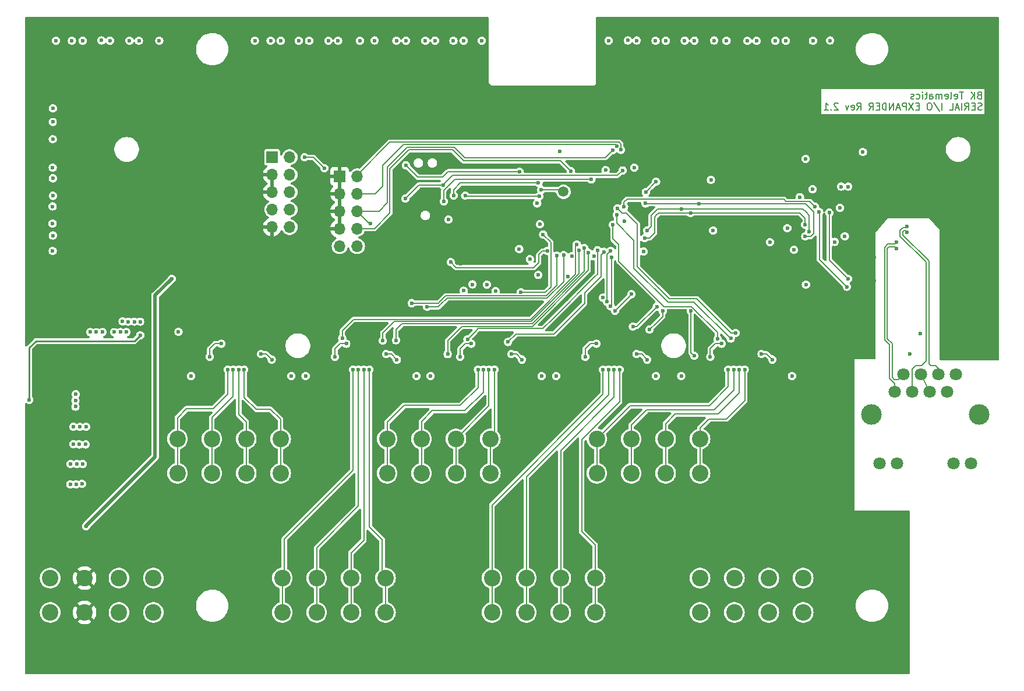
<source format=gbr>
%TF.GenerationSoftware,KiCad,Pcbnew,7.0.8*%
%TF.CreationDate,2024-01-08T11:21:26+02:00*%
%TF.ProjectId,serial_io_expander,73657269-616c-45f6-996f-5f657870616e,R2.1*%
%TF.SameCoordinates,Original*%
%TF.FileFunction,Copper,L4,Bot*%
%TF.FilePolarity,Positive*%
%FSLAX46Y46*%
G04 Gerber Fmt 4.6, Leading zero omitted, Abs format (unit mm)*
G04 Created by KiCad (PCBNEW 7.0.8) date 2024-01-08 11:21:26*
%MOMM*%
%LPD*%
G01*
G04 APERTURE LIST*
%ADD10C,0.200000*%
%TA.AperFunction,NonConductor*%
%ADD11C,0.200000*%
%TD*%
%TA.AperFunction,ComponentPad*%
%ADD12C,2.400000*%
%TD*%
%TA.AperFunction,ComponentPad*%
%ADD13C,1.800000*%
%TD*%
%TA.AperFunction,ComponentPad*%
%ADD14C,3.000000*%
%TD*%
%TA.AperFunction,ComponentPad*%
%ADD15R,1.700000X1.700000*%
%TD*%
%TA.AperFunction,ComponentPad*%
%ADD16O,1.700000X1.700000*%
%TD*%
%TA.AperFunction,SMDPad,CuDef*%
%ADD17C,1.500000*%
%TD*%
%TA.AperFunction,ViaPad*%
%ADD18C,0.600000*%
%TD*%
%TA.AperFunction,Conductor*%
%ADD19C,0.254000*%
%TD*%
%TA.AperFunction,Conductor*%
%ADD20C,0.500000*%
%TD*%
%TA.AperFunction,Conductor*%
%ADD21C,0.150000*%
%TD*%
%TA.AperFunction,Conductor*%
%ADD22C,0.200000*%
%TD*%
G04 APERTURE END LIST*
D10*
D11*
X198916993Y-60608409D02*
X198774136Y-60656028D01*
X198774136Y-60656028D02*
X198726517Y-60703647D01*
X198726517Y-60703647D02*
X198678898Y-60798885D01*
X198678898Y-60798885D02*
X198678898Y-60941742D01*
X198678898Y-60941742D02*
X198726517Y-61036980D01*
X198726517Y-61036980D02*
X198774136Y-61084600D01*
X198774136Y-61084600D02*
X198869374Y-61132219D01*
X198869374Y-61132219D02*
X199250326Y-61132219D01*
X199250326Y-61132219D02*
X199250326Y-60132219D01*
X199250326Y-60132219D02*
X198916993Y-60132219D01*
X198916993Y-60132219D02*
X198821755Y-60179838D01*
X198821755Y-60179838D02*
X198774136Y-60227457D01*
X198774136Y-60227457D02*
X198726517Y-60322695D01*
X198726517Y-60322695D02*
X198726517Y-60417933D01*
X198726517Y-60417933D02*
X198774136Y-60513171D01*
X198774136Y-60513171D02*
X198821755Y-60560790D01*
X198821755Y-60560790D02*
X198916993Y-60608409D01*
X198916993Y-60608409D02*
X199250326Y-60608409D01*
X198250326Y-61132219D02*
X198250326Y-60132219D01*
X197678898Y-61132219D02*
X198107469Y-60560790D01*
X197678898Y-60132219D02*
X198250326Y-60703647D01*
X196631278Y-60132219D02*
X196059850Y-60132219D01*
X196345564Y-61132219D02*
X196345564Y-60132219D01*
X195345564Y-61084600D02*
X195440802Y-61132219D01*
X195440802Y-61132219D02*
X195631278Y-61132219D01*
X195631278Y-61132219D02*
X195726516Y-61084600D01*
X195726516Y-61084600D02*
X195774135Y-60989361D01*
X195774135Y-60989361D02*
X195774135Y-60608409D01*
X195774135Y-60608409D02*
X195726516Y-60513171D01*
X195726516Y-60513171D02*
X195631278Y-60465552D01*
X195631278Y-60465552D02*
X195440802Y-60465552D01*
X195440802Y-60465552D02*
X195345564Y-60513171D01*
X195345564Y-60513171D02*
X195297945Y-60608409D01*
X195297945Y-60608409D02*
X195297945Y-60703647D01*
X195297945Y-60703647D02*
X195774135Y-60798885D01*
X194726516Y-61132219D02*
X194821754Y-61084600D01*
X194821754Y-61084600D02*
X194869373Y-60989361D01*
X194869373Y-60989361D02*
X194869373Y-60132219D01*
X193964611Y-61084600D02*
X194059849Y-61132219D01*
X194059849Y-61132219D02*
X194250325Y-61132219D01*
X194250325Y-61132219D02*
X194345563Y-61084600D01*
X194345563Y-61084600D02*
X194393182Y-60989361D01*
X194393182Y-60989361D02*
X194393182Y-60608409D01*
X194393182Y-60608409D02*
X194345563Y-60513171D01*
X194345563Y-60513171D02*
X194250325Y-60465552D01*
X194250325Y-60465552D02*
X194059849Y-60465552D01*
X194059849Y-60465552D02*
X193964611Y-60513171D01*
X193964611Y-60513171D02*
X193916992Y-60608409D01*
X193916992Y-60608409D02*
X193916992Y-60703647D01*
X193916992Y-60703647D02*
X194393182Y-60798885D01*
X193488420Y-61132219D02*
X193488420Y-60465552D01*
X193488420Y-60560790D02*
X193440801Y-60513171D01*
X193440801Y-60513171D02*
X193345563Y-60465552D01*
X193345563Y-60465552D02*
X193202706Y-60465552D01*
X193202706Y-60465552D02*
X193107468Y-60513171D01*
X193107468Y-60513171D02*
X193059849Y-60608409D01*
X193059849Y-60608409D02*
X193059849Y-61132219D01*
X193059849Y-60608409D02*
X193012230Y-60513171D01*
X193012230Y-60513171D02*
X192916992Y-60465552D01*
X192916992Y-60465552D02*
X192774135Y-60465552D01*
X192774135Y-60465552D02*
X192678896Y-60513171D01*
X192678896Y-60513171D02*
X192631277Y-60608409D01*
X192631277Y-60608409D02*
X192631277Y-61132219D01*
X191726516Y-61132219D02*
X191726516Y-60608409D01*
X191726516Y-60608409D02*
X191774135Y-60513171D01*
X191774135Y-60513171D02*
X191869373Y-60465552D01*
X191869373Y-60465552D02*
X192059849Y-60465552D01*
X192059849Y-60465552D02*
X192155087Y-60513171D01*
X191726516Y-61084600D02*
X191821754Y-61132219D01*
X191821754Y-61132219D02*
X192059849Y-61132219D01*
X192059849Y-61132219D02*
X192155087Y-61084600D01*
X192155087Y-61084600D02*
X192202706Y-60989361D01*
X192202706Y-60989361D02*
X192202706Y-60894123D01*
X192202706Y-60894123D02*
X192155087Y-60798885D01*
X192155087Y-60798885D02*
X192059849Y-60751266D01*
X192059849Y-60751266D02*
X191821754Y-60751266D01*
X191821754Y-60751266D02*
X191726516Y-60703647D01*
X191393182Y-60465552D02*
X191012230Y-60465552D01*
X191250325Y-60132219D02*
X191250325Y-60989361D01*
X191250325Y-60989361D02*
X191202706Y-61084600D01*
X191202706Y-61084600D02*
X191107468Y-61132219D01*
X191107468Y-61132219D02*
X191012230Y-61132219D01*
X190678896Y-61132219D02*
X190678896Y-60465552D01*
X190678896Y-60132219D02*
X190726515Y-60179838D01*
X190726515Y-60179838D02*
X190678896Y-60227457D01*
X190678896Y-60227457D02*
X190631277Y-60179838D01*
X190631277Y-60179838D02*
X190678896Y-60132219D01*
X190678896Y-60132219D02*
X190678896Y-60227457D01*
X189774135Y-61084600D02*
X189869373Y-61132219D01*
X189869373Y-61132219D02*
X190059849Y-61132219D01*
X190059849Y-61132219D02*
X190155087Y-61084600D01*
X190155087Y-61084600D02*
X190202706Y-61036980D01*
X190202706Y-61036980D02*
X190250325Y-60941742D01*
X190250325Y-60941742D02*
X190250325Y-60656028D01*
X190250325Y-60656028D02*
X190202706Y-60560790D01*
X190202706Y-60560790D02*
X190155087Y-60513171D01*
X190155087Y-60513171D02*
X190059849Y-60465552D01*
X190059849Y-60465552D02*
X189869373Y-60465552D01*
X189869373Y-60465552D02*
X189774135Y-60513171D01*
X189393182Y-61084600D02*
X189297944Y-61132219D01*
X189297944Y-61132219D02*
X189107468Y-61132219D01*
X189107468Y-61132219D02*
X189012230Y-61084600D01*
X189012230Y-61084600D02*
X188964611Y-60989361D01*
X188964611Y-60989361D02*
X188964611Y-60941742D01*
X188964611Y-60941742D02*
X189012230Y-60846504D01*
X189012230Y-60846504D02*
X189107468Y-60798885D01*
X189107468Y-60798885D02*
X189250325Y-60798885D01*
X189250325Y-60798885D02*
X189345563Y-60751266D01*
X189345563Y-60751266D02*
X189393182Y-60656028D01*
X189393182Y-60656028D02*
X189393182Y-60608409D01*
X189393182Y-60608409D02*
X189345563Y-60513171D01*
X189345563Y-60513171D02*
X189250325Y-60465552D01*
X189250325Y-60465552D02*
X189107468Y-60465552D01*
X189107468Y-60465552D02*
X189012230Y-60513171D01*
X199297945Y-62694600D02*
X199155088Y-62742219D01*
X199155088Y-62742219D02*
X198916993Y-62742219D01*
X198916993Y-62742219D02*
X198821755Y-62694600D01*
X198821755Y-62694600D02*
X198774136Y-62646980D01*
X198774136Y-62646980D02*
X198726517Y-62551742D01*
X198726517Y-62551742D02*
X198726517Y-62456504D01*
X198726517Y-62456504D02*
X198774136Y-62361266D01*
X198774136Y-62361266D02*
X198821755Y-62313647D01*
X198821755Y-62313647D02*
X198916993Y-62266028D01*
X198916993Y-62266028D02*
X199107469Y-62218409D01*
X199107469Y-62218409D02*
X199202707Y-62170790D01*
X199202707Y-62170790D02*
X199250326Y-62123171D01*
X199250326Y-62123171D02*
X199297945Y-62027933D01*
X199297945Y-62027933D02*
X199297945Y-61932695D01*
X199297945Y-61932695D02*
X199250326Y-61837457D01*
X199250326Y-61837457D02*
X199202707Y-61789838D01*
X199202707Y-61789838D02*
X199107469Y-61742219D01*
X199107469Y-61742219D02*
X198869374Y-61742219D01*
X198869374Y-61742219D02*
X198726517Y-61789838D01*
X198297945Y-62218409D02*
X197964612Y-62218409D01*
X197821755Y-62742219D02*
X198297945Y-62742219D01*
X198297945Y-62742219D02*
X198297945Y-61742219D01*
X198297945Y-61742219D02*
X197821755Y-61742219D01*
X196821755Y-62742219D02*
X197155088Y-62266028D01*
X197393183Y-62742219D02*
X197393183Y-61742219D01*
X197393183Y-61742219D02*
X197012231Y-61742219D01*
X197012231Y-61742219D02*
X196916993Y-61789838D01*
X196916993Y-61789838D02*
X196869374Y-61837457D01*
X196869374Y-61837457D02*
X196821755Y-61932695D01*
X196821755Y-61932695D02*
X196821755Y-62075552D01*
X196821755Y-62075552D02*
X196869374Y-62170790D01*
X196869374Y-62170790D02*
X196916993Y-62218409D01*
X196916993Y-62218409D02*
X197012231Y-62266028D01*
X197012231Y-62266028D02*
X197393183Y-62266028D01*
X196393183Y-62742219D02*
X196393183Y-61742219D01*
X195964612Y-62456504D02*
X195488422Y-62456504D01*
X196059850Y-62742219D02*
X195726517Y-61742219D01*
X195726517Y-61742219D02*
X195393184Y-62742219D01*
X194583660Y-62742219D02*
X195059850Y-62742219D01*
X195059850Y-62742219D02*
X195059850Y-61742219D01*
X193488421Y-62742219D02*
X193488421Y-61742219D01*
X192297946Y-61694600D02*
X193155088Y-62980314D01*
X191774136Y-61742219D02*
X191583660Y-61742219D01*
X191583660Y-61742219D02*
X191488422Y-61789838D01*
X191488422Y-61789838D02*
X191393184Y-61885076D01*
X191393184Y-61885076D02*
X191345565Y-62075552D01*
X191345565Y-62075552D02*
X191345565Y-62408885D01*
X191345565Y-62408885D02*
X191393184Y-62599361D01*
X191393184Y-62599361D02*
X191488422Y-62694600D01*
X191488422Y-62694600D02*
X191583660Y-62742219D01*
X191583660Y-62742219D02*
X191774136Y-62742219D01*
X191774136Y-62742219D02*
X191869374Y-62694600D01*
X191869374Y-62694600D02*
X191964612Y-62599361D01*
X191964612Y-62599361D02*
X192012231Y-62408885D01*
X192012231Y-62408885D02*
X192012231Y-62075552D01*
X192012231Y-62075552D02*
X191964612Y-61885076D01*
X191964612Y-61885076D02*
X191869374Y-61789838D01*
X191869374Y-61789838D02*
X191774136Y-61742219D01*
X190155088Y-62218409D02*
X189821755Y-62218409D01*
X189678898Y-62742219D02*
X190155088Y-62742219D01*
X190155088Y-62742219D02*
X190155088Y-61742219D01*
X190155088Y-61742219D02*
X189678898Y-61742219D01*
X189345564Y-61742219D02*
X188678898Y-62742219D01*
X188678898Y-61742219D02*
X189345564Y-62742219D01*
X188297945Y-62742219D02*
X188297945Y-61742219D01*
X188297945Y-61742219D02*
X187916993Y-61742219D01*
X187916993Y-61742219D02*
X187821755Y-61789838D01*
X187821755Y-61789838D02*
X187774136Y-61837457D01*
X187774136Y-61837457D02*
X187726517Y-61932695D01*
X187726517Y-61932695D02*
X187726517Y-62075552D01*
X187726517Y-62075552D02*
X187774136Y-62170790D01*
X187774136Y-62170790D02*
X187821755Y-62218409D01*
X187821755Y-62218409D02*
X187916993Y-62266028D01*
X187916993Y-62266028D02*
X188297945Y-62266028D01*
X187345564Y-62456504D02*
X186869374Y-62456504D01*
X187440802Y-62742219D02*
X187107469Y-61742219D01*
X187107469Y-61742219D02*
X186774136Y-62742219D01*
X186440802Y-62742219D02*
X186440802Y-61742219D01*
X186440802Y-61742219D02*
X185869374Y-62742219D01*
X185869374Y-62742219D02*
X185869374Y-61742219D01*
X185393183Y-62742219D02*
X185393183Y-61742219D01*
X185393183Y-61742219D02*
X185155088Y-61742219D01*
X185155088Y-61742219D02*
X185012231Y-61789838D01*
X185012231Y-61789838D02*
X184916993Y-61885076D01*
X184916993Y-61885076D02*
X184869374Y-61980314D01*
X184869374Y-61980314D02*
X184821755Y-62170790D01*
X184821755Y-62170790D02*
X184821755Y-62313647D01*
X184821755Y-62313647D02*
X184869374Y-62504123D01*
X184869374Y-62504123D02*
X184916993Y-62599361D01*
X184916993Y-62599361D02*
X185012231Y-62694600D01*
X185012231Y-62694600D02*
X185155088Y-62742219D01*
X185155088Y-62742219D02*
X185393183Y-62742219D01*
X184393183Y-62218409D02*
X184059850Y-62218409D01*
X183916993Y-62742219D02*
X184393183Y-62742219D01*
X184393183Y-62742219D02*
X184393183Y-61742219D01*
X184393183Y-61742219D02*
X183916993Y-61742219D01*
X182916993Y-62742219D02*
X183250326Y-62266028D01*
X183488421Y-62742219D02*
X183488421Y-61742219D01*
X183488421Y-61742219D02*
X183107469Y-61742219D01*
X183107469Y-61742219D02*
X183012231Y-61789838D01*
X183012231Y-61789838D02*
X182964612Y-61837457D01*
X182964612Y-61837457D02*
X182916993Y-61932695D01*
X182916993Y-61932695D02*
X182916993Y-62075552D01*
X182916993Y-62075552D02*
X182964612Y-62170790D01*
X182964612Y-62170790D02*
X183012231Y-62218409D01*
X183012231Y-62218409D02*
X183107469Y-62266028D01*
X183107469Y-62266028D02*
X183488421Y-62266028D01*
X181155088Y-62742219D02*
X181488421Y-62266028D01*
X181726516Y-62742219D02*
X181726516Y-61742219D01*
X181726516Y-61742219D02*
X181345564Y-61742219D01*
X181345564Y-61742219D02*
X181250326Y-61789838D01*
X181250326Y-61789838D02*
X181202707Y-61837457D01*
X181202707Y-61837457D02*
X181155088Y-61932695D01*
X181155088Y-61932695D02*
X181155088Y-62075552D01*
X181155088Y-62075552D02*
X181202707Y-62170790D01*
X181202707Y-62170790D02*
X181250326Y-62218409D01*
X181250326Y-62218409D02*
X181345564Y-62266028D01*
X181345564Y-62266028D02*
X181726516Y-62266028D01*
X180345564Y-62694600D02*
X180440802Y-62742219D01*
X180440802Y-62742219D02*
X180631278Y-62742219D01*
X180631278Y-62742219D02*
X180726516Y-62694600D01*
X180726516Y-62694600D02*
X180774135Y-62599361D01*
X180774135Y-62599361D02*
X180774135Y-62218409D01*
X180774135Y-62218409D02*
X180726516Y-62123171D01*
X180726516Y-62123171D02*
X180631278Y-62075552D01*
X180631278Y-62075552D02*
X180440802Y-62075552D01*
X180440802Y-62075552D02*
X180345564Y-62123171D01*
X180345564Y-62123171D02*
X180297945Y-62218409D01*
X180297945Y-62218409D02*
X180297945Y-62313647D01*
X180297945Y-62313647D02*
X180774135Y-62408885D01*
X179964611Y-62075552D02*
X179726516Y-62742219D01*
X179726516Y-62742219D02*
X179488421Y-62075552D01*
X178393182Y-61837457D02*
X178345563Y-61789838D01*
X178345563Y-61789838D02*
X178250325Y-61742219D01*
X178250325Y-61742219D02*
X178012230Y-61742219D01*
X178012230Y-61742219D02*
X177916992Y-61789838D01*
X177916992Y-61789838D02*
X177869373Y-61837457D01*
X177869373Y-61837457D02*
X177821754Y-61932695D01*
X177821754Y-61932695D02*
X177821754Y-62027933D01*
X177821754Y-62027933D02*
X177869373Y-62170790D01*
X177869373Y-62170790D02*
X178440801Y-62742219D01*
X178440801Y-62742219D02*
X177821754Y-62742219D01*
X177393182Y-62646980D02*
X177345563Y-62694600D01*
X177345563Y-62694600D02*
X177393182Y-62742219D01*
X177393182Y-62742219D02*
X177440801Y-62694600D01*
X177440801Y-62694600D02*
X177393182Y-62646980D01*
X177393182Y-62646980D02*
X177393182Y-62742219D01*
X176393183Y-62742219D02*
X176964611Y-62742219D01*
X176678897Y-62742219D02*
X176678897Y-61742219D01*
X176678897Y-61742219D02*
X176774135Y-61885076D01*
X176774135Y-61885076D02*
X176869373Y-61980314D01*
X176869373Y-61980314D02*
X176964611Y-62027933D01*
D12*
%TO.P,J12,1,Pin_1*%
%TO.N,/digital_inputs/IN20*%
X143330000Y-110600000D03*
X143330000Y-115600000D03*
%TO.P,J12,2,Pin_2*%
%TO.N,/digital_inputs/IN19*%
X148330000Y-110600000D03*
X148330000Y-115600000D03*
%TO.P,J12,3,Pin_3*%
%TO.N,/digital_inputs/IN18*%
X153330000Y-110600000D03*
X153330000Y-115600000D03*
%TO.P,J12,4,Pin_4*%
%TO.N,/digital_inputs/IN17*%
X158330000Y-110600000D03*
X158330000Y-115600000D03*
%TD*%
D13*
%TO.P,J5,1,TD+*%
%TO.N,/Ethernet/TX_P*%
X186630000Y-103750000D03*
%TO.P,J5,2,TD-*%
%TO.N,/Ethernet/TX_N*%
X187900000Y-101210000D03*
%TO.P,J5,3,RD+*%
%TO.N,/Ethernet/RX_P*%
X189170000Y-103750000D03*
%TO.P,J5,4,CT*%
%TO.N,/Ethernet/+W6100_3V3_A*%
X190440000Y-101210000D03*
%TO.P,J5,5,CT*%
X191710000Y-103750000D03*
%TO.P,J5,6,RD-*%
%TO.N,/Ethernet/RX_N*%
X192980000Y-101210000D03*
%TO.P,J5,7,NC*%
%TO.N,unconnected-(J5-NC-Pad7)*%
X194250000Y-103750000D03*
D14*
%TO.P,J5,8,SHIELD*%
%TO.N,Net-(J5-SHIELD)*%
X183225000Y-107050000D03*
D13*
X195520000Y-101210000D03*
D14*
X198925000Y-107050000D03*
D13*
%TO.P,J5,9*%
%TO.N,+3.3V*%
X184400000Y-114160000D03*
%TO.P,J5,10*%
%TO.N,Net-(RN8-R4.1)*%
X186940000Y-114160000D03*
%TO.P,J5,11*%
%TO.N,+3.3V*%
X195210000Y-114160000D03*
%TO.P,J5,12*%
%TO.N,Net-(RN8-R3.1)*%
X197750000Y-114160000D03*
%TD*%
D12*
%TO.P,J11,1,Pin_1*%
%TO.N,/digital_inputs/IN4*%
X82370000Y-110600000D03*
X82370000Y-115600000D03*
%TO.P,J11,2,Pin_2*%
%TO.N,/digital_inputs/IN3*%
X87370000Y-110600000D03*
X87370000Y-115600000D03*
%TO.P,J11,3,Pin_3*%
%TO.N,/digital_inputs/IN2*%
X92370000Y-110600000D03*
X92370000Y-115600000D03*
%TO.P,J11,4,Pin_4*%
%TO.N,/digital_inputs/IN1*%
X97370000Y-110600000D03*
X97370000Y-115600000D03*
%TD*%
D15*
%TO.P,J14,1,Pin_1*%
%TO.N,GND*%
X105940000Y-72400000D03*
D16*
%TO.P,J14,2,Pin_2*%
%TO.N,/DEBUG_TX*%
X108480000Y-72400000D03*
%TO.P,J14,3,Pin_3*%
%TO.N,GND*%
X105940000Y-74940000D03*
%TO.P,J14,4,Pin_4*%
%TO.N,/DEBUG_RX*%
X108480000Y-74940000D03*
%TO.P,J14,5,Pin_5*%
%TO.N,GND*%
X105940000Y-77480000D03*
%TO.P,J14,6,Pin_6*%
%TO.N,/TWI_SCL*%
X108480000Y-77480000D03*
%TO.P,J14,7,Pin_7*%
%TO.N,GND*%
X105940000Y-80020000D03*
%TO.P,J14,8,Pin_8*%
%TO.N,/TWI_SDA*%
X108480000Y-80020000D03*
%TO.P,J14,9,Pin_9*%
%TO.N,+3.3V*%
X105940000Y-82560000D03*
%TO.P,J14,10,Pin_10*%
X108480000Y-82560000D03*
%TD*%
D12*
%TO.P,J9,1,Pin_1*%
%TO.N,/digital_inputs/IN8*%
X97610000Y-130840000D03*
X97610000Y-135840000D03*
%TO.P,J9,2,Pin_2*%
%TO.N,/digital_inputs/IN7*%
X102610000Y-130840000D03*
X102610000Y-135840000D03*
%TO.P,J9,3,Pin_3*%
%TO.N,/digital_inputs/IN6*%
X107610000Y-130840000D03*
X107610000Y-135840000D03*
%TO.P,J9,4,Pin_4*%
%TO.N,/digital_inputs/IN5*%
X112610000Y-130840000D03*
X112610000Y-135840000D03*
%TD*%
%TO.P,J8,1,Pin_1*%
%TO.N,/digital_inputs/IN16*%
X128090000Y-130840000D03*
X128090000Y-135840000D03*
%TO.P,J8,2,Pin_2*%
%TO.N,/digital_inputs/IN15*%
X133090000Y-130840000D03*
X133090000Y-135840000D03*
%TO.P,J8,3,Pin_3*%
%TO.N,/digital_inputs/IN14*%
X138090000Y-130840000D03*
X138090000Y-135840000D03*
%TO.P,J8,4,Pin_4*%
%TO.N,/digital_inputs/IN13*%
X143090000Y-130840000D03*
X143090000Y-135840000D03*
%TD*%
%TO.P,J1,1,Pin_1*%
%TO.N,/+PWR*%
X63880000Y-130840000D03*
X63880000Y-135840000D03*
%TO.P,J1,2,Pin_2*%
%TO.N,GND*%
X68880000Y-130840000D03*
X68880000Y-135840000D03*
%TO.P,J1,3,Pin_3*%
%TO.N,/SERIAL_TX*%
X73880000Y-130840000D03*
X73880000Y-135840000D03*
%TO.P,J1,4,Pin_4*%
%TO.N,/SERIAL_RX*%
X78880000Y-130840000D03*
X78880000Y-135840000D03*
%TD*%
%TO.P,J10,1,Pin_1*%
%TO.N,/digital_inputs/IN12*%
X112850000Y-110600000D03*
X112850000Y-115600000D03*
%TO.P,J10,2,Pin_2*%
%TO.N,/digital_inputs/IN11*%
X117850000Y-110600000D03*
X117850000Y-115600000D03*
%TO.P,J10,3,Pin_3*%
%TO.N,/digital_inputs/IN10*%
X122850000Y-110600000D03*
X122850000Y-115600000D03*
%TO.P,J10,4,Pin_4*%
%TO.N,/digital_inputs/IN9*%
X127850000Y-110600000D03*
X127850000Y-115600000D03*
%TD*%
D15*
%TO.P,J6,1,VTref*%
%TO.N,+3.3V*%
X96140000Y-69630000D03*
D16*
%TO.P,J6,2,SWDIO/TMS*%
%TO.N,/mcu/SWDIO{slash}TMS*%
X98680000Y-69630000D03*
%TO.P,J6,3,GND*%
%TO.N,GND*%
X96140000Y-72170000D03*
%TO.P,J6,4,SWCLK/TCK*%
%TO.N,/mcu/SWCLK{slash}TCK*%
X98680000Y-72170000D03*
%TO.P,J6,5,GND*%
%TO.N,GND*%
X96140000Y-74710000D03*
%TO.P,J6,6,SWO/TDO*%
%TO.N,/mcu/SWO{slash}TDO*%
X98680000Y-74710000D03*
%TO.P,J6,7,KEY*%
%TO.N,unconnected-(J6-KEY-Pad7)*%
X96140000Y-77250000D03*
%TO.P,J6,8,NC/TDI*%
%TO.N,/mcu/TDI*%
X98680000Y-77250000D03*
%TO.P,J6,9,GNDDetect*%
%TO.N,GND*%
X96140000Y-79790000D03*
%TO.P,J6,10,~{RESET}*%
%TO.N,/mcu/RESET*%
X98680000Y-79790000D03*
%TD*%
D12*
%TO.P,J13,1,Pin_1*%
%TO.N,/analog_signal_conditioning/AN_D*%
X158330000Y-130840000D03*
X158330000Y-135840000D03*
%TO.P,J13,2,Pin_2*%
%TO.N,/analog_signal_conditioning/AN_C*%
X163330000Y-130840000D03*
X163330000Y-135840000D03*
%TO.P,J13,3,Pin_3*%
%TO.N,/analog_signal_conditioning/AN_B*%
X168330000Y-130840000D03*
X168330000Y-135840000D03*
%TO.P,J13,4,Pin_4*%
%TO.N,/analog_signal_conditioning/AN_A*%
X173330000Y-130840000D03*
X173330000Y-135840000D03*
%TD*%
D17*
%TO.P,TP1,1,1*%
%TO.N,/mcu/ERASE*%
X138490000Y-74660000D03*
%TD*%
D18*
%TO.N,GND*%
X175500000Y-121350000D03*
X157180000Y-83260000D03*
X185000000Y-144000000D03*
X83000000Y-126000000D03*
X134325000Y-112025000D03*
X143050000Y-74450000D03*
X164800000Y-89000000D03*
X103100000Y-50000000D03*
X169800000Y-113100000D03*
X161450000Y-91875000D03*
X131750000Y-96650000D03*
X64300000Y-109500000D03*
X110400000Y-56200000D03*
X145400000Y-59000000D03*
X155725000Y-61500000D03*
X173625000Y-57125000D03*
X61100000Y-64500000D03*
X172100000Y-113100000D03*
X76100000Y-50000000D03*
X149980000Y-68010000D03*
X180490000Y-69000000D03*
X182600000Y-83190000D03*
X110700000Y-95425000D03*
X164205000Y-70310000D03*
X169800000Y-111000000D03*
X171300000Y-66000000D03*
X158000000Y-144000000D03*
X173930000Y-68810000D03*
X136850000Y-115950000D03*
X156000000Y-123000000D03*
X64100000Y-50000000D03*
X88200000Y-61900000D03*
X85800000Y-75000000D03*
X122000000Y-144000000D03*
X146000000Y-123000000D03*
X153000000Y-134000000D03*
X147880000Y-68535000D03*
X104100000Y-106400000D03*
X135630000Y-84040000D03*
X97850000Y-59025000D03*
X176325000Y-125525000D03*
X146000000Y-126000000D03*
X61100000Y-109500000D03*
X200800000Y-68300000D03*
X150030000Y-84660000D03*
X107000000Y-144000000D03*
X137700000Y-79000000D03*
X71175000Y-75525000D03*
X161300000Y-55400000D03*
X72600000Y-105610000D03*
X149950000Y-102950000D03*
X86885000Y-83120000D03*
X71750000Y-108900000D03*
X179300000Y-111000000D03*
X77000000Y-144000000D03*
X172100000Y-50000000D03*
X61100000Y-73500000D03*
X61200000Y-117500000D03*
X98000000Y-144000000D03*
X178940000Y-70670000D03*
X190340000Y-95290000D03*
X122000000Y-123000000D03*
X92000000Y-123000000D03*
X168200000Y-113100000D03*
X117000000Y-126000000D03*
X76880000Y-98930000D03*
X186630000Y-77650000D03*
X119000000Y-131000000D03*
X155000000Y-144000000D03*
X130860000Y-88020000D03*
X99750000Y-61500000D03*
X192130000Y-75785000D03*
X167100000Y-124350000D03*
X170650000Y-119975000D03*
X173575000Y-106100000D03*
X70875000Y-61525000D03*
X128740000Y-83270000D03*
X177760000Y-77200000D03*
X176000000Y-144000000D03*
X113100000Y-90025000D03*
X164400000Y-111000000D03*
X176430000Y-79385000D03*
X165200000Y-111000000D03*
X159305000Y-70210000D03*
X86250000Y-97000000D03*
X93500000Y-79900000D03*
X85300000Y-107500000D03*
X160550000Y-99600000D03*
X67115000Y-65740000D03*
X196100000Y-50000000D03*
X125225000Y-91925000D03*
X133800000Y-59600000D03*
X177370000Y-70610000D03*
X156000000Y-126000000D03*
X92000000Y-120000000D03*
X194730000Y-86410000D03*
X165630000Y-86010000D03*
X170525000Y-59600000D03*
X97000000Y-126000000D03*
X111800000Y-60300000D03*
X162330000Y-80410000D03*
X200800000Y-89300000D03*
X127000000Y-120000000D03*
X137955000Y-82585000D03*
X124050000Y-90975000D03*
X163500000Y-113100000D03*
X177500000Y-90725000D03*
X112100000Y-50000000D03*
X120120000Y-74580000D03*
X106900000Y-60600000D03*
X103000000Y-116000000D03*
X194290000Y-80260000D03*
X118100000Y-50000000D03*
X130800000Y-59600000D03*
X167400000Y-111000000D03*
X93700000Y-61800000D03*
X86000000Y-144000000D03*
X116925000Y-95250000D03*
X61100000Y-79500000D03*
X200800000Y-77300000D03*
X105075000Y-95550000D03*
X200800000Y-80300000D03*
X157100000Y-50000000D03*
X129850000Y-99350000D03*
X193100000Y-50000000D03*
X79700000Y-61600000D03*
X102000000Y-75000000D03*
X157000000Y-65900000D03*
X71300000Y-114300000D03*
X169000000Y-113100000D03*
X61100000Y-70500000D03*
X71750000Y-111300000D03*
X134800000Y-81390000D03*
X170830000Y-89135000D03*
X183330000Y-74870000D03*
X200800000Y-53300000D03*
X103000000Y-110000000D03*
X72300000Y-114350000D03*
X136900000Y-106500000D03*
X196000000Y-54800000D03*
X179200000Y-113100000D03*
X71750000Y-91700000D03*
X173600000Y-82480000D03*
X88200000Y-80000000D03*
X167000000Y-144000000D03*
X110000000Y-144000000D03*
X178400000Y-113100000D03*
X114500000Y-57300000D03*
X74450000Y-110700000D03*
X92000000Y-144000000D03*
X73200000Y-86600000D03*
X114100000Y-79600000D03*
X119700000Y-95300000D03*
X68225000Y-59625000D03*
X77800000Y-86600000D03*
X153080000Y-69085000D03*
X127000000Y-126000000D03*
X145100000Y-50000000D03*
X170580000Y-85660000D03*
X74000000Y-144000000D03*
X134905000Y-71635000D03*
X177790000Y-80890000D03*
X68000000Y-144000000D03*
X93450000Y-99300000D03*
X200800000Y-92300000D03*
X167950000Y-96600000D03*
X65500000Y-90500000D03*
X76000000Y-82900000D03*
X87750000Y-99650000D03*
X170148750Y-82571250D03*
X191900000Y-54800000D03*
X200800000Y-95300000D03*
X142400000Y-102972500D03*
X115600000Y-78000000D03*
X149630000Y-66760000D03*
X71660000Y-99940000D03*
X150000000Y-134000000D03*
X127150000Y-56775000D03*
X92000000Y-126000000D03*
X154840000Y-74740000D03*
X146000000Y-120000000D03*
X123655000Y-83710000D03*
X151600000Y-107300000D03*
X61100000Y-88500000D03*
X61100000Y-82500000D03*
X111650000Y-99300000D03*
X65700000Y-86700000D03*
X179500000Y-100300000D03*
X61100000Y-50000000D03*
X168100000Y-102950000D03*
X61100000Y-61500000D03*
X164300000Y-113100000D03*
X64500000Y-117400000D03*
X131755000Y-81210000D03*
X117975000Y-61450000D03*
X164300000Y-122575000D03*
X117000000Y-120000000D03*
X61100000Y-52500000D03*
X170000000Y-144000000D03*
X138530000Y-80535000D03*
X70600000Y-79025000D03*
X91100000Y-50000000D03*
X113000000Y-123000000D03*
X155755000Y-70235000D03*
X200800000Y-83300000D03*
X179980000Y-84660000D03*
X61100000Y-76500000D03*
X64400000Y-113500000D03*
X173700000Y-113100000D03*
X145000000Y-55400000D03*
X127280000Y-79810000D03*
X173175000Y-61500000D03*
X149650000Y-59000000D03*
X70100000Y-50000000D03*
X89500000Y-76500000D03*
X79100000Y-50000000D03*
X64960000Y-103370000D03*
X184200000Y-125500000D03*
X172740000Y-85640000D03*
X73100000Y-50000000D03*
X171700000Y-73420000D03*
X106100000Y-50000000D03*
X101900000Y-72800000D03*
X171450000Y-124725000D03*
X146955000Y-73035000D03*
X138970000Y-90260000D03*
X122600000Y-97000000D03*
X158300000Y-88500000D03*
X104000000Y-144000000D03*
X169025000Y-61525000D03*
X75025000Y-61550000D03*
X123900000Y-99750000D03*
X87000000Y-123000000D03*
X130300000Y-106400000D03*
X97100000Y-50000000D03*
X149900000Y-96650000D03*
X153000000Y-131000000D03*
X115100000Y-50000000D03*
X140000000Y-144000000D03*
X62000000Y-144000000D03*
X147800000Y-107800000D03*
X187880000Y-73310000D03*
X140600000Y-62400000D03*
X159000000Y-97100000D03*
X172900000Y-113100000D03*
X147400000Y-57600000D03*
X180030000Y-86285000D03*
X127100000Y-50000000D03*
X179555000Y-66235000D03*
X156000000Y-120000000D03*
X138650000Y-77500000D03*
X199100000Y-50000000D03*
X126030000Y-78510000D03*
X61100000Y-55500000D03*
X139800000Y-59600000D03*
X133800000Y-106400000D03*
X164880000Y-79310000D03*
X137000000Y-144000000D03*
X123625000Y-95525000D03*
X177950000Y-78620000D03*
X122000000Y-126000000D03*
X176800000Y-113100000D03*
X144350000Y-76450000D03*
X187100000Y-50000000D03*
X140600000Y-77400000D03*
X164000000Y-144000000D03*
X161000000Y-144000000D03*
X167400000Y-113100000D03*
X71000000Y-144000000D03*
X72600000Y-103750000D03*
X67100000Y-50000000D03*
X136900000Y-109975000D03*
X165825000Y-127575000D03*
X140800000Y-97000000D03*
X160100000Y-50000000D03*
X127000000Y-123000000D03*
X134855000Y-78285000D03*
X176775000Y-95175000D03*
X162050000Y-124775000D03*
X160550000Y-102950000D03*
X124150000Y-102950000D03*
X186080000Y-66435000D03*
X135000000Y-110000000D03*
X106000000Y-110000000D03*
X125000000Y-144000000D03*
X169500000Y-122275000D03*
X181200000Y-122075000D03*
X200800000Y-50300000D03*
X101000000Y-144000000D03*
X70520000Y-99920000D03*
X162000000Y-60300000D03*
X103000000Y-113000000D03*
X173000000Y-144000000D03*
X139900000Y-106500000D03*
X151000000Y-123000000D03*
X170305000Y-78335000D03*
X163900000Y-65800000D03*
X180455000Y-70685000D03*
X154100000Y-50000000D03*
X128475000Y-91075000D03*
X200800000Y-74300000D03*
X178500000Y-111000000D03*
X162580000Y-74860000D03*
X82100000Y-50000000D03*
X97000000Y-120000000D03*
X174500000Y-111000000D03*
X152330000Y-81535000D03*
X176900000Y-111000000D03*
X179000000Y-144000000D03*
X177236102Y-74303898D03*
X122200000Y-70500000D03*
X193900000Y-56900000D03*
X122000000Y-120000000D03*
X127350000Y-91975000D03*
X183680000Y-84185000D03*
X113150000Y-85950000D03*
X190100000Y-50000000D03*
X153075000Y-59550000D03*
X150000000Y-137000000D03*
X71100000Y-82900000D03*
X149000000Y-144000000D03*
X146400000Y-65800000D03*
X61200000Y-113500000D03*
X74450000Y-109850000D03*
X61100000Y-94500000D03*
X162800000Y-111000000D03*
X177820000Y-79890000D03*
X122000000Y-131000000D03*
X95000000Y-144000000D03*
X147420000Y-74330000D03*
X174500000Y-113100000D03*
X200800000Y-98300000D03*
X148050000Y-99300000D03*
X80000000Y-144000000D03*
X157400000Y-57600000D03*
X71600000Y-127100000D03*
X83000000Y-123000000D03*
X124100000Y-50000000D03*
X151100000Y-50000000D03*
X145400000Y-61400000D03*
X166400000Y-59575000D03*
X172100000Y-111000000D03*
X72450000Y-59600000D03*
X72320000Y-101070000D03*
X139675000Y-112550000D03*
X163600000Y-111000000D03*
X195770000Y-94380000D03*
X174275000Y-91900000D03*
X61100000Y-58500000D03*
X89000000Y-144000000D03*
X154555000Y-79710000D03*
X113500000Y-102950000D03*
X150000000Y-131000000D03*
X80960000Y-79795000D03*
X106200000Y-57100000D03*
X109100000Y-50000000D03*
X69100000Y-90500000D03*
X101225000Y-59625000D03*
X73020000Y-99960000D03*
X92300000Y-77200000D03*
X119000000Y-144000000D03*
X146000000Y-144000000D03*
X113000000Y-144000000D03*
X119200000Y-83000000D03*
X181400000Y-127700000D03*
X162700000Y-113100000D03*
X163100000Y-50000000D03*
X177700000Y-111000000D03*
X187625000Y-124275000D03*
X122230000Y-83910000D03*
X113400000Y-95350000D03*
X142000000Y-126000000D03*
X175100000Y-85780000D03*
X167380000Y-74910000D03*
X142000000Y-120000000D03*
X175100000Y-50000000D03*
X150530000Y-77360000D03*
X176440000Y-76900000D03*
X100100000Y-50000000D03*
X182000000Y-144000000D03*
X71200000Y-116950000D03*
X118100000Y-80700000D03*
X176380000Y-82380000D03*
X85160000Y-79045000D03*
X127680000Y-81485000D03*
X162580000Y-72810000D03*
X113350000Y-96650000D03*
X180600000Y-91425000D03*
X72590000Y-104600000D03*
X176875000Y-100300000D03*
X177600000Y-113100000D03*
X123530000Y-85110000D03*
X140955000Y-80710000D03*
X136800000Y-59600000D03*
X166100000Y-50000000D03*
X183830000Y-69670000D03*
X106500000Y-106400000D03*
X61100000Y-67500000D03*
X128000000Y-144000000D03*
X139725000Y-115950000D03*
X131750000Y-103000000D03*
X164730000Y-82710000D03*
X87800000Y-102950000D03*
X117000000Y-123000000D03*
X67600000Y-127100000D03*
X189750000Y-73140000D03*
X116000000Y-83000000D03*
X73100000Y-77125000D03*
X154000000Y-67400000D03*
X101600000Y-78600000D03*
X120460000Y-71730000D03*
X168975000Y-106050000D03*
X66250000Y-64625000D03*
X169000000Y-111000000D03*
X170200000Y-74590000D03*
X169280000Y-78385000D03*
X142250000Y-78450000D03*
X72300000Y-116950000D03*
X143000000Y-144000000D03*
X128000000Y-74300000D03*
X101200000Y-106400000D03*
X132810000Y-87640000D03*
X144600000Y-65750000D03*
X116000000Y-144000000D03*
X98800000Y-106300000D03*
X162090000Y-78680000D03*
X87000000Y-126000000D03*
X148100000Y-50000000D03*
X183680000Y-87610000D03*
X135000000Y-116000000D03*
X122000000Y-137000000D03*
X83000000Y-144000000D03*
X151000000Y-120000000D03*
X173700000Y-111000000D03*
X74050000Y-99950000D03*
X95300000Y-102950000D03*
X128690000Y-76320000D03*
X83460000Y-82795000D03*
X187100000Y-122175000D03*
X129550000Y-95525000D03*
X176925000Y-104325000D03*
X193355000Y-79085000D03*
X183875000Y-122150000D03*
X200800000Y-62300000D03*
X61200000Y-120900000D03*
X61100000Y-85500000D03*
X116075000Y-59075000D03*
X151375000Y-61475000D03*
X78300000Y-57900000D03*
X119000000Y-137000000D03*
X174720000Y-82570000D03*
X190630000Y-72185000D03*
X156800000Y-108100000D03*
X62650000Y-103380000D03*
X65000000Y-144000000D03*
X153970000Y-78340000D03*
X135630000Y-86760000D03*
X176420000Y-78430000D03*
X61100000Y-91500000D03*
X136775000Y-94725000D03*
X185630000Y-69510000D03*
X152000000Y-144000000D03*
X169100000Y-50000000D03*
X92300000Y-73200000D03*
X153900000Y-71400000D03*
X194270000Y-82530000D03*
X127125000Y-95450000D03*
X142800000Y-59600000D03*
X191205000Y-66135000D03*
X95350000Y-96700000D03*
X97000000Y-123000000D03*
X119000000Y-134000000D03*
X69400000Y-86700000D03*
X88610000Y-85070000D03*
X193405000Y-83735000D03*
X200800000Y-65300000D03*
X113000000Y-120000000D03*
X142650000Y-90110000D03*
X137980000Y-65310000D03*
X187775000Y-128450000D03*
X188000000Y-144000000D03*
X72800000Y-111300000D03*
X182630000Y-85210000D03*
X160100000Y-58900000D03*
X66200000Y-66850000D03*
X157900000Y-62800000D03*
X142000000Y-71525000D03*
X72750000Y-108900000D03*
X179575000Y-104475000D03*
X151000000Y-126000000D03*
X94100000Y-50000000D03*
X160875000Y-127500000D03*
X140810000Y-90510000D03*
X122125000Y-61500000D03*
X88600000Y-72300000D03*
X181840000Y-82540000D03*
X73050000Y-72950000D03*
X113000000Y-126000000D03*
X72310000Y-101950000D03*
X87000000Y-120000000D03*
X104450000Y-97100000D03*
X160200000Y-62700000D03*
X92900000Y-107300000D03*
X120100000Y-78800000D03*
X200800000Y-86300000D03*
X106000000Y-113000000D03*
X122000000Y-134000000D03*
X105950000Y-102950000D03*
X140400000Y-75400000D03*
X89700000Y-107000000D03*
X131000000Y-144000000D03*
X166025000Y-120400000D03*
X179725000Y-95100000D03*
X167780000Y-70210000D03*
X127800000Y-59600000D03*
X200800000Y-71300000D03*
X108075000Y-95350000D03*
X69540000Y-99910000D03*
X64700000Y-120800000D03*
X172900000Y-111000000D03*
X83000000Y-120000000D03*
X165100000Y-113100000D03*
X142200000Y-99650000D03*
X179655000Y-69810000D03*
X106000000Y-116000000D03*
X200800000Y-59300000D03*
X171850000Y-128250000D03*
X86485000Y-84545000D03*
X171580000Y-70210000D03*
X119550000Y-59600000D03*
X106000000Y-99550000D03*
X128680000Y-79460000D03*
X92300000Y-68200000D03*
X168200000Y-111000000D03*
X134000000Y-144000000D03*
X137590000Y-71510000D03*
X142000000Y-123000000D03*
X121100000Y-50000000D03*
X103900000Y-61525000D03*
X178100000Y-50000000D03*
X166200000Y-99300000D03*
X153000000Y-137000000D03*
X200800000Y-56300000D03*
%TO.N,+3.3V*%
X60830000Y-104920000D03*
X101510000Y-52700000D03*
X68610000Y-52700000D03*
X135060000Y-79380000D03*
X93625000Y-52675000D03*
X159920000Y-72930000D03*
X76100000Y-93550000D03*
X168500000Y-81970000D03*
X157520000Y-52670000D03*
X74085000Y-95070000D03*
X123970000Y-52680000D03*
X64250000Y-67025000D03*
X122490000Y-52690000D03*
X79730000Y-52680000D03*
X105720000Y-52680000D03*
X100000000Y-52700000D03*
X75250000Y-93550000D03*
X170810000Y-52690000D03*
X149140000Y-52660000D03*
X64250000Y-64500000D03*
X73210000Y-95070000D03*
X64240000Y-83270000D03*
X174750000Y-52700000D03*
X74960000Y-95070000D03*
X153360000Y-52700000D03*
X64260000Y-62540000D03*
X124005000Y-89060000D03*
X64725000Y-52675000D03*
X148770000Y-71140000D03*
X115590000Y-52680000D03*
X72560000Y-52670000D03*
X165220000Y-52710000D03*
X114200000Y-52680000D03*
X108890000Y-52690000D03*
X70585000Y-95070000D03*
X71330000Y-52650000D03*
X76780000Y-52690000D03*
X147830000Y-52650000D03*
X121750000Y-78700000D03*
X111040000Y-52660000D03*
X169270000Y-52690000D03*
X171990000Y-83100000D03*
X128605000Y-89110000D03*
X134830000Y-86760000D03*
X95920000Y-52680000D03*
X139160000Y-87000000D03*
X162190000Y-52700000D03*
X166560000Y-52710000D03*
X172860000Y-75430000D03*
X69710000Y-95070000D03*
X76950000Y-93550000D03*
X160240000Y-80280000D03*
X160380000Y-52660000D03*
X71460000Y-95070000D03*
X173730000Y-88160000D03*
X177250000Y-52660000D03*
X64230000Y-79280000D03*
X126625000Y-52675000D03*
X119820000Y-52670000D03*
X173700000Y-69860000D03*
X64240000Y-71160000D03*
X67030000Y-52690000D03*
X127345000Y-88150000D03*
X151870000Y-52690000D03*
X118420000Y-52700000D03*
X137980000Y-68770000D03*
X64260000Y-81020000D03*
X76960000Y-95520000D03*
X132050000Y-82980000D03*
X150130000Y-83350000D03*
X75410000Y-52680000D03*
X104320000Y-52680000D03*
X74400000Y-93500000D03*
X64260000Y-72710000D03*
X145040000Y-52670000D03*
X64270000Y-75250000D03*
X64230000Y-76790000D03*
X156100000Y-52670000D03*
X97390000Y-52690000D03*
X125265000Y-88130000D03*
%TO.N,+VIN*%
X69100000Y-123275000D03*
X81540000Y-87315000D03*
%TO.N,/digital_inputs/COLLECTOR14*%
X148380000Y-89560000D03*
X145980000Y-91960000D03*
%TO.N,/mcu/TDI*%
X120975000Y-73675000D03*
X115500000Y-75650000D03*
X147070000Y-71550000D03*
%TO.N,/mcu/SWO{slash}TDO*%
X132090000Y-71735500D03*
X115572710Y-70786528D03*
%TO.N,/mcu/SWDIO{slash}TMS*%
X134850000Y-73370000D03*
X122525000Y-75200000D03*
X103725000Y-71225000D03*
X100850000Y-69650000D03*
%TO.N,/mcu/SWCLK{slash}TCK*%
X134950000Y-75320000D03*
X124200000Y-75225000D03*
%TO.N,/mcu/RESET*%
X142550000Y-72875000D03*
X121100000Y-76050000D03*
%TO.N,/mcu/MCU_TX*%
X138510000Y-83870000D03*
X118675000Y-91400000D03*
%TO.N,/mcu/MCU_RX*%
X137520000Y-83970000D03*
X116425000Y-90850000D03*
%TO.N,/mcu/MCU Supply/+VDDPLL*%
X133600000Y-84480000D03*
X144220000Y-90070000D03*
%TO.N,/mcu/MCU Supply/+VDDCORE*%
X134675000Y-76350000D03*
X144600000Y-71525000D03*
X139700000Y-84000000D03*
X142900000Y-84025000D03*
X147330000Y-78960000D03*
%TO.N,/mcu/ERASE*%
X135270000Y-74360000D03*
%TO.N,/digital_inputs/IN9*%
X128455000Y-100510000D03*
%TO.N,/digital_inputs/IN8*%
X107867500Y-100510000D03*
%TO.N,/digital_inputs/IN7*%
X108667500Y-100510000D03*
%TO.N,/digital_inputs/IN6*%
X109467500Y-100510000D03*
%TO.N,/digital_inputs/IN5*%
X110267500Y-100510000D03*
%TO.N,/digital_inputs/IN4*%
X89680000Y-100510000D03*
%TO.N,/digital_inputs/IN3*%
X90480000Y-100510000D03*
%TO.N,/digital_inputs/IN20*%
X162430000Y-100510000D03*
%TO.N,/digital_inputs/IN2*%
X91280000Y-100510000D03*
%TO.N,/digital_inputs/IN19*%
X163230000Y-100510000D03*
%TO.N,/digital_inputs/IN18*%
X164030000Y-100510000D03*
%TO.N,/digital_inputs/IN17*%
X164830000Y-100510000D03*
%TO.N,/digital_inputs/IN16*%
X144242500Y-100510000D03*
%TO.N,/digital_inputs/IN15*%
X145042500Y-100510000D03*
%TO.N,/digital_inputs/IN14*%
X145842500Y-100510000D03*
%TO.N,/digital_inputs/IN13*%
X146642500Y-100510000D03*
%TO.N,/digital_inputs/IN12*%
X126055000Y-100510000D03*
%TO.N,/digital_inputs/IN11*%
X126855000Y-100510000D03*
%TO.N,/digital_inputs/IN10*%
X127655000Y-100510000D03*
%TO.N,/digital_inputs/IN1*%
X92080000Y-100510000D03*
%TO.N,/digital_inputs/COLLECTOR9*%
X121650000Y-98275000D03*
X142080000Y-83490000D03*
%TO.N,/digital_inputs/COLLECTOR8*%
X141510000Y-82820000D03*
X114130000Y-96260000D03*
%TO.N,/digital_inputs/COLLECTOR7*%
X112230000Y-96310000D03*
X140775000Y-83200000D03*
%TO.N,/digital_inputs/COLLECTOR6*%
X106330000Y-95960000D03*
X140430000Y-82335000D03*
%TO.N,/digital_inputs/COLLECTOR20*%
X163500000Y-95200000D03*
X146330000Y-77060000D03*
%TO.N,/digital_inputs/COLLECTOR19*%
X146230000Y-78010000D03*
X162800000Y-96000000D03*
%TO.N,/digital_inputs/COLLECTOR18*%
X160880000Y-96060000D03*
X145680000Y-79460000D03*
%TO.N,/digital_inputs/COLLECTOR17*%
X157030000Y-92010000D03*
X157480000Y-98510000D03*
%TO.N,/digital_inputs/COLLECTOR16*%
X150980000Y-94710000D03*
X152900000Y-92000000D03*
%TO.N,/digital_inputs/COLLECTOR15*%
X152050000Y-91350000D03*
X148580000Y-94260000D03*
%TO.N,/digital_inputs/COLLECTOR13*%
X145330000Y-91310000D03*
X145480000Y-84160000D03*
%TO.N,/digital_inputs/COLLECTOR12*%
X144830000Y-90660000D03*
X145350000Y-83240000D03*
%TO.N,/digital_inputs/COLLECTOR11*%
X144370000Y-83400000D03*
X130430000Y-96510000D03*
%TO.N,/digital_inputs/COLLECTOR10*%
X124530000Y-96110000D03*
X143425000Y-83150000D03*
%TO.N,/digital_inputs/COLLECTOR1*%
X135530000Y-80860000D03*
X132280000Y-89260000D03*
%TO.N,/VIN_MEAS*%
X136130000Y-83260000D03*
X122090000Y-84890000D03*
%TO.N,/Ethernet/WIZ_MOSI*%
X155655000Y-77150000D03*
X150650000Y-80300000D03*
X174201250Y-80453750D03*
%TO.N,/Ethernet/WIZ_MISO*%
X158205000Y-76400000D03*
X173631250Y-81163750D03*
X150420000Y-76350000D03*
%TO.N,/Ethernet/WIZ_DUPLEX_MODE*%
X151950000Y-73200000D03*
X150450000Y-74700000D03*
%TO.N,/Ethernet/WIZ_COL_DET*%
X175051250Y-76808750D03*
X147300000Y-76850000D03*
%TO.N,/Ethernet/WIZ_CLK*%
X173611250Y-79443750D03*
X150300000Y-81400000D03*
X156955000Y-77750000D03*
%TO.N,/Ethernet/TX_P*%
X186860000Y-82030000D03*
%TO.N,/Ethernet/TX_N*%
X186860000Y-82940000D03*
%TO.N,/Ethernet/RX_P*%
X188400000Y-79680000D03*
%TO.N,/Ethernet/RX_N*%
X188410000Y-80560000D03*
%TO.N,/Ethernet/ETH_LNK*%
X179826250Y-87308750D03*
X177120000Y-77690000D03*
%TO.N,/Ethernet/ETH_ACT*%
X175660000Y-77570000D03*
X179675000Y-88475000D03*
%TO.N,/Ethernet/+W6100_3V3_A*%
X178670000Y-77000000D03*
X188790000Y-98240000D03*
%TO.N,/Ethernet/+W6100_1V2_D*%
X179880000Y-73910000D03*
X171020000Y-79950000D03*
X174690000Y-74280000D03*
X178840000Y-73910000D03*
X177930000Y-81950000D03*
%TO.N,/Ethernet/+W6100_1V2_A*%
X182010000Y-68890000D03*
X179381250Y-81128750D03*
%TO.N,/digital_inputs/quad_input1/+PULLUP*%
X98925000Y-101450000D03*
X84350000Y-101450000D03*
X155600000Y-101450000D03*
X117125000Y-101450000D03*
X151925000Y-101450000D03*
X137425000Y-101450000D03*
X171700000Y-101450000D03*
X119175000Y-101450000D03*
X101000000Y-101450000D03*
X82525000Y-95025000D03*
X135300000Y-101450000D03*
%TO.N,Net-(RN9-R1.1)*%
X96080000Y-99060000D03*
X94530000Y-98260000D03*
%TO.N,Net-(RN9-R3.1)*%
X88730000Y-96760000D03*
X87080000Y-98660000D03*
%TO.N,Net-(RN12-R1.1)*%
X114267500Y-99060000D03*
X112717500Y-98260000D03*
%TO.N,Net-(RN12-R3.1)*%
X106917500Y-96760000D03*
X105267500Y-98660000D03*
%TO.N,Net-(RN14-R1.1)*%
X130905000Y-98260000D03*
X132455000Y-99060000D03*
%TO.N,Net-(RN14-R3.1)*%
X125105000Y-96760000D03*
X123455000Y-98660000D03*
%TO.N,Net-(RN16-R1.1)*%
X167280000Y-98260000D03*
X168830000Y-99060000D03*
%TO.N,Net-(RN16-R3.1)*%
X161480000Y-96760000D03*
X159830000Y-98660000D03*
%TO.N,Net-(RN18-R1.1)*%
X150642500Y-99060000D03*
X149092500Y-98260000D03*
%TO.N,Net-(RN18-R3.1)*%
X141642500Y-98660000D03*
X143292500Y-96760000D03*
%TO.N,/TWI_SDA*%
X139580000Y-71660000D03*
%TO.N,/TWI_SCL*%
X110400000Y-79300000D03*
X145630000Y-68610000D03*
%TO.N,/DEBUG_TX*%
X146834587Y-68564170D03*
%TO.N,/DEBUG_RX*%
X146280000Y-68060000D03*
%TO.N,/power supply/+VIN_PROTECTED*%
X68600000Y-114250000D03*
X69050000Y-111400000D03*
X67750000Y-114250000D03*
X68100000Y-111400000D03*
X67250000Y-108850000D03*
X66850000Y-114250000D03*
X68200000Y-108850000D03*
X67650000Y-117200000D03*
X66800000Y-117200000D03*
X67550000Y-105900000D03*
X67250000Y-111350000D03*
X68500000Y-117150000D03*
X67600000Y-104100000D03*
X67550000Y-105050000D03*
X69100000Y-108850000D03*
%TD*%
D19*
%TO.N,+3.3V*%
X76960000Y-95520000D02*
X76120000Y-96360000D01*
X61820000Y-96360000D02*
X60830000Y-97350000D01*
X76120000Y-96360000D02*
X76025000Y-96360000D01*
X76025000Y-96360000D02*
X61820000Y-96360000D01*
X60830000Y-104920000D02*
X60830000Y-97350000D01*
D20*
%TO.N,+VIN*%
X69050000Y-123275000D02*
X69100000Y-123225000D01*
X69100000Y-123275000D02*
X69050000Y-123275000D01*
X69100000Y-123225000D02*
X69100000Y-123275000D01*
X81540000Y-87315000D02*
X79125000Y-89730000D01*
X79125000Y-89730000D02*
X79125000Y-113200000D01*
X79125000Y-113200000D02*
X69100000Y-123225000D01*
D21*
%TO.N,/digital_inputs/COLLECTOR14*%
X148030000Y-89910000D02*
X148380000Y-89560000D01*
X145980000Y-91960000D02*
X148030000Y-89910000D01*
%TO.N,/mcu/TDI*%
X120975000Y-73675000D02*
X117475000Y-73675000D01*
X122365000Y-72260000D02*
X120950000Y-73675000D01*
X117475000Y-73675000D02*
X115500000Y-75650000D01*
X147070000Y-71550000D02*
X146360000Y-72260000D01*
X146360000Y-72260000D02*
X122365000Y-72260000D01*
%TO.N,/mcu/SWO{slash}TDO*%
X121714500Y-71735500D02*
X132090000Y-71735500D01*
X120905000Y-72545000D02*
X121714500Y-71735500D01*
X117325000Y-72545000D02*
X120905000Y-72545000D01*
X115570000Y-70790000D02*
X117325000Y-72545000D01*
%TO.N,/mcu/SWDIO{slash}TMS*%
X122525000Y-74350000D02*
X122525000Y-75200000D01*
X134850000Y-73370000D02*
X123505000Y-73370000D01*
X123505000Y-73370000D02*
X122525000Y-74350000D01*
X102150000Y-69650000D02*
X103725000Y-71225000D01*
X100850000Y-69650000D02*
X102150000Y-69650000D01*
%TO.N,/mcu/SWCLK{slash}TCK*%
X124180000Y-75320000D02*
X134950000Y-75320000D01*
%TO.N,/mcu/RESET*%
X122680000Y-72845000D02*
X121075000Y-74450000D01*
X142520000Y-72845000D02*
X122680000Y-72845000D01*
X121075000Y-74450000D02*
X121075000Y-76025000D01*
X142550000Y-72875000D02*
X142520000Y-72845000D01*
%TO.N,/mcu/MCU_TX*%
X136109264Y-90115000D02*
X138510000Y-87714264D01*
X121565000Y-90115000D02*
X136109264Y-90115000D01*
X120280000Y-91400000D02*
X120602500Y-91077500D01*
X120602500Y-91077500D02*
X121565000Y-90115000D01*
X118675000Y-91400000D02*
X120280000Y-91400000D01*
X138510000Y-87714264D02*
X138510000Y-83870000D01*
%TO.N,/mcu/MCU_RX*%
X121345000Y-89815000D02*
X120430000Y-90730000D01*
X137520000Y-88280000D02*
X135985000Y-89815000D01*
X116425000Y-90850000D02*
X120310000Y-90850000D01*
X135985000Y-89815000D02*
X121345000Y-89815000D01*
X120310000Y-90850000D02*
X120430000Y-90730000D01*
X137520000Y-83970000D02*
X137520000Y-88280000D01*
%TO.N,/mcu/ERASE*%
X138190000Y-74360000D02*
X138490000Y-74660000D01*
X135270000Y-74360000D02*
X138190000Y-74360000D01*
D22*
%TO.N,/digital_inputs/IN9*%
X128455000Y-100510000D02*
X128455000Y-109995000D01*
X128455000Y-109995000D02*
X127850000Y-110600000D01*
X127850000Y-115600000D02*
X127850000Y-110600000D01*
%TO.N,/digital_inputs/IN8*%
X97912500Y-130537500D02*
X97912500Y-125162500D01*
X97610000Y-130840000D02*
X97912500Y-130537500D01*
X97610000Y-135840000D02*
X97610000Y-130840000D01*
X107867500Y-100510000D02*
X107867500Y-115207500D01*
X107867500Y-115207500D02*
X97912500Y-125162500D01*
%TO.N,/digital_inputs/IN7*%
X108667500Y-100510000D02*
X108667500Y-120367500D01*
X108667500Y-120367500D02*
X102610000Y-126425000D01*
X102610000Y-135840000D02*
X102610000Y-130840000D01*
X102610000Y-126425000D02*
X102610000Y-130840000D01*
%TO.N,/digital_inputs/IN6*%
X109467500Y-100510000D02*
X109467500Y-125317500D01*
X109467500Y-125317500D02*
X107610000Y-127175000D01*
X107610000Y-130840000D02*
X107610000Y-135840000D01*
X107610000Y-127175000D02*
X107610000Y-130840000D01*
%TO.N,/digital_inputs/IN5*%
X112137500Y-125262500D02*
X112137500Y-130367500D01*
X112610000Y-130840000D02*
X112610000Y-135840000D01*
X112137500Y-130367500D02*
X112610000Y-130840000D01*
X110267500Y-123392500D02*
X112137500Y-125262500D01*
X110267500Y-100510000D02*
X110267500Y-123392500D01*
%TO.N,/digital_inputs/IN4*%
X82370000Y-115600000D02*
X82370000Y-110600000D01*
X83700000Y-106200000D02*
X87550000Y-106200000D01*
X87550000Y-106200000D02*
X89680000Y-104070000D01*
X82370000Y-107530000D02*
X83700000Y-106200000D01*
X82370000Y-110600000D02*
X82370000Y-107530000D01*
X89680000Y-104070000D02*
X89680000Y-100510000D01*
%TO.N,/digital_inputs/IN3*%
X87370000Y-107505000D02*
X87370000Y-110600000D01*
X90480000Y-104395000D02*
X87370000Y-107505000D01*
X87370000Y-115600000D02*
X87370000Y-110600000D01*
X90480000Y-100510000D02*
X90480000Y-104395000D01*
%TO.N,/digital_inputs/IN20*%
X148155000Y-105775000D02*
X159675000Y-105775000D01*
X159675000Y-105775000D02*
X162430000Y-103020000D01*
X162430000Y-103020000D02*
X162430000Y-100510000D01*
X143330000Y-110600000D02*
X148155000Y-105775000D01*
X143330000Y-110600000D02*
X143330000Y-115600000D01*
%TO.N,/digital_inputs/IN2*%
X91280000Y-100510000D02*
X91280000Y-107030000D01*
X92375000Y-108125000D02*
X92370000Y-108130000D01*
X91280000Y-107030000D02*
X92375000Y-108125000D01*
X92370000Y-115600000D02*
X92370000Y-110600000D01*
X92370000Y-108130000D02*
X92370000Y-110600000D01*
%TO.N,/digital_inputs/IN19*%
X148330000Y-108595000D02*
X148330000Y-110600000D01*
X163230000Y-103470000D02*
X160350000Y-106350000D01*
X150575000Y-106350000D02*
X148330000Y-108595000D01*
X148330000Y-110600000D02*
X148330000Y-115600000D01*
X163230000Y-100510000D02*
X163230000Y-103470000D01*
X160350000Y-106350000D02*
X150575000Y-106350000D01*
%TO.N,/digital_inputs/IN18*%
X164030000Y-103945000D02*
X160975000Y-107000000D01*
X164030000Y-100510000D02*
X164030000Y-103945000D01*
X154700000Y-107000000D02*
X153330000Y-108370000D01*
X153330000Y-108370000D02*
X153330000Y-110600000D01*
X160975000Y-107000000D02*
X154700000Y-107000000D01*
X153330000Y-110600000D02*
X153330000Y-115600000D01*
%TO.N,/digital_inputs/IN17*%
X159650000Y-107700000D02*
X162125000Y-107700000D01*
X158330000Y-109020000D02*
X159650000Y-107700000D01*
X164830000Y-104995000D02*
X164830000Y-100510000D01*
X162125000Y-107700000D02*
X164830000Y-104995000D01*
X158330000Y-110600000D02*
X158330000Y-109020000D01*
X158330000Y-110600000D02*
X158330000Y-115600000D01*
%TO.N,/digital_inputs/IN16*%
X128090000Y-135840000D02*
X128090000Y-130840000D01*
X144242500Y-100510000D02*
X144242500Y-104082500D01*
X128090000Y-120235000D02*
X128090000Y-130840000D01*
X144242500Y-104082500D02*
X128090000Y-120235000D01*
%TO.N,/digital_inputs/IN15*%
X133090000Y-130840000D02*
X133090000Y-116085000D01*
X145042500Y-104132500D02*
X145042500Y-100510000D01*
X133090000Y-116085000D02*
X145042500Y-104132500D01*
X133090000Y-135840000D02*
X133090000Y-130840000D01*
%TO.N,/digital_inputs/IN14*%
X145842500Y-100510000D02*
X145842500Y-104507500D01*
X145842500Y-104507500D02*
X138090000Y-112260000D01*
X138090000Y-135840000D02*
X138090000Y-130840000D01*
X138090000Y-112260000D02*
X138090000Y-130840000D01*
%TO.N,/digital_inputs/IN13*%
X143090000Y-126040000D02*
X141125000Y-124075000D01*
X141125000Y-124075000D02*
X141125000Y-110725000D01*
X143090000Y-130840000D02*
X143090000Y-126040000D01*
X141125000Y-110725000D02*
X146642500Y-105207500D01*
X146642500Y-105207500D02*
X146642500Y-100510000D01*
X143090000Y-135840000D02*
X143090000Y-130840000D01*
%TO.N,/digital_inputs/IN12*%
X123500000Y-105725000D02*
X115300000Y-105725000D01*
X126055000Y-103170000D02*
X123500000Y-105725000D01*
X112850000Y-108175000D02*
X112850000Y-110600000D01*
X112850000Y-115600000D02*
X112850000Y-110600000D01*
X126055000Y-100510000D02*
X126055000Y-103170000D01*
X115300000Y-105725000D02*
X112850000Y-108175000D01*
%TO.N,/digital_inputs/IN11*%
X126855000Y-103795000D02*
X124150000Y-106500000D01*
X119425000Y-106500000D02*
X117850000Y-108075000D01*
X117850000Y-115600000D02*
X117850000Y-110600000D01*
X124150000Y-106500000D02*
X119425000Y-106500000D01*
X117850000Y-108075000D02*
X117850000Y-110600000D01*
X126855000Y-100510000D02*
X126855000Y-103795000D01*
%TO.N,/digital_inputs/IN10*%
X122850000Y-115600000D02*
X122850000Y-110600000D01*
X122850000Y-110600000D02*
X127655000Y-105795000D01*
X127655000Y-105795000D02*
X127655000Y-100510000D01*
%TO.N,/digital_inputs/IN1*%
X92080000Y-100510000D02*
X92080000Y-104555000D01*
X92080000Y-104555000D02*
X93825000Y-106300000D01*
X97370000Y-107895000D02*
X97370000Y-115600000D01*
X93825000Y-106300000D02*
X95900000Y-106300000D01*
X97350000Y-107750000D02*
X97350000Y-107875000D01*
X97350000Y-107875000D02*
X97370000Y-107895000D01*
X95900000Y-106300000D02*
X97350000Y-107750000D01*
D21*
%TO.N,/digital_inputs/COLLECTOR9*%
X133935255Y-94240000D02*
X123700000Y-94240000D01*
X121650000Y-96290000D02*
X121650000Y-98275000D01*
X142080000Y-83490000D02*
X142080000Y-86095255D01*
X123700000Y-94240000D02*
X121650000Y-96290000D01*
X142080000Y-86095255D02*
X133935255Y-94240000D01*
%TO.N,/digital_inputs/COLLECTOR8*%
X133940991Y-93810000D02*
X115030000Y-93810000D01*
X141510000Y-82820000D02*
X141510000Y-86240991D01*
X115030000Y-93810000D02*
X114130000Y-94710000D01*
X141510000Y-86240991D02*
X133940991Y-93810000D01*
X114130000Y-94710000D02*
X114130000Y-96260000D01*
%TO.N,/digital_inputs/COLLECTOR7*%
X140775000Y-83200000D02*
X140775000Y-86551727D01*
X112230000Y-95160000D02*
X112230000Y-96310000D01*
X140775000Y-86551727D02*
X133816727Y-93510000D01*
X133816727Y-93510000D02*
X113880000Y-93510000D01*
X113480000Y-93910000D02*
X112230000Y-95160000D01*
X113880000Y-93510000D02*
X113480000Y-93910000D01*
%TO.N,/digital_inputs/COLLECTOR6*%
X106330000Y-94860000D02*
X106330000Y-95960000D01*
X133692463Y-93210000D02*
X107980000Y-93210000D01*
X140225000Y-82540000D02*
X140225000Y-86677463D01*
X140430000Y-82335000D02*
X140225000Y-82540000D01*
X107980000Y-93210000D02*
X106330000Y-94860000D01*
X140225000Y-86677463D02*
X133692463Y-93210000D01*
%TO.N,/digital_inputs/COLLECTOR20*%
X149230000Y-85560000D02*
X153880000Y-90210000D01*
X147030000Y-77760000D02*
X147630000Y-77760000D01*
X146330000Y-77060000D02*
X147030000Y-77760000D01*
X147630000Y-77760000D02*
X149230000Y-79360000D01*
X162870000Y-95200000D02*
X163500000Y-95200000D01*
X157880000Y-90210000D02*
X162870000Y-95200000D01*
X153880000Y-90210000D02*
X157880000Y-90210000D01*
X149230000Y-79360000D02*
X149230000Y-85560000D01*
%TO.N,/digital_inputs/COLLECTOR19*%
X157430000Y-90710000D02*
X162720000Y-96000000D01*
X148730000Y-81710000D02*
X148730000Y-85760000D01*
X148730000Y-85760000D02*
X153680000Y-90710000D01*
X146230000Y-79210000D02*
X148730000Y-81710000D01*
X146230000Y-78010000D02*
X146230000Y-79210000D01*
X162720000Y-96000000D02*
X162800000Y-96000000D01*
X153680000Y-90710000D02*
X157430000Y-90710000D01*
%TO.N,/digital_inputs/COLLECTOR18*%
X145680000Y-79460000D02*
X145680000Y-81510000D01*
X160880000Y-95117537D02*
X160880000Y-96060000D01*
X145680000Y-81510000D02*
X146530000Y-82360000D01*
X157122463Y-91360000D02*
X160880000Y-95117537D01*
X146530000Y-84760000D02*
X153130000Y-91360000D01*
X153130000Y-91360000D02*
X157122463Y-91360000D01*
X146530000Y-82360000D02*
X146530000Y-84760000D01*
%TO.N,/digital_inputs/COLLECTOR17*%
X157030000Y-92010000D02*
X157030000Y-98060000D01*
X157030000Y-98060000D02*
X157480000Y-98510000D01*
%TO.N,/digital_inputs/COLLECTOR16*%
X151970000Y-93720000D02*
X150980000Y-94710000D01*
X152900000Y-92790000D02*
X152900000Y-92000000D01*
X151970000Y-93720000D02*
X152900000Y-92790000D01*
%TO.N,/digital_inputs/COLLECTOR15*%
X149140000Y-94260000D02*
X148580000Y-94260000D01*
X152050000Y-91350000D02*
X149140000Y-94260000D01*
%TO.N,/digital_inputs/COLLECTOR13*%
X145480000Y-91160000D02*
X145330000Y-91310000D01*
X145330000Y-91260000D02*
X145330000Y-91310000D01*
X145480000Y-84160000D02*
X145480000Y-91160000D01*
X145280000Y-91310000D02*
X145330000Y-91260000D01*
X145330000Y-91310000D02*
X145280000Y-91310000D01*
%TO.N,/digital_inputs/COLLECTOR12*%
X144830000Y-90660000D02*
X144830000Y-83760000D01*
X144830000Y-83760000D02*
X145350000Y-83240000D01*
X145350000Y-83240000D02*
X145350000Y-83262736D01*
%TO.N,/digital_inputs/COLLECTOR11*%
X141580000Y-90860000D02*
X137080000Y-95360000D01*
X141580000Y-89360000D02*
X141580000Y-90860000D01*
X143930000Y-87010000D02*
X143930000Y-83840000D01*
X143930000Y-87010000D02*
X141580000Y-89360000D01*
X143930000Y-83840000D02*
X144370000Y-83400000D01*
X137080000Y-95360000D02*
X131580000Y-95360000D01*
X131580000Y-95360000D02*
X130430000Y-96510000D01*
%TO.N,/digital_inputs/COLLECTOR10*%
X143430000Y-83260000D02*
X143430000Y-86610000D01*
X125630000Y-95010000D02*
X126100000Y-94540000D01*
X135500000Y-94540000D02*
X136905000Y-93135000D01*
X143055000Y-86985000D02*
X136905000Y-93135000D01*
X143430000Y-86610000D02*
X143055000Y-86985000D01*
X126100000Y-94540000D02*
X135500000Y-94540000D01*
X125630000Y-95010000D02*
X124530000Y-96110000D01*
%TO.N,/digital_inputs/COLLECTOR1*%
X136655000Y-88485000D02*
X135830000Y-89310000D01*
X135830000Y-89310000D02*
X132330000Y-89310000D01*
X135530000Y-80860000D02*
X136655000Y-81985000D01*
X136655000Y-81985000D02*
X136655000Y-88485000D01*
X132330000Y-89310000D02*
X132280000Y-89260000D01*
%TO.N,/VIN_MEAS*%
X122880000Y-85680000D02*
X122090000Y-84890000D01*
X134880000Y-84960000D02*
X134160000Y-85680000D01*
X134160000Y-85680000D02*
X133280000Y-85680000D01*
X135430000Y-83260000D02*
X134880000Y-83810000D01*
X134880000Y-83810000D02*
X134880000Y-84960000D01*
X136130000Y-83260000D02*
X135430000Y-83260000D01*
X133280000Y-85680000D02*
X122880000Y-85680000D01*
%TO.N,/Ethernet/WIZ_MOSI*%
X174201250Y-78058750D02*
X173731250Y-77588750D01*
X155015000Y-77150000D02*
X173292500Y-77150000D01*
X150650000Y-80300000D02*
X151230000Y-79720000D01*
X155015000Y-77150000D02*
X152180000Y-77150000D01*
X152130000Y-77200000D02*
X151230000Y-78100000D01*
X173292500Y-77150000D02*
X173731250Y-77588750D01*
X174201250Y-80453750D02*
X174201250Y-78058750D01*
X152180000Y-77150000D02*
X152130000Y-77200000D01*
X151230000Y-79720000D02*
X151230000Y-79390000D01*
X151230000Y-78100000D02*
X151230000Y-79390000D01*
%TO.N,/Ethernet/WIZ_MISO*%
X174446250Y-81163750D02*
X173631250Y-81163750D01*
X150470000Y-76400000D02*
X157565000Y-76400000D01*
X150420000Y-76350000D02*
X150470000Y-76400000D01*
X173692500Y-76400000D02*
X174851250Y-77558750D01*
X174851250Y-80758750D02*
X174446250Y-81163750D01*
X174851250Y-77558750D02*
X174851250Y-80758750D01*
X157565000Y-76400000D02*
X173692500Y-76400000D01*
%TO.N,/Ethernet/WIZ_DUPLEX_MODE*%
X151950000Y-73200000D02*
X150450000Y-74700000D01*
%TO.N,/Ethernet/WIZ_COL_DET*%
X147300000Y-76180000D02*
X147730000Y-75750000D01*
X174301250Y-76058750D02*
X175051250Y-76808750D01*
X147300000Y-76850000D02*
X147300000Y-76180000D01*
X174301250Y-76058750D02*
X170818750Y-76058750D01*
X147730000Y-75750000D02*
X170510000Y-75750000D01*
X170818750Y-76058750D02*
X170510000Y-75750000D01*
%TO.N,/Ethernet/WIZ_CLK*%
X151750000Y-80620000D02*
X151135000Y-81235000D01*
X156315000Y-77750000D02*
X152330000Y-77750000D01*
X173611250Y-78518750D02*
X173611250Y-79443750D01*
X173501250Y-78408750D02*
X173611250Y-78518750D01*
X150970000Y-81400000D02*
X150300000Y-81400000D01*
X173176250Y-78083750D02*
X173501250Y-78408750D01*
X152040000Y-78040000D02*
X151750000Y-78330000D01*
X150970000Y-81400000D02*
X151750000Y-80620000D01*
X152330000Y-77750000D02*
X152040000Y-78040000D01*
X156315000Y-77750000D02*
X172842500Y-77750000D01*
X151750000Y-78330000D02*
X151750000Y-80250000D01*
X151135000Y-81235000D02*
X151000000Y-81370000D01*
X151135000Y-81235000D02*
X150970000Y-81400000D01*
X151750000Y-80250000D02*
X151750000Y-80620000D01*
X172842500Y-77750000D02*
X173176250Y-78083750D01*
%TO.N,/Ethernet/TX_P*%
X186630000Y-102600000D02*
X185870000Y-101840000D01*
X185870000Y-96902844D02*
X185508578Y-96541422D01*
X185170000Y-82717156D02*
X185170000Y-96202844D01*
X185170000Y-96202844D02*
X185508578Y-96541422D01*
X186620000Y-82270000D02*
X185617156Y-82270000D01*
X186860000Y-82030000D02*
X186620000Y-82270000D01*
X185617156Y-82270000D02*
X185170000Y-82717156D01*
X186630000Y-103750000D02*
X186630000Y-102600000D01*
X185870000Y-101840000D02*
X185870000Y-96902844D01*
%TO.N,/Ethernet/TX_N*%
X185782844Y-82670000D02*
X186590000Y-82670000D01*
X186270000Y-101670000D02*
X186270000Y-96737156D01*
X186590000Y-82670000D02*
X186860000Y-82940000D01*
X187140000Y-101970000D02*
X186570000Y-101970000D01*
X186270000Y-96737156D02*
X185570000Y-96037156D01*
X187900000Y-101210000D02*
X187140000Y-101970000D01*
X186570000Y-101970000D02*
X186270000Y-101670000D01*
X185570000Y-96037156D02*
X185570000Y-82882844D01*
X185570000Y-82882844D02*
X185782844Y-82670000D01*
%TO.N,/Ethernet/RX_P*%
X187407964Y-80321415D02*
X187407964Y-81110808D01*
X187814379Y-79915000D02*
X187407964Y-80321415D01*
X190520000Y-99930000D02*
X191200000Y-99250000D01*
X189670000Y-99930000D02*
X189170000Y-100430000D01*
X191200000Y-84902844D02*
X191200000Y-99250000D01*
X188165000Y-79915000D02*
X187814379Y-79915000D01*
X187407964Y-81110808D02*
X191200000Y-84902844D01*
X189670000Y-99930000D02*
X190520000Y-99930000D01*
X188400000Y-79680000D02*
X188165000Y-79915000D01*
X189170000Y-100430000D02*
X189170000Y-103750000D01*
%TO.N,/Ethernet/RX_N*%
X191600000Y-84737156D02*
X191600000Y-99700000D01*
X191850000Y-99950000D02*
X192560000Y-99950000D01*
X191600000Y-99700000D02*
X191850000Y-99950000D01*
X187807964Y-80487291D02*
X187807964Y-80945120D01*
X192980000Y-100370000D02*
X192980000Y-101210000D01*
X187807870Y-80487197D02*
X187807964Y-80487291D01*
X188165000Y-80315000D02*
X187980067Y-80315000D01*
X187807964Y-80945120D02*
X191600000Y-84737156D01*
X192560000Y-99950000D02*
X192980000Y-100370000D01*
X188410000Y-80560000D02*
X188165000Y-80315000D01*
X187980067Y-80315000D02*
X187807870Y-80487197D01*
D22*
%TO.N,/Ethernet/ETH_LNK*%
X179826250Y-87308750D02*
X177493750Y-84976250D01*
X177120000Y-77690000D02*
X177120000Y-84602500D01*
X177120000Y-84602500D02*
X177493750Y-84976250D01*
%TO.N,/Ethernet/ETH_ACT*%
X179675000Y-88475000D02*
X175701250Y-84501250D01*
X175701250Y-84361250D02*
X175701250Y-84150000D01*
X175701250Y-84150000D02*
X175701250Y-77611250D01*
X175701250Y-77611250D02*
X175660000Y-77570000D01*
X175701250Y-84501250D02*
X175701250Y-84150000D01*
%TO.N,/Ethernet/+W6100_3V3_A*%
X190440000Y-101210000D02*
X191710000Y-103750000D01*
%TO.N,Net-(RN9-R1.1)*%
X95280000Y-98260000D02*
X96080000Y-99060000D01*
X94530000Y-98260000D02*
X95280000Y-98260000D01*
%TO.N,Net-(RN9-R3.1)*%
X87080000Y-98660000D02*
X87080000Y-97510000D01*
X87830000Y-96760000D02*
X88730000Y-96760000D01*
X87080000Y-97510000D02*
X87830000Y-96760000D01*
%TO.N,Net-(RN12-R1.1)*%
X113467500Y-98260000D02*
X114267500Y-99060000D01*
X112717500Y-98260000D02*
X113467500Y-98260000D01*
%TO.N,Net-(RN12-R3.1)*%
X105267500Y-97510000D02*
X106017500Y-96760000D01*
X105267500Y-98660000D02*
X105267500Y-97510000D01*
X106017500Y-96760000D02*
X106917500Y-96760000D01*
%TO.N,Net-(RN14-R1.1)*%
X131655000Y-98260000D02*
X132455000Y-99060000D01*
X130905000Y-98260000D02*
X131655000Y-98260000D01*
%TO.N,Net-(RN14-R3.1)*%
X123455000Y-97510000D02*
X124205000Y-96760000D01*
X123455000Y-98660000D02*
X123455000Y-97510000D01*
X124205000Y-96760000D02*
X125105000Y-96760000D01*
%TO.N,Net-(RN16-R1.1)*%
X167280000Y-98260000D02*
X168030000Y-98260000D01*
X168030000Y-98260000D02*
X168830000Y-99060000D01*
%TO.N,Net-(RN16-R3.1)*%
X159830000Y-98660000D02*
X159830000Y-97510000D01*
X159830000Y-97510000D02*
X160580000Y-96760000D01*
X160580000Y-96760000D02*
X161480000Y-96760000D01*
%TO.N,Net-(RN18-R1.1)*%
X149092500Y-98260000D02*
X149842500Y-98260000D01*
X149842500Y-98260000D02*
X150642500Y-99060000D01*
%TO.N,Net-(RN18-R3.1)*%
X141642500Y-98660000D02*
X141642500Y-97510000D01*
X142392500Y-96760000D02*
X143292500Y-96760000D01*
X141642500Y-97510000D02*
X142392500Y-96760000D01*
D21*
%TO.N,/TWI_SDA*%
X123950000Y-70150000D02*
X138070000Y-70150000D01*
X138070000Y-70150000D02*
X139580000Y-71660000D01*
X116000000Y-68550000D02*
X122350000Y-68550000D01*
X113250000Y-71300000D02*
X116000000Y-68550000D01*
X113250000Y-77750000D02*
X113250000Y-71300000D01*
X110980000Y-80020000D02*
X113250000Y-77750000D01*
X108480000Y-80020000D02*
X110980000Y-80020000D01*
X122350000Y-68550000D02*
X123950000Y-70150000D01*
%TO.N,/TWI_SCL*%
X124150000Y-69700000D02*
X122650000Y-68200000D01*
X111670000Y-77480000D02*
X108480000Y-77480000D01*
D22*
X110300000Y-79300000D02*
X110400000Y-79300000D01*
D21*
X122650000Y-68200000D02*
X115750000Y-68200000D01*
X115750000Y-68200000D02*
X112900000Y-71050000D01*
X145630000Y-68610000D02*
X144540000Y-69700000D01*
X112900000Y-71050000D02*
X112900000Y-76250000D01*
D22*
X108480000Y-77480000D02*
X110300000Y-79300000D01*
D21*
X144540000Y-69700000D02*
X124150000Y-69700000D01*
X112900000Y-76250000D02*
X111670000Y-77480000D01*
%TO.N,/DEBUG_TX*%
X146834587Y-67734587D02*
X146550000Y-67450000D01*
X142600000Y-67450000D02*
X130600000Y-67450000D01*
X108480000Y-72280000D02*
X108450000Y-72250000D01*
X108450000Y-72250000D02*
X113250000Y-67450000D01*
X146834587Y-68564170D02*
X146834587Y-67734587D01*
X113250000Y-67450000D02*
X114950000Y-67450000D01*
X146550000Y-67450000D02*
X142600000Y-67450000D01*
X130600000Y-67450000D02*
X114950000Y-67450000D01*
X108480000Y-72400000D02*
X108480000Y-72280000D01*
%TO.N,/DEBUG_RX*%
X112200000Y-70850000D02*
X112200000Y-73850000D01*
X145550000Y-67800000D02*
X115250000Y-67800000D01*
X115250000Y-67800000D02*
X112200000Y-70850000D01*
X145850000Y-67800000D02*
X145550000Y-67800000D01*
X112200000Y-73850000D02*
X111110000Y-74940000D01*
X146280000Y-68060000D02*
X146020000Y-67800000D01*
X111110000Y-74940000D02*
X108480000Y-74940000D01*
X146020000Y-67800000D02*
X145850000Y-67800000D01*
%TD*%
%TA.AperFunction,Conductor*%
%TO.N,GND*%
G36*
X141160859Y-89620895D02*
G01*
X141199423Y-89687690D01*
X141204500Y-89726254D01*
X141204500Y-90642744D01*
X141184538Y-90717244D01*
X141160859Y-90748103D01*
X136968103Y-94940859D01*
X136901308Y-94979423D01*
X136862744Y-94984500D01*
X135946254Y-94984500D01*
X135871754Y-94964538D01*
X135817216Y-94910000D01*
X135797254Y-94835500D01*
X135817216Y-94761000D01*
X135840895Y-94730141D01*
X136485992Y-94085045D01*
X137192519Y-93378518D01*
X140950141Y-89620894D01*
X141016936Y-89582331D01*
X141094064Y-89582331D01*
X141160859Y-89620895D01*
G37*
%TD.AperFunction*%
%TA.AperFunction,Conductor*%
G36*
X142661518Y-84576194D02*
G01*
X142743238Y-84610044D01*
X142743241Y-84610044D01*
X142743243Y-84610045D01*
X142743240Y-84610045D01*
X142899997Y-84630682D01*
X142905500Y-84630682D01*
X142980000Y-84650644D01*
X143034538Y-84705182D01*
X143054500Y-84779682D01*
X143054500Y-86392743D01*
X143034538Y-86467243D01*
X143010859Y-86498102D01*
X142812830Y-86696131D01*
X136617480Y-92891482D01*
X135388103Y-94120859D01*
X135321308Y-94159423D01*
X135282744Y-94164500D01*
X134901510Y-94164500D01*
X134827010Y-94144538D01*
X134772472Y-94090000D01*
X134752510Y-94015500D01*
X134772472Y-93941000D01*
X134796151Y-93910141D01*
X138549294Y-90156998D01*
X142307059Y-86399232D01*
X142330923Y-86379855D01*
X142337836Y-86375339D01*
X142359175Y-86347921D01*
X142365264Y-86341027D01*
X142367520Y-86338773D01*
X142381094Y-86319759D01*
X142414809Y-86276444D01*
X142414810Y-86276439D01*
X142418513Y-86269595D01*
X142418546Y-86269530D01*
X142418578Y-86269470D01*
X142422005Y-86262460D01*
X142422010Y-86262454D01*
X142437670Y-86209851D01*
X142455500Y-86157915D01*
X142455500Y-86157907D01*
X142456784Y-86150215D01*
X142456788Y-86150184D01*
X142456796Y-86150132D01*
X142457766Y-86142349D01*
X142457768Y-86142343D01*
X142455500Y-86087499D01*
X142455500Y-84713853D01*
X142475462Y-84639353D01*
X142530000Y-84584815D01*
X142604500Y-84564853D01*
X142661518Y-84576194D01*
G37*
%TD.AperFunction*%
%TA.AperFunction,Conductor*%
G36*
X176434922Y-77657707D02*
G01*
X176496112Y-77704659D01*
X176525628Y-77775916D01*
X176534954Y-77846758D01*
X176595462Y-77992838D01*
X176595463Y-77992840D01*
X176595464Y-77992841D01*
X176688711Y-78114364D01*
X176718225Y-78185617D01*
X176719500Y-78205066D01*
X176719500Y-84593389D01*
X176699538Y-84667889D01*
X176645000Y-84722427D01*
X176570500Y-84742389D01*
X176496000Y-84722427D01*
X176465141Y-84698748D01*
X176145391Y-84378998D01*
X176106827Y-84312203D01*
X176101750Y-84273639D01*
X176101750Y-78031308D01*
X176121712Y-77956808D01*
X176132541Y-77940602D01*
X176138529Y-77932799D01*
X176184536Y-77872841D01*
X176240246Y-77738343D01*
X176287197Y-77677156D01*
X176358454Y-77647640D01*
X176434922Y-77657707D01*
G37*
%TD.AperFunction*%
%TA.AperFunction,Conductor*%
G36*
X149748472Y-76145462D02*
G01*
X149803010Y-76200000D01*
X149822972Y-76274500D01*
X149821697Y-76293948D01*
X149814318Y-76349997D01*
X149814318Y-76350002D01*
X149834954Y-76506757D01*
X149895463Y-76652840D01*
X149990562Y-76776775D01*
X149991718Y-76778282D01*
X150117159Y-76874536D01*
X150263238Y-76935044D01*
X150263241Y-76935044D01*
X150263243Y-76935045D01*
X150263240Y-76935045D01*
X150419997Y-76955682D01*
X150420000Y-76955682D01*
X150420003Y-76955682D01*
X150576757Y-76935045D01*
X150576758Y-76935044D01*
X150576762Y-76935044D01*
X150722841Y-76874536D01*
X150811781Y-76806289D01*
X150883038Y-76776775D01*
X150902486Y-76775500D01*
X151663744Y-76775500D01*
X151738244Y-76795462D01*
X151792782Y-76850000D01*
X151812744Y-76924500D01*
X151792782Y-76999000D01*
X151769103Y-77029859D01*
X151002941Y-77796019D01*
X150979086Y-77815392D01*
X150972166Y-77819913D01*
X150972163Y-77819916D01*
X150950840Y-77847311D01*
X150944732Y-77854229D01*
X150942481Y-77856480D01*
X150928904Y-77875496D01*
X150895187Y-77918815D01*
X150891453Y-77925713D01*
X150887990Y-77932799D01*
X150872329Y-77985402D01*
X150854498Y-78037343D01*
X150853209Y-78045066D01*
X150852232Y-78052911D01*
X150854500Y-78107755D01*
X150854500Y-79502743D01*
X150834538Y-79577243D01*
X150810858Y-79608103D01*
X150767915Y-79651045D01*
X150701119Y-79689608D01*
X150659765Y-79692322D01*
X150659765Y-79694318D01*
X150649997Y-79694318D01*
X150493242Y-79714954D01*
X150347159Y-79775463D01*
X150221718Y-79871717D01*
X150221717Y-79871718D01*
X150125463Y-79997159D01*
X150064954Y-80143242D01*
X150044318Y-80299997D01*
X150044318Y-80300002D01*
X150064954Y-80456757D01*
X150125463Y-80602840D01*
X150135048Y-80615331D01*
X150164563Y-80686588D01*
X150154496Y-80763057D01*
X150107543Y-80824246D01*
X150073858Y-80843694D01*
X149997159Y-80875463D01*
X149871718Y-80971717D01*
X149864812Y-80978624D01*
X149863602Y-80977414D01*
X149811511Y-81017381D01*
X149735042Y-81027443D01*
X149663787Y-80997923D01*
X149616838Y-80936730D01*
X149605500Y-80879719D01*
X149605500Y-79414398D01*
X149608671Y-79383820D01*
X149610367Y-79375731D01*
X149606073Y-79341278D01*
X149605500Y-79332055D01*
X149605500Y-79328888D01*
X149601657Y-79305859D01*
X149594866Y-79251374D01*
X149592627Y-79243856D01*
X149590064Y-79236388D01*
X149563944Y-79188122D01*
X149552073Y-79163841D01*
X149539826Y-79138789D01*
X149539822Y-79138785D01*
X149535248Y-79132379D01*
X149530420Y-79126175D01*
X149520189Y-79116757D01*
X149490029Y-79088992D01*
X147933980Y-77532942D01*
X147914601Y-77509078D01*
X147910084Y-77502164D01*
X147882685Y-77480838D01*
X147875762Y-77474724D01*
X147873519Y-77472481D01*
X147854503Y-77458904D01*
X147805479Y-77420746D01*
X147758950Y-77359233D01*
X147749410Y-77282697D01*
X147778788Y-77212460D01*
X147824536Y-77152841D01*
X147885044Y-77006762D01*
X147885935Y-77000000D01*
X147905682Y-76850000D01*
X147905682Y-76849997D01*
X147885045Y-76693242D01*
X147885044Y-76693240D01*
X147885044Y-76693238D01*
X147824536Y-76547159D01*
X147815561Y-76535463D01*
X147747494Y-76446755D01*
X147717979Y-76375498D01*
X147728046Y-76299029D01*
X147760343Y-76250694D01*
X147841898Y-76169140D01*
X147908694Y-76130577D01*
X147947256Y-76125500D01*
X149673972Y-76125500D01*
X149748472Y-76145462D01*
G37*
%TD.AperFunction*%
%TA.AperFunction,Conductor*%
G36*
X106190000Y-79584498D02*
G01*
X106082315Y-79535320D01*
X105975763Y-79520000D01*
X105904237Y-79520000D01*
X105797685Y-79535320D01*
X105690000Y-79584498D01*
X105690000Y-77915501D01*
X105797685Y-77964680D01*
X105904237Y-77980000D01*
X105975763Y-77980000D01*
X106082315Y-77964680D01*
X106190000Y-77915501D01*
X106190000Y-79584498D01*
G37*
%TD.AperFunction*%
%TA.AperFunction,Conductor*%
G36*
X106190000Y-77044498D02*
G01*
X106082315Y-76995320D01*
X105975763Y-76980000D01*
X105904237Y-76980000D01*
X105797685Y-76995320D01*
X105690000Y-77044498D01*
X105690000Y-75375501D01*
X105797685Y-75424680D01*
X105904237Y-75440000D01*
X105975763Y-75440000D01*
X106082315Y-75424680D01*
X106190000Y-75375501D01*
X106190000Y-77044498D01*
G37*
%TD.AperFunction*%
%TA.AperFunction,Conductor*%
G36*
X106190000Y-74504498D02*
G01*
X106082315Y-74455320D01*
X105975763Y-74440000D01*
X105904237Y-74440000D01*
X105797685Y-74455320D01*
X105690000Y-74504498D01*
X105690000Y-72835501D01*
X105797685Y-72884680D01*
X105904237Y-72900000D01*
X105975763Y-72900000D01*
X106082315Y-72884680D01*
X106190000Y-72835501D01*
X106190000Y-74504498D01*
G37*
%TD.AperFunction*%
%TA.AperFunction,Conductor*%
G36*
X96390000Y-74274498D02*
G01*
X96282315Y-74225320D01*
X96175763Y-74210000D01*
X96104237Y-74210000D01*
X95997685Y-74225320D01*
X95890000Y-74274498D01*
X95890000Y-72605501D01*
X95997685Y-72654680D01*
X96104237Y-72670000D01*
X96175763Y-72670000D01*
X96282315Y-72654680D01*
X96390000Y-72605501D01*
X96390000Y-74274498D01*
G37*
%TD.AperFunction*%
%TA.AperFunction,Conductor*%
G36*
X127525500Y-49219962D02*
G01*
X127580038Y-49274500D01*
X127600000Y-49349000D01*
X127600000Y-58800000D01*
X128000000Y-59200000D01*
X143000000Y-59200000D01*
X143200000Y-59000000D01*
X143200000Y-53922400D01*
X180974457Y-53922400D01*
X180994609Y-54229860D01*
X181054720Y-54532059D01*
X181054722Y-54532064D01*
X181153761Y-54823824D01*
X181290037Y-55100167D01*
X181461217Y-55356357D01*
X181461222Y-55356364D01*
X181664380Y-55588020D01*
X181896036Y-55791178D01*
X181896042Y-55791182D01*
X182152232Y-55962362D01*
X182247698Y-56009440D01*
X182428573Y-56098638D01*
X182720341Y-56197680D01*
X183022540Y-56257791D01*
X183253059Y-56272900D01*
X183253066Y-56272900D01*
X183406934Y-56272900D01*
X183406941Y-56272900D01*
X183637460Y-56257791D01*
X183939659Y-56197680D01*
X184231427Y-56098638D01*
X184507771Y-55962360D01*
X184763964Y-55791178D01*
X184995620Y-55588020D01*
X185198778Y-55356364D01*
X185369960Y-55100172D01*
X185506238Y-54823827D01*
X185605280Y-54532059D01*
X185665391Y-54229860D01*
X185685543Y-53922400D01*
X185665391Y-53614940D01*
X185605280Y-53312741D01*
X185506238Y-53020973D01*
X185405122Y-52815930D01*
X185369962Y-52744632D01*
X185198782Y-52488442D01*
X185198779Y-52488438D01*
X185198778Y-52488436D01*
X184995620Y-52256780D01*
X184763964Y-52053622D01*
X184507771Y-51882440D01*
X184507772Y-51882440D01*
X184507767Y-51882437D01*
X184319348Y-51789520D01*
X184231427Y-51746162D01*
X183939659Y-51647120D01*
X183790651Y-51617480D01*
X183637461Y-51587009D01*
X183608645Y-51585120D01*
X183406941Y-51571900D01*
X183253059Y-51571900D01*
X183073766Y-51583651D01*
X183022538Y-51587009D01*
X182720346Y-51647119D01*
X182720341Y-51647120D01*
X182720335Y-51647121D01*
X182720335Y-51647122D01*
X182428575Y-51746161D01*
X182152232Y-51882437D01*
X181896042Y-52053617D01*
X181896038Y-52053620D01*
X181664380Y-52256780D01*
X181461220Y-52488438D01*
X181461217Y-52488442D01*
X181290037Y-52744631D01*
X181153761Y-53020975D01*
X181063905Y-53285682D01*
X181054720Y-53312741D01*
X180994609Y-53614940D01*
X180974457Y-53922400D01*
X143200000Y-53922400D01*
X143200000Y-52670002D01*
X144434318Y-52670002D01*
X144454954Y-52826757D01*
X144515463Y-52972840D01*
X144596372Y-53078282D01*
X144611718Y-53098282D01*
X144737159Y-53194536D01*
X144883238Y-53255044D01*
X144883241Y-53255044D01*
X144883243Y-53255045D01*
X144883240Y-53255045D01*
X145039997Y-53275682D01*
X145040000Y-53275682D01*
X145040003Y-53275682D01*
X145196757Y-53255045D01*
X145196758Y-53255044D01*
X145196762Y-53255044D01*
X145342841Y-53194536D01*
X145468282Y-53098282D01*
X145564536Y-52972841D01*
X145625044Y-52826762D01*
X145626362Y-52816757D01*
X145645682Y-52670002D01*
X145645682Y-52669997D01*
X145643050Y-52650002D01*
X147224318Y-52650002D01*
X147244954Y-52806757D01*
X147305463Y-52952840D01*
X147351503Y-53012840D01*
X147401718Y-53078282D01*
X147527159Y-53174536D01*
X147673238Y-53235044D01*
X147673241Y-53235044D01*
X147673243Y-53235045D01*
X147673240Y-53235045D01*
X147829997Y-53255682D01*
X147830000Y-53255682D01*
X147830003Y-53255682D01*
X147986757Y-53235045D01*
X147986758Y-53235044D01*
X147986762Y-53235044D01*
X148132841Y-53174536D01*
X148258282Y-53078282D01*
X148354536Y-52952841D01*
X148354536Y-52952840D01*
X148360481Y-52945093D01*
X148362107Y-52946340D01*
X148407604Y-52900837D01*
X148482103Y-52880870D01*
X148556604Y-52900827D01*
X148611146Y-52955361D01*
X148611151Y-52955370D01*
X148615464Y-52962841D01*
X148711718Y-53088282D01*
X148837159Y-53184536D01*
X148983238Y-53245044D01*
X148983241Y-53245044D01*
X148983243Y-53245045D01*
X148983240Y-53245045D01*
X149139997Y-53265682D01*
X149140000Y-53265682D01*
X149140003Y-53265682D01*
X149296757Y-53245045D01*
X149296758Y-53245044D01*
X149296762Y-53245044D01*
X149442841Y-53184536D01*
X149568282Y-53088282D01*
X149664536Y-52962841D01*
X149725044Y-52816762D01*
X149726362Y-52806757D01*
X149741733Y-52690002D01*
X151264318Y-52690002D01*
X151284954Y-52846757D01*
X151284955Y-52846761D01*
X151284956Y-52846762D01*
X151289098Y-52856762D01*
X151345463Y-52992840D01*
X151426372Y-53098282D01*
X151441718Y-53118282D01*
X151567159Y-53214536D01*
X151713238Y-53275044D01*
X151713241Y-53275044D01*
X151713243Y-53275045D01*
X151713240Y-53275045D01*
X151869997Y-53295682D01*
X151870000Y-53295682D01*
X151870003Y-53295682D01*
X152026757Y-53275045D01*
X152026758Y-53275044D01*
X152026762Y-53275044D01*
X152172841Y-53214536D01*
X152298282Y-53118282D01*
X152394536Y-52992841D01*
X152455044Y-52846762D01*
X152466616Y-52758857D01*
X152491277Y-52699320D01*
X152735141Y-52699320D01*
X152751998Y-52721288D01*
X152762066Y-52758860D01*
X152774954Y-52856758D01*
X152835463Y-53002840D01*
X152916372Y-53108282D01*
X152931718Y-53128282D01*
X153057159Y-53224536D01*
X153203238Y-53285044D01*
X153203241Y-53285044D01*
X153203243Y-53285045D01*
X153203240Y-53285045D01*
X153359997Y-53305682D01*
X153360000Y-53305682D01*
X153360003Y-53305682D01*
X153516757Y-53285045D01*
X153516758Y-53285044D01*
X153516762Y-53285044D01*
X153662841Y-53224536D01*
X153788282Y-53128282D01*
X153884536Y-53002841D01*
X153945044Y-52856762D01*
X153946362Y-52846757D01*
X153965682Y-52700002D01*
X153965682Y-52699997D01*
X153961733Y-52670002D01*
X155494318Y-52670002D01*
X155514954Y-52826757D01*
X155575463Y-52972840D01*
X155656372Y-53078282D01*
X155671718Y-53098282D01*
X155797159Y-53194536D01*
X155943238Y-53255044D01*
X155943241Y-53255044D01*
X155943243Y-53255045D01*
X155943240Y-53255045D01*
X156099997Y-53275682D01*
X156100000Y-53275682D01*
X156100003Y-53275682D01*
X156256757Y-53255045D01*
X156256758Y-53255044D01*
X156256762Y-53255044D01*
X156402841Y-53194536D01*
X156528282Y-53098282D01*
X156624536Y-52972841D01*
X156631777Y-52955361D01*
X156668475Y-52866762D01*
X156672342Y-52857426D01*
X156719294Y-52796237D01*
X156790551Y-52766721D01*
X156867019Y-52776788D01*
X156928209Y-52823740D01*
X156947657Y-52857426D01*
X156951525Y-52866762D01*
X156995462Y-52972839D01*
X157084044Y-53088281D01*
X157091718Y-53098282D01*
X157217159Y-53194536D01*
X157363238Y-53255044D01*
X157363241Y-53255044D01*
X157363243Y-53255045D01*
X157363240Y-53255045D01*
X157519997Y-53275682D01*
X157520000Y-53275682D01*
X157520003Y-53275682D01*
X157676757Y-53255045D01*
X157676758Y-53255044D01*
X157676762Y-53255044D01*
X157822841Y-53194536D01*
X157948282Y-53098282D01*
X158044536Y-52972841D01*
X158105044Y-52826762D01*
X158106362Y-52816757D01*
X158125682Y-52670002D01*
X158125682Y-52669997D01*
X158124366Y-52660002D01*
X159774318Y-52660002D01*
X159794954Y-52816757D01*
X159855463Y-52962840D01*
X159900072Y-53020975D01*
X159951718Y-53088282D01*
X160077159Y-53184536D01*
X160223238Y-53245044D01*
X160223241Y-53245044D01*
X160223243Y-53245045D01*
X160223240Y-53245045D01*
X160379997Y-53265682D01*
X160380000Y-53265682D01*
X160380003Y-53265682D01*
X160536757Y-53245045D01*
X160536758Y-53245044D01*
X160536762Y-53245044D01*
X160682841Y-53184536D01*
X160808282Y-53088282D01*
X160904536Y-52962841D01*
X160965044Y-52816762D01*
X160966362Y-52806757D01*
X160980416Y-52700002D01*
X161584318Y-52700002D01*
X161604954Y-52856757D01*
X161604955Y-52856761D01*
X161604956Y-52856762D01*
X161605420Y-52857882D01*
X161665463Y-53002840D01*
X161746372Y-53108282D01*
X161761718Y-53128282D01*
X161887159Y-53224536D01*
X162033238Y-53285044D01*
X162033241Y-53285044D01*
X162033243Y-53285045D01*
X162033240Y-53285045D01*
X162189997Y-53305682D01*
X162190000Y-53305682D01*
X162190003Y-53305682D01*
X162346757Y-53285045D01*
X162346758Y-53285044D01*
X162346762Y-53285044D01*
X162492841Y-53224536D01*
X162618282Y-53128282D01*
X162714536Y-53002841D01*
X162775044Y-52856762D01*
X162776362Y-52846757D01*
X162794366Y-52710002D01*
X164614318Y-52710002D01*
X164634954Y-52866757D01*
X164634955Y-52866761D01*
X164634956Y-52866762D01*
X164640800Y-52880870D01*
X164695463Y-53012840D01*
X164776372Y-53118282D01*
X164791718Y-53138282D01*
X164917159Y-53234536D01*
X165063238Y-53295044D01*
X165063241Y-53295044D01*
X165063243Y-53295045D01*
X165063240Y-53295045D01*
X165219997Y-53315682D01*
X165220000Y-53315682D01*
X165220003Y-53315682D01*
X165376757Y-53295045D01*
X165376758Y-53295044D01*
X165376762Y-53295044D01*
X165522841Y-53234536D01*
X165648282Y-53138282D01*
X165744536Y-53012841D01*
X165752342Y-52993993D01*
X165799293Y-52932806D01*
X165870550Y-52903290D01*
X165947019Y-52913356D01*
X166008209Y-52960308D01*
X166027655Y-52993990D01*
X166035464Y-53012841D01*
X166083591Y-53075561D01*
X166116371Y-53118282D01*
X166131718Y-53138282D01*
X166257159Y-53234536D01*
X166403238Y-53295044D01*
X166403241Y-53295044D01*
X166403243Y-53295045D01*
X166403240Y-53295045D01*
X166559997Y-53315682D01*
X166560000Y-53315682D01*
X166560003Y-53315682D01*
X166716757Y-53295045D01*
X166716758Y-53295044D01*
X166716762Y-53295044D01*
X166862841Y-53234536D01*
X166988282Y-53138282D01*
X167084536Y-53012841D01*
X167145044Y-52866762D01*
X167146362Y-52856757D01*
X167165682Y-52710002D01*
X167165682Y-52709997D01*
X167163050Y-52690002D01*
X168664318Y-52690002D01*
X168684954Y-52846757D01*
X168684955Y-52846761D01*
X168684956Y-52846762D01*
X168689098Y-52856762D01*
X168745463Y-52992840D01*
X168826372Y-53098282D01*
X168841718Y-53118282D01*
X168967159Y-53214536D01*
X169113238Y-53275044D01*
X169113241Y-53275044D01*
X169113243Y-53275045D01*
X169113240Y-53275045D01*
X169269997Y-53295682D01*
X169270000Y-53295682D01*
X169270003Y-53295682D01*
X169426757Y-53275045D01*
X169426758Y-53275044D01*
X169426762Y-53275044D01*
X169572841Y-53214536D01*
X169698282Y-53118282D01*
X169794536Y-52992841D01*
X169855044Y-52846762D01*
X169856362Y-52836757D01*
X169875682Y-52690002D01*
X170204318Y-52690002D01*
X170224954Y-52846757D01*
X170224955Y-52846761D01*
X170224956Y-52846762D01*
X170229098Y-52856762D01*
X170285463Y-52992840D01*
X170366372Y-53098282D01*
X170381718Y-53118282D01*
X170507159Y-53214536D01*
X170653238Y-53275044D01*
X170653241Y-53275044D01*
X170653243Y-53275045D01*
X170653240Y-53275045D01*
X170809997Y-53295682D01*
X170810000Y-53295682D01*
X170810003Y-53295682D01*
X170966757Y-53275045D01*
X170966758Y-53275044D01*
X170966762Y-53275044D01*
X171112841Y-53214536D01*
X171238282Y-53118282D01*
X171334536Y-52992841D01*
X171395044Y-52846762D01*
X171396362Y-52836757D01*
X171414366Y-52700002D01*
X174144318Y-52700002D01*
X174164954Y-52856757D01*
X174164955Y-52856761D01*
X174164956Y-52856762D01*
X174165420Y-52857882D01*
X174225463Y-53002840D01*
X174306372Y-53108282D01*
X174321718Y-53128282D01*
X174447159Y-53224536D01*
X174593238Y-53285044D01*
X174593241Y-53285044D01*
X174593243Y-53285045D01*
X174593240Y-53285045D01*
X174749997Y-53305682D01*
X174750000Y-53305682D01*
X174750003Y-53305682D01*
X174906757Y-53285045D01*
X174906758Y-53285044D01*
X174906762Y-53285044D01*
X175052841Y-53224536D01*
X175178282Y-53128282D01*
X175274536Y-53002841D01*
X175335044Y-52856762D01*
X175336362Y-52846757D01*
X175355682Y-52700002D01*
X175355682Y-52699997D01*
X175350417Y-52660002D01*
X176644318Y-52660002D01*
X176664954Y-52816757D01*
X176725463Y-52962840D01*
X176770072Y-53020975D01*
X176821718Y-53088282D01*
X176947159Y-53184536D01*
X177093238Y-53245044D01*
X177093241Y-53245044D01*
X177093243Y-53245045D01*
X177093240Y-53245045D01*
X177249997Y-53265682D01*
X177250000Y-53265682D01*
X177250003Y-53265682D01*
X177406757Y-53245045D01*
X177406758Y-53245044D01*
X177406762Y-53245044D01*
X177552841Y-53184536D01*
X177678282Y-53088282D01*
X177774536Y-52962841D01*
X177835044Y-52816762D01*
X177836362Y-52806757D01*
X177855682Y-52660002D01*
X177855682Y-52659997D01*
X177835045Y-52503242D01*
X177835044Y-52503240D01*
X177835044Y-52503238D01*
X177774536Y-52357159D01*
X177678282Y-52231718D01*
X177665249Y-52221717D01*
X177552840Y-52135463D01*
X177442970Y-52089954D01*
X177406762Y-52074956D01*
X177406760Y-52074955D01*
X177406756Y-52074954D01*
X177406759Y-52074954D01*
X177250003Y-52054318D01*
X177249997Y-52054318D01*
X177093242Y-52074954D01*
X176947159Y-52135463D01*
X176821718Y-52231717D01*
X176821717Y-52231718D01*
X176725463Y-52357159D01*
X176664954Y-52503242D01*
X176644318Y-52659997D01*
X176644318Y-52660002D01*
X175350417Y-52660002D01*
X175335045Y-52543242D01*
X175335044Y-52543240D01*
X175335044Y-52543238D01*
X175274536Y-52397159D01*
X175178282Y-52271718D01*
X175165249Y-52261717D01*
X175052840Y-52175463D01*
X174972944Y-52142369D01*
X174906762Y-52114956D01*
X174906760Y-52114955D01*
X174906756Y-52114954D01*
X174906759Y-52114954D01*
X174750003Y-52094318D01*
X174749997Y-52094318D01*
X174593242Y-52114954D01*
X174447159Y-52175463D01*
X174321718Y-52271717D01*
X174321717Y-52271718D01*
X174225463Y-52397159D01*
X174164954Y-52543242D01*
X174144318Y-52699997D01*
X174144318Y-52700002D01*
X171414366Y-52700002D01*
X171415682Y-52690002D01*
X171415682Y-52689997D01*
X171395045Y-52533242D01*
X171395044Y-52533239D01*
X171395044Y-52533238D01*
X171334536Y-52387159D01*
X171238282Y-52261718D01*
X171225249Y-52251717D01*
X171112840Y-52165463D01*
X171032944Y-52132369D01*
X170966762Y-52104956D01*
X170966760Y-52104955D01*
X170966756Y-52104954D01*
X170966759Y-52104954D01*
X170810003Y-52084318D01*
X170809997Y-52084318D01*
X170653242Y-52104954D01*
X170507159Y-52165463D01*
X170381718Y-52261717D01*
X170381717Y-52261718D01*
X170285463Y-52387159D01*
X170224954Y-52533242D01*
X170204318Y-52689997D01*
X170204318Y-52690002D01*
X169875682Y-52690002D01*
X169875682Y-52689997D01*
X169855045Y-52533242D01*
X169855044Y-52533239D01*
X169855044Y-52533238D01*
X169794536Y-52387159D01*
X169698282Y-52261718D01*
X169685249Y-52251717D01*
X169572840Y-52165463D01*
X169492944Y-52132369D01*
X169426762Y-52104956D01*
X169426760Y-52104955D01*
X169426756Y-52104954D01*
X169426759Y-52104954D01*
X169270003Y-52084318D01*
X169269997Y-52084318D01*
X169113242Y-52104954D01*
X168967159Y-52165463D01*
X168841718Y-52261717D01*
X168841717Y-52261718D01*
X168745463Y-52387159D01*
X168684954Y-52533242D01*
X168664318Y-52689997D01*
X168664318Y-52690002D01*
X167163050Y-52690002D01*
X167145045Y-52553242D01*
X167145044Y-52553240D01*
X167145044Y-52553238D01*
X167084536Y-52407159D01*
X166988282Y-52281718D01*
X166975249Y-52271717D01*
X166862840Y-52185463D01*
X166778341Y-52150463D01*
X166716762Y-52124956D01*
X166716760Y-52124955D01*
X166716756Y-52124954D01*
X166716759Y-52124954D01*
X166560003Y-52104318D01*
X166559997Y-52104318D01*
X166403242Y-52124954D01*
X166257159Y-52185463D01*
X166131718Y-52281717D01*
X166131717Y-52281718D01*
X166035463Y-52407159D01*
X166027658Y-52426004D01*
X165980705Y-52487194D01*
X165909448Y-52516709D01*
X165832980Y-52506642D01*
X165771790Y-52459689D01*
X165752342Y-52426004D01*
X165744536Y-52407159D01*
X165648282Y-52281718D01*
X165648281Y-52281717D01*
X165522840Y-52185463D01*
X165438341Y-52150463D01*
X165376762Y-52124956D01*
X165376760Y-52124955D01*
X165376756Y-52124954D01*
X165376759Y-52124954D01*
X165220003Y-52104318D01*
X165219997Y-52104318D01*
X165063242Y-52124954D01*
X164917159Y-52185463D01*
X164791718Y-52281717D01*
X164791717Y-52281718D01*
X164695463Y-52407159D01*
X164634954Y-52553242D01*
X164614318Y-52709997D01*
X164614318Y-52710002D01*
X162794366Y-52710002D01*
X162795682Y-52700002D01*
X162795682Y-52699997D01*
X162775045Y-52543242D01*
X162775044Y-52543240D01*
X162775044Y-52543238D01*
X162714536Y-52397159D01*
X162618282Y-52271718D01*
X162605249Y-52261717D01*
X162492840Y-52175463D01*
X162412944Y-52142369D01*
X162346762Y-52114956D01*
X162346760Y-52114955D01*
X162346756Y-52114954D01*
X162346759Y-52114954D01*
X162190003Y-52094318D01*
X162189997Y-52094318D01*
X162033242Y-52114954D01*
X161887159Y-52175463D01*
X161761718Y-52271717D01*
X161761717Y-52271718D01*
X161665463Y-52397159D01*
X161604954Y-52543242D01*
X161584318Y-52699997D01*
X161584318Y-52700002D01*
X160980416Y-52700002D01*
X160985682Y-52660002D01*
X160985682Y-52659997D01*
X160965045Y-52503242D01*
X160965044Y-52503240D01*
X160965044Y-52503238D01*
X160904536Y-52357159D01*
X160808282Y-52231718D01*
X160795249Y-52221717D01*
X160682840Y-52135463D01*
X160572970Y-52089954D01*
X160536762Y-52074956D01*
X160536760Y-52074955D01*
X160536756Y-52074954D01*
X160536759Y-52074954D01*
X160380003Y-52054318D01*
X160379997Y-52054318D01*
X160223242Y-52074954D01*
X160077159Y-52135463D01*
X159951718Y-52231717D01*
X159951717Y-52231718D01*
X159855463Y-52357159D01*
X159794954Y-52503242D01*
X159774318Y-52659997D01*
X159774318Y-52660002D01*
X158124366Y-52660002D01*
X158105045Y-52513242D01*
X158105044Y-52513240D01*
X158105044Y-52513238D01*
X158044536Y-52367159D01*
X157948282Y-52241718D01*
X157935249Y-52231717D01*
X157822840Y-52145463D01*
X157723506Y-52104318D01*
X157676762Y-52084956D01*
X157676760Y-52084955D01*
X157676756Y-52084954D01*
X157676759Y-52084954D01*
X157520003Y-52064318D01*
X157519997Y-52064318D01*
X157363242Y-52084954D01*
X157217159Y-52145463D01*
X157091718Y-52241717D01*
X157091717Y-52241718D01*
X156995463Y-52367159D01*
X156947658Y-52482573D01*
X156900706Y-52543763D01*
X156829448Y-52573278D01*
X156752980Y-52563211D01*
X156691790Y-52516259D01*
X156672342Y-52482573D01*
X156624536Y-52367159D01*
X156528282Y-52241718D01*
X156528281Y-52241717D01*
X156402840Y-52145463D01*
X156303506Y-52104318D01*
X156256762Y-52084956D01*
X156256760Y-52084955D01*
X156256756Y-52084954D01*
X156256759Y-52084954D01*
X156100003Y-52064318D01*
X156099997Y-52064318D01*
X155943242Y-52084954D01*
X155797159Y-52145463D01*
X155671718Y-52241717D01*
X155671717Y-52241718D01*
X155575463Y-52367159D01*
X155514954Y-52513242D01*
X155494318Y-52669997D01*
X155494318Y-52670002D01*
X153961733Y-52670002D01*
X153945045Y-52543242D01*
X153945044Y-52543240D01*
X153945044Y-52543238D01*
X153884536Y-52397159D01*
X153788282Y-52271718D01*
X153775249Y-52261717D01*
X153662840Y-52175463D01*
X153582944Y-52142369D01*
X153516762Y-52114956D01*
X153516760Y-52114955D01*
X153516756Y-52114954D01*
X153516759Y-52114954D01*
X153360003Y-52094318D01*
X153359997Y-52094318D01*
X153203242Y-52114954D01*
X153057159Y-52175463D01*
X152931718Y-52271717D01*
X152931717Y-52271718D01*
X152835463Y-52397159D01*
X152774954Y-52543242D01*
X152763383Y-52631138D01*
X152735141Y-52699320D01*
X152491277Y-52699320D01*
X152494857Y-52690678D01*
X152478000Y-52668710D01*
X152467933Y-52631138D01*
X152455045Y-52533242D01*
X152455044Y-52533239D01*
X152455044Y-52533238D01*
X152394536Y-52387159D01*
X152298282Y-52261718D01*
X152285249Y-52251717D01*
X152172840Y-52165463D01*
X152092944Y-52132369D01*
X152026762Y-52104956D01*
X152026760Y-52104955D01*
X152026756Y-52104954D01*
X152026759Y-52104954D01*
X151870003Y-52084318D01*
X151869997Y-52084318D01*
X151713242Y-52104954D01*
X151567159Y-52165463D01*
X151441718Y-52261717D01*
X151441717Y-52261718D01*
X151345463Y-52387159D01*
X151284954Y-52533242D01*
X151264318Y-52689997D01*
X151264318Y-52690002D01*
X149741733Y-52690002D01*
X149745682Y-52660002D01*
X149745682Y-52659997D01*
X149725045Y-52503242D01*
X149725044Y-52503240D01*
X149725044Y-52503238D01*
X149664536Y-52357159D01*
X149568282Y-52231718D01*
X149555249Y-52221717D01*
X149442840Y-52135463D01*
X149332970Y-52089954D01*
X149296762Y-52074956D01*
X149296760Y-52074955D01*
X149296756Y-52074954D01*
X149296759Y-52074954D01*
X149140003Y-52054318D01*
X149139997Y-52054318D01*
X148983242Y-52074954D01*
X148837159Y-52135463D01*
X148711718Y-52231717D01*
X148711717Y-52231718D01*
X148643210Y-52320999D01*
X148623137Y-52347160D01*
X148609519Y-52364907D01*
X148607896Y-52363661D01*
X148562369Y-52409177D01*
X148487866Y-52429129D01*
X148413369Y-52409157D01*
X148358847Y-52354626D01*
X148354537Y-52347160D01*
X148258282Y-52221718D01*
X148258281Y-52221717D01*
X148132840Y-52125463D01*
X148033506Y-52084318D01*
X147986762Y-52064956D01*
X147986760Y-52064955D01*
X147986756Y-52064954D01*
X147986759Y-52064954D01*
X147830003Y-52044318D01*
X147829997Y-52044318D01*
X147673242Y-52064954D01*
X147527159Y-52125463D01*
X147401718Y-52221717D01*
X147401717Y-52221718D01*
X147305463Y-52347159D01*
X147244954Y-52493242D01*
X147224318Y-52649997D01*
X147224318Y-52650002D01*
X145643050Y-52650002D01*
X145625045Y-52513242D01*
X145625044Y-52513240D01*
X145625044Y-52513238D01*
X145564536Y-52367159D01*
X145468282Y-52241718D01*
X145455249Y-52231717D01*
X145342840Y-52145463D01*
X145243506Y-52104318D01*
X145196762Y-52084956D01*
X145196760Y-52084955D01*
X145196756Y-52084954D01*
X145196759Y-52084954D01*
X145040003Y-52064318D01*
X145039997Y-52064318D01*
X144883242Y-52084954D01*
X144737159Y-52145463D01*
X144611718Y-52241717D01*
X144611717Y-52241718D01*
X144515463Y-52367159D01*
X144454954Y-52513242D01*
X144434318Y-52669997D01*
X144434318Y-52670002D01*
X143200000Y-52670002D01*
X143200000Y-49349000D01*
X143219962Y-49274500D01*
X143274500Y-49219962D01*
X143349000Y-49200000D01*
X201650500Y-49200000D01*
X201725000Y-49219962D01*
X201779538Y-49274500D01*
X201799500Y-49349000D01*
X201799500Y-99025531D01*
X201779538Y-99100031D01*
X201725000Y-99154569D01*
X201650500Y-99174531D01*
X201650034Y-99174530D01*
X193296774Y-99148427D01*
X193222337Y-99128232D01*
X193167970Y-99073524D01*
X193148240Y-98999550D01*
X193148142Y-98880682D01*
X193132798Y-80179854D01*
X193132798Y-80179853D01*
X191649967Y-78503715D01*
X191649965Y-78503714D01*
X185625001Y-78486083D01*
X185625000Y-78486084D01*
X183846398Y-80600000D01*
X183874767Y-98854564D01*
X183854920Y-98929095D01*
X183800467Y-98983718D01*
X183725999Y-99003796D01*
X183725574Y-99003796D01*
X180800000Y-99000000D01*
X180800000Y-121000000D01*
X188650500Y-121000000D01*
X188725000Y-121019962D01*
X188779538Y-121074500D01*
X188799500Y-121149000D01*
X188799500Y-144650500D01*
X188779538Y-144725000D01*
X188725000Y-144779538D01*
X188650500Y-144799500D01*
X60349500Y-144799500D01*
X60275000Y-144779538D01*
X60220462Y-144725000D01*
X60200500Y-144650500D01*
X60200500Y-135840001D01*
X62374357Y-135840001D01*
X62394891Y-136087816D01*
X62394891Y-136087819D01*
X62394892Y-136087821D01*
X62396480Y-136094092D01*
X62455937Y-136328882D01*
X62555827Y-136556607D01*
X62691837Y-136764787D01*
X62773036Y-136852992D01*
X62860256Y-136947738D01*
X63056491Y-137100474D01*
X63056492Y-137100474D01*
X63056494Y-137100476D01*
X63254795Y-137207791D01*
X63275190Y-137218828D01*
X63510386Y-137299571D01*
X63510390Y-137299572D01*
X63580359Y-137311247D01*
X63755665Y-137340500D01*
X63755667Y-137340500D01*
X64004333Y-137340500D01*
X64004335Y-137340500D01*
X64214750Y-137305388D01*
X64249609Y-137299572D01*
X64249610Y-137299571D01*
X64249614Y-137299571D01*
X64484810Y-137218828D01*
X64703509Y-137100474D01*
X64899744Y-136947738D01*
X65068164Y-136764785D01*
X65204173Y-136556607D01*
X65304063Y-136328881D01*
X65365108Y-136087821D01*
X65385643Y-135840004D01*
X67175233Y-135840004D01*
X67194272Y-136094070D01*
X67194275Y-136094092D01*
X67250968Y-136342481D01*
X67250970Y-136342488D01*
X67344056Y-136579666D01*
X67344058Y-136579671D01*
X67471454Y-136800326D01*
X67471459Y-136800334D01*
X67513453Y-136852992D01*
X68354070Y-136012374D01*
X68356884Y-136025915D01*
X68426442Y-136160156D01*
X68529638Y-136270652D01*
X68658819Y-136349209D01*
X68710002Y-136363549D01*
X67866814Y-137206737D01*
X68027621Y-137316374D01*
X68257169Y-137426918D01*
X68257190Y-137426926D01*
X68500648Y-137502023D01*
X68500652Y-137502024D01*
X68752599Y-137539999D01*
X68752606Y-137540000D01*
X69007394Y-137540000D01*
X69007400Y-137539999D01*
X69259347Y-137502024D01*
X69259351Y-137502023D01*
X69502812Y-137426925D01*
X69502816Y-137426924D01*
X69732386Y-137316370D01*
X69893184Y-137206737D01*
X69051568Y-136365121D01*
X69168458Y-136314349D01*
X69285739Y-136218934D01*
X69372928Y-136095415D01*
X69403354Y-136009801D01*
X70246546Y-136852993D01*
X70246547Y-136852992D01*
X70288543Y-136800331D01*
X70415941Y-136579671D01*
X70415943Y-136579666D01*
X70509029Y-136342488D01*
X70509031Y-136342481D01*
X70565724Y-136094092D01*
X70565727Y-136094070D01*
X70584767Y-135840004D01*
X70584767Y-135840001D01*
X72374357Y-135840001D01*
X72394891Y-136087816D01*
X72394891Y-136087819D01*
X72394892Y-136087821D01*
X72396480Y-136094092D01*
X72455937Y-136328882D01*
X72555827Y-136556607D01*
X72691837Y-136764787D01*
X72773036Y-136852992D01*
X72860256Y-136947738D01*
X73056491Y-137100474D01*
X73056492Y-137100474D01*
X73056494Y-137100476D01*
X73254795Y-137207791D01*
X73275190Y-137218828D01*
X73510386Y-137299571D01*
X73510390Y-137299572D01*
X73580359Y-137311247D01*
X73755665Y-137340500D01*
X73755667Y-137340500D01*
X74004333Y-137340500D01*
X74004335Y-137340500D01*
X74214750Y-137305388D01*
X74249609Y-137299572D01*
X74249610Y-137299571D01*
X74249614Y-137299571D01*
X74484810Y-137218828D01*
X74703509Y-137100474D01*
X74899744Y-136947738D01*
X75068164Y-136764785D01*
X75204173Y-136556607D01*
X75304063Y-136328881D01*
X75365108Y-136087821D01*
X75385643Y-135840001D01*
X77374357Y-135840001D01*
X77394891Y-136087816D01*
X77394891Y-136087819D01*
X77394892Y-136087821D01*
X77396480Y-136094092D01*
X77455937Y-136328882D01*
X77555827Y-136556607D01*
X77691837Y-136764787D01*
X77773036Y-136852992D01*
X77860256Y-136947738D01*
X78056491Y-137100474D01*
X78056492Y-137100474D01*
X78056494Y-137100476D01*
X78254795Y-137207791D01*
X78275190Y-137218828D01*
X78510386Y-137299571D01*
X78510390Y-137299572D01*
X78580359Y-137311247D01*
X78755665Y-137340500D01*
X78755667Y-137340500D01*
X79004333Y-137340500D01*
X79004335Y-137340500D01*
X79214750Y-137305388D01*
X79249609Y-137299572D01*
X79249610Y-137299571D01*
X79249614Y-137299571D01*
X79484810Y-137218828D01*
X79703509Y-137100474D01*
X79899744Y-136947738D01*
X80068164Y-136764785D01*
X80204173Y-136556607D01*
X80304063Y-136328881D01*
X80365108Y-136087821D01*
X80385643Y-135840000D01*
X80365108Y-135592179D01*
X80304063Y-135351119D01*
X80204173Y-135123393D01*
X80068164Y-134915215D01*
X80068163Y-134915214D01*
X80068162Y-134915212D01*
X80028751Y-134872400D01*
X85074457Y-134872400D01*
X85089396Y-135100333D01*
X85094609Y-135179860D01*
X85154720Y-135482059D01*
X85253762Y-135773827D01*
X85286397Y-135840004D01*
X85390037Y-136050167D01*
X85419372Y-136094070D01*
X85561222Y-136306364D01*
X85764380Y-136538020D01*
X85996036Y-136741178D01*
X85996042Y-136741182D01*
X86252232Y-136912362D01*
X86323968Y-136947738D01*
X86528573Y-137048638D01*
X86820341Y-137147680D01*
X87122540Y-137207791D01*
X87353059Y-137222900D01*
X87353066Y-137222900D01*
X87506934Y-137222900D01*
X87506941Y-137222900D01*
X87737460Y-137207791D01*
X88039659Y-137147680D01*
X88331427Y-137048638D01*
X88607771Y-136912360D01*
X88863964Y-136741178D01*
X89095620Y-136538020D01*
X89298778Y-136306364D01*
X89469960Y-136050172D01*
X89573605Y-135840001D01*
X96104357Y-135840001D01*
X96124891Y-136087816D01*
X96124891Y-136087819D01*
X96124892Y-136087821D01*
X96126480Y-136094092D01*
X96185937Y-136328882D01*
X96285827Y-136556607D01*
X96421837Y-136764787D01*
X96503036Y-136852992D01*
X96590256Y-136947738D01*
X96786491Y-137100474D01*
X96786492Y-137100474D01*
X96786494Y-137100476D01*
X96984795Y-137207791D01*
X97005190Y-137218828D01*
X97240386Y-137299571D01*
X97240390Y-137299572D01*
X97310359Y-137311247D01*
X97485665Y-137340500D01*
X97485667Y-137340500D01*
X97734333Y-137340500D01*
X97734335Y-137340500D01*
X97944750Y-137305388D01*
X97979609Y-137299572D01*
X97979610Y-137299571D01*
X97979614Y-137299571D01*
X98214810Y-137218828D01*
X98433509Y-137100474D01*
X98629744Y-136947738D01*
X98798164Y-136764785D01*
X98934173Y-136556607D01*
X99034063Y-136328881D01*
X99095108Y-136087821D01*
X99115643Y-135840000D01*
X99095108Y-135592179D01*
X99034063Y-135351119D01*
X98934173Y-135123393D01*
X98798164Y-134915215D01*
X98798163Y-134915214D01*
X98798162Y-134915212D01*
X98629743Y-134732261D01*
X98433510Y-134579527D01*
X98433505Y-134579523D01*
X98214815Y-134461174D01*
X98214804Y-134461169D01*
X98111119Y-134425573D01*
X98047137Y-134382502D01*
X98013263Y-134313211D01*
X98010500Y-134284647D01*
X98010500Y-132395351D01*
X98030462Y-132320851D01*
X98085000Y-132266313D01*
X98111121Y-132254424D01*
X98214810Y-132218828D01*
X98433509Y-132100474D01*
X98629744Y-131947738D01*
X98798164Y-131764785D01*
X98934173Y-131556607D01*
X99034063Y-131328881D01*
X99095108Y-131087821D01*
X99115643Y-130840000D01*
X99095108Y-130592179D01*
X99034063Y-130351119D01*
X98934173Y-130123393D01*
X98798164Y-129915215D01*
X98798163Y-129915214D01*
X98798162Y-129915212D01*
X98629743Y-129732261D01*
X98433507Y-129579524D01*
X98433503Y-129579522D01*
X98391082Y-129556564D01*
X98335063Y-129503549D01*
X98313057Y-129429627D01*
X98313000Y-129425524D01*
X98313000Y-125390111D01*
X98332962Y-125315611D01*
X98356641Y-125284752D01*
X108012641Y-115628752D01*
X108079436Y-115590188D01*
X108156564Y-115590188D01*
X108223359Y-115628752D01*
X108261923Y-115695547D01*
X108267000Y-115734111D01*
X108267000Y-120139889D01*
X108247038Y-120214389D01*
X108223359Y-120245248D01*
X102304513Y-126164094D01*
X102281948Y-126186658D01*
X102272780Y-126204651D01*
X102260572Y-126224573D01*
X102248702Y-126240911D01*
X102248701Y-126240913D01*
X102242464Y-126260110D01*
X102233520Y-126281705D01*
X102224353Y-126299695D01*
X102224353Y-126299696D01*
X102221194Y-126319639D01*
X102215739Y-126342361D01*
X102209500Y-126361564D01*
X102209500Y-129284647D01*
X102189538Y-129359147D01*
X102135000Y-129413685D01*
X102108881Y-129425573D01*
X102005195Y-129461169D01*
X102005184Y-129461174D01*
X101786494Y-129579523D01*
X101786489Y-129579527D01*
X101590256Y-129732261D01*
X101421837Y-129915212D01*
X101285827Y-130123392D01*
X101185937Y-130351117D01*
X101124891Y-130592183D01*
X101104357Y-130839998D01*
X101104357Y-130840001D01*
X101124891Y-131087816D01*
X101124891Y-131087819D01*
X101124892Y-131087821D01*
X101126480Y-131094092D01*
X101185937Y-131328882D01*
X101285827Y-131556607D01*
X101421837Y-131764787D01*
X101503036Y-131852992D01*
X101590256Y-131947738D01*
X101786491Y-132100474D01*
X101786492Y-132100474D01*
X101786494Y-132100476D01*
X102005184Y-132218825D01*
X102005190Y-132218828D01*
X102108879Y-132254424D01*
X102172861Y-132297494D01*
X102206736Y-132366785D01*
X102209500Y-132395351D01*
X102209500Y-134284647D01*
X102189538Y-134359147D01*
X102135000Y-134413685D01*
X102108881Y-134425573D01*
X102005195Y-134461169D01*
X102005184Y-134461174D01*
X101786494Y-134579523D01*
X101786489Y-134579527D01*
X101590256Y-134732261D01*
X101421837Y-134915212D01*
X101285827Y-135123392D01*
X101185937Y-135351117D01*
X101124891Y-135592183D01*
X101104357Y-135839998D01*
X101104357Y-135840001D01*
X101124891Y-136087816D01*
X101124891Y-136087819D01*
X101124892Y-136087821D01*
X101126480Y-136094092D01*
X101185937Y-136328882D01*
X101285827Y-136556607D01*
X101421837Y-136764787D01*
X101503036Y-136852992D01*
X101590256Y-136947738D01*
X101786491Y-137100474D01*
X101786492Y-137100474D01*
X101786494Y-137100476D01*
X101984795Y-137207791D01*
X102005190Y-137218828D01*
X102240386Y-137299571D01*
X102240390Y-137299572D01*
X102310359Y-137311247D01*
X102485665Y-137340500D01*
X102485667Y-137340500D01*
X102734333Y-137340500D01*
X102734335Y-137340500D01*
X102944750Y-137305388D01*
X102979609Y-137299572D01*
X102979610Y-137299571D01*
X102979614Y-137299571D01*
X103214810Y-137218828D01*
X103433509Y-137100474D01*
X103629744Y-136947738D01*
X103798164Y-136764785D01*
X103934173Y-136556607D01*
X104034063Y-136328881D01*
X104095108Y-136087821D01*
X104115643Y-135840000D01*
X104095108Y-135592179D01*
X104034063Y-135351119D01*
X103934173Y-135123393D01*
X103798164Y-134915215D01*
X103798163Y-134915214D01*
X103798162Y-134915212D01*
X103629743Y-134732261D01*
X103433510Y-134579527D01*
X103433505Y-134579523D01*
X103214815Y-134461174D01*
X103214804Y-134461169D01*
X103111119Y-134425573D01*
X103047137Y-134382502D01*
X103013263Y-134313211D01*
X103010500Y-134284647D01*
X103010500Y-132395351D01*
X103030462Y-132320851D01*
X103085000Y-132266313D01*
X103111121Y-132254424D01*
X103214810Y-132218828D01*
X103433509Y-132100474D01*
X103629744Y-131947738D01*
X103798164Y-131764785D01*
X103934173Y-131556607D01*
X104034063Y-131328881D01*
X104095108Y-131087821D01*
X104115643Y-130840000D01*
X104095108Y-130592179D01*
X104034063Y-130351119D01*
X103934173Y-130123393D01*
X103798164Y-129915215D01*
X103798163Y-129915214D01*
X103798162Y-129915212D01*
X103629743Y-129732261D01*
X103433510Y-129579527D01*
X103433505Y-129579523D01*
X103214815Y-129461174D01*
X103214804Y-129461169D01*
X103111119Y-129425573D01*
X103047137Y-129382502D01*
X103013263Y-129313211D01*
X103010500Y-129284647D01*
X103010500Y-126652611D01*
X103030462Y-126578111D01*
X103054141Y-126547252D01*
X108812641Y-120788752D01*
X108879436Y-120750188D01*
X108956564Y-120750188D01*
X109023359Y-120788752D01*
X109061923Y-120855547D01*
X109067000Y-120894111D01*
X109067000Y-125089889D01*
X109047038Y-125164389D01*
X109023359Y-125195248D01*
X107304513Y-126914094D01*
X107281948Y-126936658D01*
X107272780Y-126954651D01*
X107260572Y-126974573D01*
X107248702Y-126990911D01*
X107248701Y-126990913D01*
X107242464Y-127010110D01*
X107233520Y-127031705D01*
X107224353Y-127049695D01*
X107224353Y-127049696D01*
X107221194Y-127069639D01*
X107215739Y-127092361D01*
X107209500Y-127111564D01*
X107209500Y-129284647D01*
X107189538Y-129359147D01*
X107135000Y-129413685D01*
X107108881Y-129425573D01*
X107005195Y-129461169D01*
X107005184Y-129461174D01*
X106786494Y-129579523D01*
X106786489Y-129579527D01*
X106590256Y-129732261D01*
X106421837Y-129915212D01*
X106285827Y-130123392D01*
X106185937Y-130351117D01*
X106124891Y-130592183D01*
X106104357Y-130839998D01*
X106104357Y-130840001D01*
X106124891Y-131087816D01*
X106124891Y-131087819D01*
X106124892Y-131087821D01*
X106126480Y-131094092D01*
X106185937Y-131328882D01*
X106285827Y-131556607D01*
X106421837Y-131764787D01*
X106503036Y-131852992D01*
X106590256Y-131947738D01*
X106786491Y-132100474D01*
X106786492Y-132100474D01*
X106786494Y-132100476D01*
X107005184Y-132218825D01*
X107005190Y-132218828D01*
X107108879Y-132254424D01*
X107172861Y-132297494D01*
X107206736Y-132366785D01*
X107209500Y-132395351D01*
X107209500Y-134284647D01*
X107189538Y-134359147D01*
X107135000Y-134413685D01*
X107108881Y-134425573D01*
X107005195Y-134461169D01*
X107005184Y-134461174D01*
X106786494Y-134579523D01*
X106786489Y-134579527D01*
X106590256Y-134732261D01*
X106421837Y-134915212D01*
X106285827Y-135123392D01*
X106185937Y-135351117D01*
X106124891Y-135592183D01*
X106104357Y-135839998D01*
X106104357Y-135840001D01*
X106124891Y-136087816D01*
X106124891Y-136087819D01*
X106124892Y-136087821D01*
X106126480Y-136094092D01*
X106185937Y-136328882D01*
X106285827Y-136556607D01*
X106421837Y-136764787D01*
X106503036Y-136852992D01*
X106590256Y-136947738D01*
X106786491Y-137100474D01*
X106786492Y-137100474D01*
X106786494Y-137100476D01*
X106984795Y-137207791D01*
X107005190Y-137218828D01*
X107240386Y-137299571D01*
X107240390Y-137299572D01*
X107310359Y-137311247D01*
X107485665Y-137340500D01*
X107485667Y-137340500D01*
X107734333Y-137340500D01*
X107734335Y-137340500D01*
X107944750Y-137305388D01*
X107979609Y-137299572D01*
X107979610Y-137299571D01*
X107979614Y-137299571D01*
X108214810Y-137218828D01*
X108433509Y-137100474D01*
X108629744Y-136947738D01*
X108798164Y-136764785D01*
X108934173Y-136556607D01*
X109034063Y-136328881D01*
X109095108Y-136087821D01*
X109115643Y-135840000D01*
X109095108Y-135592179D01*
X109034063Y-135351119D01*
X108934173Y-135123393D01*
X108798164Y-134915215D01*
X108798163Y-134915214D01*
X108798162Y-134915212D01*
X108629743Y-134732261D01*
X108433510Y-134579527D01*
X108433505Y-134579523D01*
X108214815Y-134461174D01*
X108214804Y-134461169D01*
X108111119Y-134425573D01*
X108047137Y-134382502D01*
X108013263Y-134313211D01*
X108010500Y-134284647D01*
X108010500Y-132395351D01*
X108030462Y-132320851D01*
X108085000Y-132266313D01*
X108111121Y-132254424D01*
X108214810Y-132218828D01*
X108433509Y-132100474D01*
X108629744Y-131947738D01*
X108798164Y-131764785D01*
X108934173Y-131556607D01*
X109034063Y-131328881D01*
X109095108Y-131087821D01*
X109115643Y-130840000D01*
X109095108Y-130592179D01*
X109034063Y-130351119D01*
X108934173Y-130123393D01*
X108798164Y-129915215D01*
X108798163Y-129915214D01*
X108798162Y-129915212D01*
X108629743Y-129732261D01*
X108433510Y-129579527D01*
X108433505Y-129579523D01*
X108214815Y-129461174D01*
X108214804Y-129461169D01*
X108111119Y-129425573D01*
X108047137Y-129382502D01*
X108013263Y-129313211D01*
X108010500Y-129284647D01*
X108010500Y-127402611D01*
X108030462Y-127328111D01*
X108054141Y-127297252D01*
X109781477Y-125569916D01*
X109781482Y-125569908D01*
X109795550Y-125555842D01*
X109804719Y-125537845D01*
X109816924Y-125517929D01*
X109828796Y-125501589D01*
X109835033Y-125482391D01*
X109843978Y-125460795D01*
X109853146Y-125442804D01*
X109856304Y-125422858D01*
X109861760Y-125400135D01*
X109868000Y-125380933D01*
X109868000Y-125254067D01*
X109868000Y-123919110D01*
X109887962Y-123844610D01*
X109942500Y-123790072D01*
X110017000Y-123770110D01*
X110091500Y-123790072D01*
X110122355Y-123813747D01*
X111210199Y-124901591D01*
X111693359Y-125384751D01*
X111731923Y-125451546D01*
X111737000Y-125490110D01*
X111737000Y-129545204D01*
X111717038Y-129619704D01*
X111679518Y-129662786D01*
X111590256Y-129732261D01*
X111421837Y-129915212D01*
X111285827Y-130123392D01*
X111185937Y-130351117D01*
X111124891Y-130592183D01*
X111104357Y-130839998D01*
X111104357Y-130840001D01*
X111124891Y-131087816D01*
X111124891Y-131087819D01*
X111124892Y-131087821D01*
X111126480Y-131094092D01*
X111185937Y-131328882D01*
X111285827Y-131556607D01*
X111421837Y-131764787D01*
X111503036Y-131852992D01*
X111590256Y-131947738D01*
X111786491Y-132100474D01*
X111786492Y-132100474D01*
X111786494Y-132100476D01*
X112005184Y-132218825D01*
X112005190Y-132218828D01*
X112108879Y-132254424D01*
X112172861Y-132297494D01*
X112206736Y-132366785D01*
X112209500Y-132395351D01*
X112209500Y-134284647D01*
X112189538Y-134359147D01*
X112135000Y-134413685D01*
X112108881Y-134425573D01*
X112005195Y-134461169D01*
X112005184Y-134461174D01*
X111786494Y-134579523D01*
X111786489Y-134579527D01*
X111590256Y-134732261D01*
X111421837Y-134915212D01*
X111285827Y-135123392D01*
X111185937Y-135351117D01*
X111124891Y-135592183D01*
X111104357Y-135839998D01*
X111104357Y-135840001D01*
X111124891Y-136087816D01*
X111124891Y-136087819D01*
X111124892Y-136087821D01*
X111126480Y-136094092D01*
X111185937Y-136328882D01*
X111285827Y-136556607D01*
X111421837Y-136764787D01*
X111503036Y-136852992D01*
X111590256Y-136947738D01*
X111786491Y-137100474D01*
X111786492Y-137100474D01*
X111786494Y-137100476D01*
X111984795Y-137207791D01*
X112005190Y-137218828D01*
X112240386Y-137299571D01*
X112240390Y-137299572D01*
X112310359Y-137311247D01*
X112485665Y-137340500D01*
X112485667Y-137340500D01*
X112734333Y-137340500D01*
X112734335Y-137340500D01*
X112944750Y-137305388D01*
X112979609Y-137299572D01*
X112979610Y-137299571D01*
X112979614Y-137299571D01*
X113214810Y-137218828D01*
X113433509Y-137100474D01*
X113629744Y-136947738D01*
X113798164Y-136764785D01*
X113934173Y-136556607D01*
X114034063Y-136328881D01*
X114095108Y-136087821D01*
X114115643Y-135840001D01*
X126584357Y-135840001D01*
X126604891Y-136087816D01*
X126604891Y-136087819D01*
X126604892Y-136087821D01*
X126606480Y-136094092D01*
X126665937Y-136328882D01*
X126765827Y-136556607D01*
X126901837Y-136764787D01*
X126983036Y-136852992D01*
X127070256Y-136947738D01*
X127266491Y-137100474D01*
X127266492Y-137100474D01*
X127266494Y-137100476D01*
X127464795Y-137207791D01*
X127485190Y-137218828D01*
X127720386Y-137299571D01*
X127720390Y-137299572D01*
X127790359Y-137311247D01*
X127965665Y-137340500D01*
X127965667Y-137340500D01*
X128214333Y-137340500D01*
X128214335Y-137340500D01*
X128424750Y-137305388D01*
X128459609Y-137299572D01*
X128459610Y-137299571D01*
X128459614Y-137299571D01*
X128694810Y-137218828D01*
X128913509Y-137100474D01*
X129109744Y-136947738D01*
X129278164Y-136764785D01*
X129414173Y-136556607D01*
X129514063Y-136328881D01*
X129575108Y-136087821D01*
X129595643Y-135840000D01*
X129575108Y-135592179D01*
X129514063Y-135351119D01*
X129414173Y-135123393D01*
X129278164Y-134915215D01*
X129278163Y-134915214D01*
X129278162Y-134915212D01*
X129109743Y-134732261D01*
X128913510Y-134579527D01*
X128913505Y-134579523D01*
X128694815Y-134461174D01*
X128694804Y-134461169D01*
X128591119Y-134425573D01*
X128527137Y-134382502D01*
X128493263Y-134313211D01*
X128490500Y-134284647D01*
X128490500Y-132395351D01*
X128510462Y-132320851D01*
X128565000Y-132266313D01*
X128591121Y-132254424D01*
X128694810Y-132218828D01*
X128913509Y-132100474D01*
X129109744Y-131947738D01*
X129278164Y-131764785D01*
X129414173Y-131556607D01*
X129514063Y-131328881D01*
X129575108Y-131087821D01*
X129595643Y-130840000D01*
X129575108Y-130592179D01*
X129514063Y-130351119D01*
X129414173Y-130123393D01*
X129278164Y-129915215D01*
X129278163Y-129915214D01*
X129278162Y-129915212D01*
X129109743Y-129732261D01*
X128913510Y-129579527D01*
X128913505Y-129579523D01*
X128694815Y-129461174D01*
X128694804Y-129461169D01*
X128591119Y-129425573D01*
X128527137Y-129382502D01*
X128493263Y-129313211D01*
X128490500Y-129284647D01*
X128490500Y-120462611D01*
X128510462Y-120388111D01*
X128534141Y-120357252D01*
X132435141Y-116456252D01*
X132501936Y-116417688D01*
X132579064Y-116417688D01*
X132645859Y-116456252D01*
X132684423Y-116523047D01*
X132689500Y-116561611D01*
X132689500Y-129284647D01*
X132669538Y-129359147D01*
X132615000Y-129413685D01*
X132588881Y-129425573D01*
X132485195Y-129461169D01*
X132485184Y-129461174D01*
X132266494Y-129579523D01*
X132266489Y-129579527D01*
X132070256Y-129732261D01*
X131901837Y-129915212D01*
X131765827Y-130123392D01*
X131665937Y-130351117D01*
X131604891Y-130592183D01*
X131584357Y-130839998D01*
X131584357Y-130840001D01*
X131604891Y-131087816D01*
X131604891Y-131087819D01*
X131604892Y-131087821D01*
X131606480Y-131094092D01*
X131665937Y-131328882D01*
X131765827Y-131556607D01*
X131901837Y-131764787D01*
X131983036Y-131852992D01*
X132070256Y-131947738D01*
X132266491Y-132100474D01*
X132266492Y-132100474D01*
X132266494Y-132100476D01*
X132485184Y-132218825D01*
X132485190Y-132218828D01*
X132588879Y-132254424D01*
X132652861Y-132297494D01*
X132686736Y-132366785D01*
X132689500Y-132395351D01*
X132689500Y-134284647D01*
X132669538Y-134359147D01*
X132615000Y-134413685D01*
X132588881Y-134425573D01*
X132485195Y-134461169D01*
X132485184Y-134461174D01*
X132266494Y-134579523D01*
X132266489Y-134579527D01*
X132070256Y-134732261D01*
X131901837Y-134915212D01*
X131765827Y-135123392D01*
X131665937Y-135351117D01*
X131604891Y-135592183D01*
X131584357Y-135839998D01*
X131584357Y-135840001D01*
X131604891Y-136087816D01*
X131604891Y-136087819D01*
X131604892Y-136087821D01*
X131606480Y-136094092D01*
X131665937Y-136328882D01*
X131765827Y-136556607D01*
X131901837Y-136764787D01*
X131983036Y-136852992D01*
X132070256Y-136947738D01*
X132266491Y-137100474D01*
X132266492Y-137100474D01*
X132266494Y-137100476D01*
X132464795Y-137207791D01*
X132485190Y-137218828D01*
X132720386Y-137299571D01*
X132720390Y-137299572D01*
X132790359Y-137311247D01*
X132965665Y-137340500D01*
X132965667Y-137340500D01*
X133214333Y-137340500D01*
X133214335Y-137340500D01*
X133424750Y-137305388D01*
X133459609Y-137299572D01*
X133459610Y-137299571D01*
X133459614Y-137299571D01*
X133694810Y-137218828D01*
X133913509Y-137100474D01*
X134109744Y-136947738D01*
X134278164Y-136764785D01*
X134414173Y-136556607D01*
X134514063Y-136328881D01*
X134575108Y-136087821D01*
X134595643Y-135840000D01*
X134575108Y-135592179D01*
X134514063Y-135351119D01*
X134414173Y-135123393D01*
X134278164Y-134915215D01*
X134278163Y-134915214D01*
X134278162Y-134915212D01*
X134109743Y-134732261D01*
X133913510Y-134579527D01*
X133913505Y-134579523D01*
X133694815Y-134461174D01*
X133694804Y-134461169D01*
X133591119Y-134425573D01*
X133527137Y-134382502D01*
X133493263Y-134313211D01*
X133490500Y-134284647D01*
X133490500Y-132395351D01*
X133510462Y-132320851D01*
X133565000Y-132266313D01*
X133591121Y-132254424D01*
X133694810Y-132218828D01*
X133913509Y-132100474D01*
X134109744Y-131947738D01*
X134278164Y-131764785D01*
X134414173Y-131556607D01*
X134514063Y-131328881D01*
X134575108Y-131087821D01*
X134595643Y-130840000D01*
X134575108Y-130592179D01*
X134514063Y-130351119D01*
X134414173Y-130123393D01*
X134278164Y-129915215D01*
X134278163Y-129915214D01*
X134278162Y-129915212D01*
X134109743Y-129732261D01*
X133913510Y-129579527D01*
X133913505Y-129579523D01*
X133694815Y-129461174D01*
X133694804Y-129461169D01*
X133591119Y-129425573D01*
X133527137Y-129382502D01*
X133493263Y-129313211D01*
X133490500Y-129284647D01*
X133490500Y-116312611D01*
X133510462Y-116238111D01*
X133534141Y-116207252D01*
X137435141Y-112306252D01*
X137501936Y-112267688D01*
X137579064Y-112267688D01*
X137645859Y-112306252D01*
X137684423Y-112373047D01*
X137689500Y-112411611D01*
X137689500Y-129284647D01*
X137669538Y-129359147D01*
X137615000Y-129413685D01*
X137588881Y-129425573D01*
X137485195Y-129461169D01*
X137485184Y-129461174D01*
X137266494Y-129579523D01*
X137266489Y-129579527D01*
X137070256Y-129732261D01*
X136901837Y-129915212D01*
X136765827Y-130123392D01*
X136665937Y-130351117D01*
X136604891Y-130592183D01*
X136584357Y-130839998D01*
X136584357Y-130840001D01*
X136604891Y-131087816D01*
X136604891Y-131087819D01*
X136604892Y-131087821D01*
X136606480Y-131094092D01*
X136665937Y-131328882D01*
X136765827Y-131556607D01*
X136901837Y-131764787D01*
X136983036Y-131852992D01*
X137070256Y-131947738D01*
X137266491Y-132100474D01*
X137266492Y-132100474D01*
X137266494Y-132100476D01*
X137485184Y-132218825D01*
X137485190Y-132218828D01*
X137588879Y-132254424D01*
X137652861Y-132297494D01*
X137686736Y-132366785D01*
X137689500Y-132395351D01*
X137689500Y-134284647D01*
X137669538Y-134359147D01*
X137615000Y-134413685D01*
X137588881Y-134425573D01*
X137485195Y-134461169D01*
X137485184Y-134461174D01*
X137266494Y-134579523D01*
X137266489Y-134579527D01*
X137070256Y-134732261D01*
X136901837Y-134915212D01*
X136765827Y-135123392D01*
X136665937Y-135351117D01*
X136604891Y-135592183D01*
X136584357Y-135839998D01*
X136584357Y-135840001D01*
X136604891Y-136087816D01*
X136604891Y-136087819D01*
X136604892Y-136087821D01*
X136606480Y-136094092D01*
X136665937Y-136328882D01*
X136765827Y-136556607D01*
X136901837Y-136764787D01*
X136983036Y-136852992D01*
X137070256Y-136947738D01*
X137266491Y-137100474D01*
X137266492Y-137100474D01*
X137266494Y-137100476D01*
X137464795Y-137207791D01*
X137485190Y-137218828D01*
X137720386Y-137299571D01*
X137720390Y-137299572D01*
X137790359Y-137311247D01*
X137965665Y-137340500D01*
X137965667Y-137340500D01*
X138214333Y-137340500D01*
X138214335Y-137340500D01*
X138424750Y-137305388D01*
X138459609Y-137299572D01*
X138459610Y-137299571D01*
X138459614Y-137299571D01*
X138694810Y-137218828D01*
X138913509Y-137100474D01*
X139109744Y-136947738D01*
X139278164Y-136764785D01*
X139414173Y-136556607D01*
X139514063Y-136328881D01*
X139575108Y-136087821D01*
X139595643Y-135840000D01*
X139575108Y-135592179D01*
X139514063Y-135351119D01*
X139414173Y-135123393D01*
X139278164Y-134915215D01*
X139278163Y-134915214D01*
X139278162Y-134915212D01*
X139109743Y-134732261D01*
X138913510Y-134579527D01*
X138913505Y-134579523D01*
X138694815Y-134461174D01*
X138694804Y-134461169D01*
X138591119Y-134425573D01*
X138527137Y-134382502D01*
X138493263Y-134313211D01*
X138490500Y-134284647D01*
X138490500Y-132395351D01*
X138510462Y-132320851D01*
X138565000Y-132266313D01*
X138591121Y-132254424D01*
X138694810Y-132218828D01*
X138913509Y-132100474D01*
X139109744Y-131947738D01*
X139278164Y-131764785D01*
X139414173Y-131556607D01*
X139514063Y-131328881D01*
X139575108Y-131087821D01*
X139595643Y-130840000D01*
X139575108Y-130592179D01*
X139514063Y-130351119D01*
X139414173Y-130123393D01*
X139278164Y-129915215D01*
X139278163Y-129915214D01*
X139278162Y-129915212D01*
X139109743Y-129732261D01*
X138913510Y-129579527D01*
X138913505Y-129579523D01*
X138694815Y-129461174D01*
X138694804Y-129461169D01*
X138591119Y-129425573D01*
X138527137Y-129382502D01*
X138493263Y-129313211D01*
X138490500Y-129284647D01*
X138490500Y-112487611D01*
X138510462Y-112413111D01*
X138534141Y-112382252D01*
X139516396Y-111399997D01*
X140511706Y-110404686D01*
X140578499Y-110366124D01*
X140655627Y-110366124D01*
X140722422Y-110404688D01*
X140760986Y-110471483D01*
X140760986Y-110548611D01*
X140758773Y-110556084D01*
X140757468Y-110560101D01*
X140748520Y-110581705D01*
X140739353Y-110599695D01*
X140739353Y-110599696D01*
X140736194Y-110619639D01*
X140730739Y-110642361D01*
X140724500Y-110661564D01*
X140724500Y-124138433D01*
X140730738Y-124157633D01*
X140736195Y-124180360D01*
X140739354Y-124200305D01*
X140748520Y-124218294D01*
X140757465Y-124239890D01*
X140763703Y-124259089D01*
X140775570Y-124275423D01*
X140787783Y-124295352D01*
X140796950Y-124313342D01*
X140817318Y-124333710D01*
X140817334Y-124333727D01*
X142645859Y-126162252D01*
X142684423Y-126229047D01*
X142689500Y-126267611D01*
X142689500Y-129284647D01*
X142669538Y-129359147D01*
X142615000Y-129413685D01*
X142588881Y-129425573D01*
X142485195Y-129461169D01*
X142485184Y-129461174D01*
X142266494Y-129579523D01*
X142266489Y-129579527D01*
X142070256Y-129732261D01*
X141901837Y-129915212D01*
X141765827Y-130123392D01*
X141665937Y-130351117D01*
X141604891Y-130592183D01*
X141584357Y-130839998D01*
X141584357Y-130840001D01*
X141604891Y-131087816D01*
X141604891Y-131087819D01*
X141604892Y-131087821D01*
X141606480Y-131094092D01*
X141665937Y-131328882D01*
X141765827Y-131556607D01*
X141901837Y-131764787D01*
X141983036Y-131852992D01*
X142070256Y-131947738D01*
X142266491Y-132100474D01*
X142266492Y-132100474D01*
X142266494Y-132100476D01*
X142485184Y-132218825D01*
X142485190Y-132218828D01*
X142588879Y-132254424D01*
X142652861Y-132297494D01*
X142686736Y-132366785D01*
X142689500Y-132395351D01*
X142689500Y-134284647D01*
X142669538Y-134359147D01*
X142615000Y-134413685D01*
X142588881Y-134425573D01*
X142485195Y-134461169D01*
X142485184Y-134461174D01*
X142266494Y-134579523D01*
X142266489Y-134579527D01*
X142070256Y-134732261D01*
X141901837Y-134915212D01*
X141765827Y-135123392D01*
X141665937Y-135351117D01*
X141604891Y-135592183D01*
X141584357Y-135839998D01*
X141584357Y-135840001D01*
X141604891Y-136087816D01*
X141604891Y-136087819D01*
X141604892Y-136087821D01*
X141606480Y-136094092D01*
X141665937Y-136328882D01*
X141765827Y-136556607D01*
X141901837Y-136764787D01*
X141983036Y-136852992D01*
X142070256Y-136947738D01*
X142266491Y-137100474D01*
X142266492Y-137100474D01*
X142266494Y-137100476D01*
X142464795Y-137207791D01*
X142485190Y-137218828D01*
X142720386Y-137299571D01*
X142720390Y-137299572D01*
X142790359Y-137311247D01*
X142965665Y-137340500D01*
X142965667Y-137340500D01*
X143214333Y-137340500D01*
X143214335Y-137340500D01*
X143424750Y-137305388D01*
X143459609Y-137299572D01*
X143459610Y-137299571D01*
X143459614Y-137299571D01*
X143694810Y-137218828D01*
X143913509Y-137100474D01*
X144109744Y-136947738D01*
X144278164Y-136764785D01*
X144414173Y-136556607D01*
X144514063Y-136328881D01*
X144575108Y-136087821D01*
X144595643Y-135840001D01*
X156824357Y-135840001D01*
X156844891Y-136087816D01*
X156844891Y-136087819D01*
X156844892Y-136087821D01*
X156846480Y-136094092D01*
X156905937Y-136328882D01*
X157005827Y-136556607D01*
X157141837Y-136764787D01*
X157223036Y-136852992D01*
X157310256Y-136947738D01*
X157506491Y-137100474D01*
X157506492Y-137100474D01*
X157506494Y-137100476D01*
X157704795Y-137207791D01*
X157725190Y-137218828D01*
X157960386Y-137299571D01*
X157960390Y-137299572D01*
X158030359Y-137311247D01*
X158205665Y-137340500D01*
X158205667Y-137340500D01*
X158454333Y-137340500D01*
X158454335Y-137340500D01*
X158664750Y-137305388D01*
X158699609Y-137299572D01*
X158699610Y-137299571D01*
X158699614Y-137299571D01*
X158934810Y-137218828D01*
X159153509Y-137100474D01*
X159349744Y-136947738D01*
X159518164Y-136764785D01*
X159654173Y-136556607D01*
X159754063Y-136328881D01*
X159815108Y-136087821D01*
X159835643Y-135840001D01*
X161824357Y-135840001D01*
X161844891Y-136087816D01*
X161844891Y-136087819D01*
X161844892Y-136087821D01*
X161846480Y-136094092D01*
X161905937Y-136328882D01*
X162005827Y-136556607D01*
X162141837Y-136764787D01*
X162223036Y-136852992D01*
X162310256Y-136947738D01*
X162506491Y-137100474D01*
X162506492Y-137100474D01*
X162506494Y-137100476D01*
X162704795Y-137207791D01*
X162725190Y-137218828D01*
X162960386Y-137299571D01*
X162960390Y-137299572D01*
X163030359Y-137311247D01*
X163205665Y-137340500D01*
X163205667Y-137340500D01*
X163454333Y-137340500D01*
X163454335Y-137340500D01*
X163664750Y-137305388D01*
X163699609Y-137299572D01*
X163699610Y-137299571D01*
X163699614Y-137299571D01*
X163934810Y-137218828D01*
X164153509Y-137100474D01*
X164349744Y-136947738D01*
X164518164Y-136764785D01*
X164654173Y-136556607D01*
X164754063Y-136328881D01*
X164815108Y-136087821D01*
X164835643Y-135840001D01*
X166824357Y-135840001D01*
X166844891Y-136087816D01*
X166844891Y-136087819D01*
X166844892Y-136087821D01*
X166846480Y-136094092D01*
X166905937Y-136328882D01*
X167005827Y-136556607D01*
X167141837Y-136764787D01*
X167223036Y-136852992D01*
X167310256Y-136947738D01*
X167506491Y-137100474D01*
X167506492Y-137100474D01*
X167506494Y-137100476D01*
X167704795Y-137207791D01*
X167725190Y-137218828D01*
X167960386Y-137299571D01*
X167960390Y-137299572D01*
X168030359Y-137311247D01*
X168205665Y-137340500D01*
X168205667Y-137340500D01*
X168454333Y-137340500D01*
X168454335Y-137340500D01*
X168664750Y-137305388D01*
X168699609Y-137299572D01*
X168699610Y-137299571D01*
X168699614Y-137299571D01*
X168934810Y-137218828D01*
X169153509Y-137100474D01*
X169349744Y-136947738D01*
X169518164Y-136764785D01*
X169654173Y-136556607D01*
X169754063Y-136328881D01*
X169815108Y-136087821D01*
X169835643Y-135840001D01*
X171824357Y-135840001D01*
X171844891Y-136087816D01*
X171844891Y-136087819D01*
X171844892Y-136087821D01*
X171846480Y-136094092D01*
X171905937Y-136328882D01*
X172005827Y-136556607D01*
X172141837Y-136764787D01*
X172223036Y-136852992D01*
X172310256Y-136947738D01*
X172506491Y-137100474D01*
X172506492Y-137100474D01*
X172506494Y-137100476D01*
X172704795Y-137207791D01*
X172725190Y-137218828D01*
X172960386Y-137299571D01*
X172960390Y-137299572D01*
X173030359Y-137311247D01*
X173205665Y-137340500D01*
X173205667Y-137340500D01*
X173454333Y-137340500D01*
X173454335Y-137340500D01*
X173664750Y-137305388D01*
X173699609Y-137299572D01*
X173699610Y-137299571D01*
X173699614Y-137299571D01*
X173934810Y-137218828D01*
X174153509Y-137100474D01*
X174349744Y-136947738D01*
X174518164Y-136764785D01*
X174654173Y-136556607D01*
X174754063Y-136328881D01*
X174815108Y-136087821D01*
X174835643Y-135840000D01*
X174815108Y-135592179D01*
X174754063Y-135351119D01*
X174654173Y-135123393D01*
X174518164Y-134915215D01*
X174518163Y-134915214D01*
X174518162Y-134915212D01*
X174478751Y-134872400D01*
X180974457Y-134872400D01*
X180989396Y-135100333D01*
X180994609Y-135179860D01*
X181054720Y-135482059D01*
X181153762Y-135773827D01*
X181186397Y-135840004D01*
X181290037Y-136050167D01*
X181319372Y-136094070D01*
X181461222Y-136306364D01*
X181664380Y-136538020D01*
X181896036Y-136741178D01*
X181896042Y-136741182D01*
X182152232Y-136912362D01*
X182223968Y-136947738D01*
X182428573Y-137048638D01*
X182720341Y-137147680D01*
X183022540Y-137207791D01*
X183253059Y-137222900D01*
X183253066Y-137222900D01*
X183406934Y-137222900D01*
X183406941Y-137222900D01*
X183637460Y-137207791D01*
X183939659Y-137147680D01*
X184231427Y-137048638D01*
X184507771Y-136912360D01*
X184763964Y-136741178D01*
X184995620Y-136538020D01*
X185198778Y-136306364D01*
X185369960Y-136050172D01*
X185506238Y-135773827D01*
X185605280Y-135482059D01*
X185665391Y-135179860D01*
X185685543Y-134872400D01*
X185665391Y-134564940D01*
X185605280Y-134262741D01*
X185506238Y-133970973D01*
X185417040Y-133790098D01*
X185369962Y-133694632D01*
X185198782Y-133438442D01*
X185198779Y-133438438D01*
X185198778Y-133438436D01*
X184995620Y-133206780D01*
X184763964Y-133003622D01*
X184507771Y-132832440D01*
X184507772Y-132832440D01*
X184507767Y-132832437D01*
X184319348Y-132739520D01*
X184231427Y-132696162D01*
X183939659Y-132597120D01*
X183790651Y-132567480D01*
X183637461Y-132537009D01*
X183608645Y-132535120D01*
X183406941Y-132521900D01*
X183253059Y-132521900D01*
X183073766Y-132533651D01*
X183022538Y-132537009D01*
X182720346Y-132597119D01*
X182720341Y-132597120D01*
X182720335Y-132597121D01*
X182720335Y-132597122D01*
X182428575Y-132696161D01*
X182152232Y-132832437D01*
X181896042Y-133003617D01*
X181896038Y-133003620D01*
X181664380Y-133206780D01*
X181461220Y-133438438D01*
X181461217Y-133438442D01*
X181290037Y-133694631D01*
X181153761Y-133970975D01*
X181054722Y-134262735D01*
X181054719Y-134262746D01*
X180994609Y-134564938D01*
X180974457Y-134872400D01*
X174478751Y-134872400D01*
X174349743Y-134732261D01*
X174153510Y-134579527D01*
X174153505Y-134579523D01*
X173934815Y-134461174D01*
X173934811Y-134461172D01*
X173699613Y-134380428D01*
X173699609Y-134380427D01*
X173454335Y-134339500D01*
X173205665Y-134339500D01*
X173205664Y-134339500D01*
X172960390Y-134380427D01*
X172960386Y-134380428D01*
X172725188Y-134461172D01*
X172725184Y-134461174D01*
X172506494Y-134579523D01*
X172506489Y-134579527D01*
X172310256Y-134732261D01*
X172141837Y-134915212D01*
X172005827Y-135123392D01*
X171905937Y-135351117D01*
X171844891Y-135592183D01*
X171824357Y-135839998D01*
X171824357Y-135840001D01*
X169835643Y-135840001D01*
X169835643Y-135840000D01*
X169815108Y-135592179D01*
X169754063Y-135351119D01*
X169654173Y-135123393D01*
X169518164Y-134915215D01*
X169518163Y-134915214D01*
X169518162Y-134915212D01*
X169349743Y-134732261D01*
X169153510Y-134579527D01*
X169153505Y-134579523D01*
X168934815Y-134461174D01*
X168934811Y-134461172D01*
X168699613Y-134380428D01*
X168699609Y-134380427D01*
X168454335Y-134339500D01*
X168205665Y-134339500D01*
X168205664Y-134339500D01*
X167960390Y-134380427D01*
X167960386Y-134380428D01*
X167725188Y-134461172D01*
X167725184Y-134461174D01*
X167506494Y-134579523D01*
X167506489Y-134579527D01*
X167310256Y-134732261D01*
X167141837Y-134915212D01*
X167005827Y-135123392D01*
X166905937Y-135351117D01*
X166844891Y-135592183D01*
X166824357Y-135839998D01*
X166824357Y-135840001D01*
X164835643Y-135840001D01*
X164835643Y-135840000D01*
X164815108Y-135592179D01*
X164754063Y-135351119D01*
X164654173Y-135123393D01*
X164518164Y-134915215D01*
X164518163Y-134915214D01*
X164518162Y-134915212D01*
X164349743Y-134732261D01*
X164153510Y-134579527D01*
X164153505Y-134579523D01*
X163934815Y-134461174D01*
X163934811Y-134461172D01*
X163699613Y-134380428D01*
X163699609Y-134380427D01*
X163454335Y-134339500D01*
X163205665Y-134339500D01*
X163205664Y-134339500D01*
X162960390Y-134380427D01*
X162960386Y-134380428D01*
X162725188Y-134461172D01*
X162725184Y-134461174D01*
X162506494Y-134579523D01*
X162506489Y-134579527D01*
X162310256Y-134732261D01*
X162141837Y-134915212D01*
X162005827Y-135123392D01*
X161905937Y-135351117D01*
X161844891Y-135592183D01*
X161824357Y-135839998D01*
X161824357Y-135840001D01*
X159835643Y-135840001D01*
X159835643Y-135840000D01*
X159815108Y-135592179D01*
X159754063Y-135351119D01*
X159654173Y-135123393D01*
X159518164Y-134915215D01*
X159518163Y-134915214D01*
X159518162Y-134915212D01*
X159349743Y-134732261D01*
X159153510Y-134579527D01*
X159153505Y-134579523D01*
X158934815Y-134461174D01*
X158934811Y-134461172D01*
X158699613Y-134380428D01*
X158699609Y-134380427D01*
X158454335Y-134339500D01*
X158205665Y-134339500D01*
X158205664Y-134339500D01*
X157960390Y-134380427D01*
X157960386Y-134380428D01*
X157725188Y-134461172D01*
X157725184Y-134461174D01*
X157506494Y-134579523D01*
X157506489Y-134579527D01*
X157310256Y-134732261D01*
X157141837Y-134915212D01*
X157005827Y-135123392D01*
X156905937Y-135351117D01*
X156844891Y-135592183D01*
X156824357Y-135839998D01*
X156824357Y-135840001D01*
X144595643Y-135840001D01*
X144595643Y-135840000D01*
X144575108Y-135592179D01*
X144514063Y-135351119D01*
X144414173Y-135123393D01*
X144278164Y-134915215D01*
X144278163Y-134915214D01*
X144278162Y-134915212D01*
X144109743Y-134732261D01*
X143913510Y-134579527D01*
X143913505Y-134579523D01*
X143694815Y-134461174D01*
X143694804Y-134461169D01*
X143591119Y-134425573D01*
X143527137Y-134382502D01*
X143493263Y-134313211D01*
X143490500Y-134284647D01*
X143490500Y-132395351D01*
X143510462Y-132320851D01*
X143565000Y-132266313D01*
X143591121Y-132254424D01*
X143694810Y-132218828D01*
X143913509Y-132100474D01*
X144109744Y-131947738D01*
X144278164Y-131764785D01*
X144414173Y-131556607D01*
X144514063Y-131328881D01*
X144575108Y-131087821D01*
X144595643Y-130840001D01*
X156824357Y-130840001D01*
X156844891Y-131087816D01*
X156844891Y-131087819D01*
X156844892Y-131087821D01*
X156846480Y-131094092D01*
X156905937Y-131328882D01*
X157005827Y-131556607D01*
X157141837Y-131764787D01*
X157223036Y-131852992D01*
X157310256Y-131947738D01*
X157506491Y-132100474D01*
X157506492Y-132100474D01*
X157506494Y-132100476D01*
X157725184Y-132218825D01*
X157725190Y-132218828D01*
X157863509Y-132266313D01*
X157960386Y-132299571D01*
X157960390Y-132299572D01*
X158030359Y-132311247D01*
X158205665Y-132340500D01*
X158205667Y-132340500D01*
X158454333Y-132340500D01*
X158454335Y-132340500D01*
X158664750Y-132305388D01*
X158699609Y-132299572D01*
X158699610Y-132299571D01*
X158699614Y-132299571D01*
X158934810Y-132218828D01*
X159153509Y-132100474D01*
X159349744Y-131947738D01*
X159518164Y-131764785D01*
X159654173Y-131556607D01*
X159754063Y-131328881D01*
X159815108Y-131087821D01*
X159835643Y-130840001D01*
X161824357Y-130840001D01*
X161844891Y-131087816D01*
X161844891Y-131087819D01*
X161844892Y-131087821D01*
X161846480Y-131094092D01*
X161905937Y-131328882D01*
X162005827Y-131556607D01*
X162141837Y-131764787D01*
X162223036Y-131852992D01*
X162310256Y-131947738D01*
X162506491Y-132100474D01*
X162506492Y-132100474D01*
X162506494Y-132100476D01*
X162725184Y-132218825D01*
X162725190Y-132218828D01*
X162863509Y-132266313D01*
X162960386Y-132299571D01*
X162960390Y-132299572D01*
X163030359Y-132311247D01*
X163205665Y-132340500D01*
X163205667Y-132340500D01*
X163454333Y-132340500D01*
X163454335Y-132340500D01*
X163664750Y-132305388D01*
X163699609Y-132299572D01*
X163699610Y-132299571D01*
X163699614Y-132299571D01*
X163934810Y-132218828D01*
X164153509Y-132100474D01*
X164349744Y-131947738D01*
X164518164Y-131764785D01*
X164654173Y-131556607D01*
X164754063Y-131328881D01*
X164815108Y-131087821D01*
X164835643Y-130840001D01*
X166824357Y-130840001D01*
X166844891Y-131087816D01*
X166844891Y-131087819D01*
X166844892Y-131087821D01*
X166846480Y-131094092D01*
X166905937Y-131328882D01*
X167005827Y-131556607D01*
X167141837Y-131764787D01*
X167223036Y-131852992D01*
X167310256Y-131947738D01*
X167506491Y-132100474D01*
X167506492Y-132100474D01*
X167506494Y-132100476D01*
X167725184Y-132218825D01*
X167725190Y-132218828D01*
X167863509Y-132266313D01*
X167960386Y-132299571D01*
X167960390Y-132299572D01*
X168030359Y-132311247D01*
X168205665Y-132340500D01*
X168205667Y-132340500D01*
X168454333Y-132340500D01*
X168454335Y-132340500D01*
X168664750Y-132305388D01*
X168699609Y-132299572D01*
X168699610Y-132299571D01*
X168699614Y-132299571D01*
X168934810Y-132218828D01*
X169153509Y-132100474D01*
X169349744Y-131947738D01*
X169518164Y-131764785D01*
X169654173Y-131556607D01*
X169754063Y-131328881D01*
X169815108Y-131087821D01*
X169835643Y-130840001D01*
X171824357Y-130840001D01*
X171844891Y-131087816D01*
X171844891Y-131087819D01*
X171844892Y-131087821D01*
X171846480Y-131094092D01*
X171905937Y-131328882D01*
X172005827Y-131556607D01*
X172141837Y-131764787D01*
X172223036Y-131852992D01*
X172310256Y-131947738D01*
X172506491Y-132100474D01*
X172506492Y-132100474D01*
X172506494Y-132100476D01*
X172725184Y-132218825D01*
X172725190Y-132218828D01*
X172863509Y-132266313D01*
X172960386Y-132299571D01*
X172960390Y-132299572D01*
X173030359Y-132311247D01*
X173205665Y-132340500D01*
X173205667Y-132340500D01*
X173454333Y-132340500D01*
X173454335Y-132340500D01*
X173664750Y-132305388D01*
X173699609Y-132299572D01*
X173699610Y-132299571D01*
X173699614Y-132299571D01*
X173934810Y-132218828D01*
X174153509Y-132100474D01*
X174349744Y-131947738D01*
X174518164Y-131764785D01*
X174654173Y-131556607D01*
X174754063Y-131328881D01*
X174815108Y-131087821D01*
X174835643Y-130840000D01*
X174815108Y-130592179D01*
X174754063Y-130351119D01*
X174654173Y-130123393D01*
X174518164Y-129915215D01*
X174518163Y-129915214D01*
X174518162Y-129915212D01*
X174349743Y-129732261D01*
X174153510Y-129579527D01*
X174153505Y-129579523D01*
X173934815Y-129461174D01*
X173934811Y-129461172D01*
X173699613Y-129380428D01*
X173699609Y-129380427D01*
X173454335Y-129339500D01*
X173205665Y-129339500D01*
X173205664Y-129339500D01*
X172960390Y-129380427D01*
X172960386Y-129380428D01*
X172725188Y-129461172D01*
X172725184Y-129461174D01*
X172506494Y-129579523D01*
X172506489Y-129579527D01*
X172310256Y-129732261D01*
X172141837Y-129915212D01*
X172005827Y-130123392D01*
X171905937Y-130351117D01*
X171844891Y-130592183D01*
X171824357Y-130839998D01*
X171824357Y-130840001D01*
X169835643Y-130840001D01*
X169835643Y-130840000D01*
X169815108Y-130592179D01*
X169754063Y-130351119D01*
X169654173Y-130123393D01*
X169518164Y-129915215D01*
X169518163Y-129915214D01*
X169518162Y-129915212D01*
X169349743Y-129732261D01*
X169153510Y-129579527D01*
X169153505Y-129579523D01*
X168934815Y-129461174D01*
X168934811Y-129461172D01*
X168699613Y-129380428D01*
X168699609Y-129380427D01*
X168454335Y-129339500D01*
X168205665Y-129339500D01*
X168205664Y-129339500D01*
X167960390Y-129380427D01*
X167960386Y-129380428D01*
X167725188Y-129461172D01*
X167725184Y-129461174D01*
X167506494Y-129579523D01*
X167506489Y-129579527D01*
X167310256Y-129732261D01*
X167141837Y-129915212D01*
X167005827Y-130123392D01*
X166905937Y-130351117D01*
X166844891Y-130592183D01*
X166824357Y-130839998D01*
X166824357Y-130840001D01*
X164835643Y-130840001D01*
X164835643Y-130840000D01*
X164815108Y-130592179D01*
X164754063Y-130351119D01*
X164654173Y-130123393D01*
X164518164Y-129915215D01*
X164518163Y-129915214D01*
X164518162Y-129915212D01*
X164349743Y-129732261D01*
X164153510Y-129579527D01*
X164153505Y-129579523D01*
X163934815Y-129461174D01*
X163934811Y-129461172D01*
X163699613Y-129380428D01*
X163699609Y-129380427D01*
X163454335Y-129339500D01*
X163205665Y-129339500D01*
X163205664Y-129339500D01*
X162960390Y-129380427D01*
X162960386Y-129380428D01*
X162725188Y-129461172D01*
X162725184Y-129461174D01*
X162506494Y-129579523D01*
X162506489Y-129579527D01*
X162310256Y-129732261D01*
X162141837Y-129915212D01*
X162005827Y-130123392D01*
X161905937Y-130351117D01*
X161844891Y-130592183D01*
X161824357Y-130839998D01*
X161824357Y-130840001D01*
X159835643Y-130840001D01*
X159835643Y-130840000D01*
X159815108Y-130592179D01*
X159754063Y-130351119D01*
X159654173Y-130123393D01*
X159518164Y-129915215D01*
X159518163Y-129915214D01*
X159518162Y-129915212D01*
X159349743Y-129732261D01*
X159153510Y-129579527D01*
X159153505Y-129579523D01*
X158934815Y-129461174D01*
X158934811Y-129461172D01*
X158699613Y-129380428D01*
X158699609Y-129380427D01*
X158454335Y-129339500D01*
X158205665Y-129339500D01*
X158205664Y-129339500D01*
X157960390Y-129380427D01*
X157960386Y-129380428D01*
X157725188Y-129461172D01*
X157725184Y-129461174D01*
X157506494Y-129579523D01*
X157506489Y-129579527D01*
X157310256Y-129732261D01*
X157141837Y-129915212D01*
X157005827Y-130123392D01*
X156905937Y-130351117D01*
X156844891Y-130592183D01*
X156824357Y-130839998D01*
X156824357Y-130840001D01*
X144595643Y-130840001D01*
X144595643Y-130840000D01*
X144575108Y-130592179D01*
X144514063Y-130351119D01*
X144414173Y-130123393D01*
X144278164Y-129915215D01*
X144278163Y-129915214D01*
X144278162Y-129915212D01*
X144109743Y-129732261D01*
X143913510Y-129579527D01*
X143913505Y-129579523D01*
X143694815Y-129461174D01*
X143694804Y-129461169D01*
X143591119Y-129425573D01*
X143527137Y-129382502D01*
X143493263Y-129313211D01*
X143490500Y-129284647D01*
X143490500Y-125976569D01*
X143490499Y-125976564D01*
X143484262Y-125957369D01*
X143478804Y-125934639D01*
X143475646Y-125914696D01*
X143466477Y-125896702D01*
X143457534Y-125875109D01*
X143451296Y-125855911D01*
X143439430Y-125839578D01*
X143427214Y-125819644D01*
X143418049Y-125801657D01*
X143395486Y-125779094D01*
X143395484Y-125779091D01*
X141569141Y-123952748D01*
X141530577Y-123885953D01*
X141525500Y-123847389D01*
X141525500Y-110952610D01*
X141545462Y-110878110D01*
X141569140Y-110847253D01*
X141603631Y-110812761D01*
X141670425Y-110774196D01*
X141747553Y-110774194D01*
X141814348Y-110812758D01*
X141852913Y-110879552D01*
X141853401Y-110881425D01*
X141884132Y-111002774D01*
X141905937Y-111088882D01*
X142005827Y-111316607D01*
X142141837Y-111524787D01*
X142203541Y-111591815D01*
X142310256Y-111707738D01*
X142506491Y-111860474D01*
X142506492Y-111860474D01*
X142506494Y-111860476D01*
X142725184Y-111978825D01*
X142725190Y-111978828D01*
X142803414Y-112005682D01*
X142828879Y-112014424D01*
X142892861Y-112057494D01*
X142926736Y-112126785D01*
X142929500Y-112155351D01*
X142929500Y-114044647D01*
X142909538Y-114119147D01*
X142855000Y-114173685D01*
X142828881Y-114185573D01*
X142725195Y-114221169D01*
X142725184Y-114221174D01*
X142506494Y-114339523D01*
X142506489Y-114339527D01*
X142310256Y-114492261D01*
X142141837Y-114675212D01*
X142005827Y-114883392D01*
X141905937Y-115111117D01*
X141844891Y-115352183D01*
X141824357Y-115599998D01*
X141824357Y-115600001D01*
X141844891Y-115847816D01*
X141905937Y-116088882D01*
X142005827Y-116316607D01*
X142141837Y-116524787D01*
X142302764Y-116699600D01*
X142310256Y-116707738D01*
X142506491Y-116860474D01*
X142506492Y-116860474D01*
X142506494Y-116860476D01*
X142725184Y-116978825D01*
X142725190Y-116978828D01*
X142912810Y-117043238D01*
X142960386Y-117059571D01*
X142960390Y-117059572D01*
X143030359Y-117071247D01*
X143205665Y-117100500D01*
X143205667Y-117100500D01*
X143454333Y-117100500D01*
X143454335Y-117100500D01*
X143664750Y-117065388D01*
X143699609Y-117059572D01*
X143699610Y-117059571D01*
X143699614Y-117059571D01*
X143934810Y-116978828D01*
X144153509Y-116860474D01*
X144349744Y-116707738D01*
X144518164Y-116524785D01*
X144654173Y-116316607D01*
X144754063Y-116088881D01*
X144815108Y-115847821D01*
X144835643Y-115600000D01*
X144815108Y-115352179D01*
X144754063Y-115111119D01*
X144654173Y-114883393D01*
X144518164Y-114675215D01*
X144518163Y-114675214D01*
X144518162Y-114675212D01*
X144349743Y-114492261D01*
X144153510Y-114339527D01*
X144153505Y-114339523D01*
X143934815Y-114221174D01*
X143934804Y-114221169D01*
X143831119Y-114185573D01*
X143767137Y-114142502D01*
X143733263Y-114073211D01*
X143730500Y-114044647D01*
X143730500Y-112155351D01*
X143750462Y-112080851D01*
X143805000Y-112026313D01*
X143831121Y-112014424D01*
X143934810Y-111978828D01*
X144153509Y-111860474D01*
X144349744Y-111707738D01*
X144518164Y-111524785D01*
X144654173Y-111316607D01*
X144754063Y-111088881D01*
X144815108Y-110847821D01*
X144835643Y-110600000D01*
X144834923Y-110591316D01*
X144824994Y-110471483D01*
X144815108Y-110352179D01*
X144754063Y-110111119D01*
X144682512Y-109947999D01*
X144670866Y-109871755D01*
X144698903Y-109799903D01*
X144713596Y-109782794D01*
X148277251Y-106219141D01*
X148344046Y-106180577D01*
X148382610Y-106175500D01*
X149823390Y-106175500D01*
X149897890Y-106195462D01*
X149952428Y-106250000D01*
X149972390Y-106324500D01*
X149952428Y-106399000D01*
X149928749Y-106429858D01*
X148971902Y-107386705D01*
X148024516Y-108334091D01*
X148024513Y-108334094D01*
X148001948Y-108356658D01*
X147992780Y-108374651D01*
X147980572Y-108394573D01*
X147968702Y-108410911D01*
X147968701Y-108410913D01*
X147962464Y-108430110D01*
X147953520Y-108451705D01*
X147944353Y-108469695D01*
X147944353Y-108469696D01*
X147941194Y-108489639D01*
X147935739Y-108512361D01*
X147929500Y-108531564D01*
X147929500Y-109044647D01*
X147909538Y-109119147D01*
X147855000Y-109173685D01*
X147828881Y-109185573D01*
X147725195Y-109221169D01*
X147725184Y-109221174D01*
X147506494Y-109339523D01*
X147506489Y-109339527D01*
X147310256Y-109492261D01*
X147141837Y-109675212D01*
X147005827Y-109883392D01*
X146905937Y-110111117D01*
X146844891Y-110352183D01*
X146824357Y-110599998D01*
X146824357Y-110600001D01*
X146844891Y-110847816D01*
X146844891Y-110847819D01*
X146844892Y-110847821D01*
X146853431Y-110881541D01*
X146905937Y-111088882D01*
X147005827Y-111316607D01*
X147141837Y-111524787D01*
X147203541Y-111591815D01*
X147310256Y-111707738D01*
X147506491Y-111860474D01*
X147506492Y-111860474D01*
X147506494Y-111860476D01*
X147725184Y-111978825D01*
X147725190Y-111978828D01*
X147803414Y-112005682D01*
X147828879Y-112014424D01*
X147892861Y-112057494D01*
X147926736Y-112126785D01*
X147929500Y-112155351D01*
X147929500Y-114044647D01*
X147909538Y-114119147D01*
X147855000Y-114173685D01*
X147828881Y-114185573D01*
X147725195Y-114221169D01*
X147725184Y-114221174D01*
X147506494Y-114339523D01*
X147506489Y-114339527D01*
X147310256Y-114492261D01*
X147141837Y-114675212D01*
X147005827Y-114883392D01*
X146905937Y-115111117D01*
X146844891Y-115352183D01*
X146824357Y-115599998D01*
X146824357Y-115600001D01*
X146844891Y-115847816D01*
X146905937Y-116088882D01*
X147005827Y-116316607D01*
X147141837Y-116524787D01*
X147302764Y-116699600D01*
X147310256Y-116707738D01*
X147506491Y-116860474D01*
X147506492Y-116860474D01*
X147506494Y-116860476D01*
X147725184Y-116978825D01*
X147725190Y-116978828D01*
X147912810Y-117043238D01*
X147960386Y-117059571D01*
X147960390Y-117059572D01*
X148030359Y-117071247D01*
X148205665Y-117100500D01*
X148205667Y-117100500D01*
X148454333Y-117100500D01*
X148454335Y-117100500D01*
X148664750Y-117065388D01*
X148699609Y-117059572D01*
X148699610Y-117059571D01*
X148699614Y-117059571D01*
X148934810Y-116978828D01*
X149153509Y-116860474D01*
X149349744Y-116707738D01*
X149518164Y-116524785D01*
X149654173Y-116316607D01*
X149754063Y-116088881D01*
X149815108Y-115847821D01*
X149835643Y-115600000D01*
X149815108Y-115352179D01*
X149754063Y-115111119D01*
X149654173Y-114883393D01*
X149518164Y-114675215D01*
X149518163Y-114675214D01*
X149518162Y-114675212D01*
X149349743Y-114492261D01*
X149153510Y-114339527D01*
X149153505Y-114339523D01*
X148934815Y-114221174D01*
X148934804Y-114221169D01*
X148831119Y-114185573D01*
X148767137Y-114142502D01*
X148733263Y-114073211D01*
X148730500Y-114044647D01*
X148730500Y-112155351D01*
X148750462Y-112080851D01*
X148805000Y-112026313D01*
X148831121Y-112014424D01*
X148934810Y-111978828D01*
X149153509Y-111860474D01*
X149349744Y-111707738D01*
X149518164Y-111524785D01*
X149654173Y-111316607D01*
X149754063Y-111088881D01*
X149815108Y-110847821D01*
X149835643Y-110600000D01*
X149834923Y-110591316D01*
X149824994Y-110471483D01*
X149815108Y-110352179D01*
X149754063Y-110111119D01*
X149654173Y-109883393D01*
X149518164Y-109675215D01*
X149518163Y-109675214D01*
X149518162Y-109675212D01*
X149349743Y-109492261D01*
X149153510Y-109339527D01*
X149153505Y-109339523D01*
X148934815Y-109221174D01*
X148934804Y-109221169D01*
X148831119Y-109185573D01*
X148767137Y-109142502D01*
X148733263Y-109073211D01*
X148730500Y-109044647D01*
X148730500Y-108822610D01*
X148750462Y-108748110D01*
X148774141Y-108717251D01*
X150697251Y-106794141D01*
X150764046Y-106755577D01*
X150802610Y-106750500D01*
X154023389Y-106750500D01*
X154097889Y-106770462D01*
X154152427Y-106825000D01*
X154172389Y-106899500D01*
X154152427Y-106974000D01*
X154128748Y-107004859D01*
X153024513Y-108109094D01*
X153001948Y-108131658D01*
X152992780Y-108149651D01*
X152980572Y-108169573D01*
X152968702Y-108185911D01*
X152968701Y-108185913D01*
X152962464Y-108205110D01*
X152953520Y-108226705D01*
X152944353Y-108244695D01*
X152944353Y-108244696D01*
X152941194Y-108264639D01*
X152935739Y-108287361D01*
X152929500Y-108306564D01*
X152929500Y-109044647D01*
X152909538Y-109119147D01*
X152855000Y-109173685D01*
X152828881Y-109185573D01*
X152725195Y-109221169D01*
X152725184Y-109221174D01*
X152506494Y-109339523D01*
X152506489Y-109339527D01*
X152310256Y-109492261D01*
X152141837Y-109675212D01*
X152005827Y-109883392D01*
X151905937Y-110111117D01*
X151844891Y-110352183D01*
X151824357Y-110599998D01*
X151824357Y-110600001D01*
X151844891Y-110847816D01*
X151844891Y-110847819D01*
X151844892Y-110847821D01*
X151853431Y-110881541D01*
X151905937Y-111088882D01*
X152005827Y-111316607D01*
X152141837Y-111524787D01*
X152203541Y-111591815D01*
X152310256Y-111707738D01*
X152506491Y-111860474D01*
X152506492Y-111860474D01*
X152506494Y-111860476D01*
X152725184Y-111978825D01*
X152725190Y-111978828D01*
X152803414Y-112005682D01*
X152828879Y-112014424D01*
X152892861Y-112057494D01*
X152926736Y-112126785D01*
X152929500Y-112155351D01*
X152929500Y-114044647D01*
X152909538Y-114119147D01*
X152855000Y-114173685D01*
X152828881Y-114185573D01*
X152725195Y-114221169D01*
X152725184Y-114221174D01*
X152506494Y-114339523D01*
X152506489Y-114339527D01*
X152310256Y-114492261D01*
X152141837Y-114675212D01*
X152005827Y-114883392D01*
X151905937Y-115111117D01*
X151844891Y-115352183D01*
X151824357Y-115599998D01*
X151824357Y-115600001D01*
X151844891Y-115847816D01*
X151905937Y-116088882D01*
X152005827Y-116316607D01*
X152141837Y-116524787D01*
X152302764Y-116699600D01*
X152310256Y-116707738D01*
X152506491Y-116860474D01*
X152506492Y-116860474D01*
X152506494Y-116860476D01*
X152725184Y-116978825D01*
X152725190Y-116978828D01*
X152912810Y-117043238D01*
X152960386Y-117059571D01*
X152960390Y-117059572D01*
X153030359Y-117071247D01*
X153205665Y-117100500D01*
X153205667Y-117100500D01*
X153454333Y-117100500D01*
X153454335Y-117100500D01*
X153664750Y-117065388D01*
X153699609Y-117059572D01*
X153699610Y-117059571D01*
X153699614Y-117059571D01*
X153934810Y-116978828D01*
X154153509Y-116860474D01*
X154349744Y-116707738D01*
X154518164Y-116524785D01*
X154654173Y-116316607D01*
X154754063Y-116088881D01*
X154815108Y-115847821D01*
X154835643Y-115600000D01*
X154815108Y-115352179D01*
X154754063Y-115111119D01*
X154654173Y-114883393D01*
X154518164Y-114675215D01*
X154518163Y-114675214D01*
X154518162Y-114675212D01*
X154349743Y-114492261D01*
X154153510Y-114339527D01*
X154153505Y-114339523D01*
X153934815Y-114221174D01*
X153934804Y-114221169D01*
X153831119Y-114185573D01*
X153767137Y-114142502D01*
X153733263Y-114073211D01*
X153730500Y-114044647D01*
X153730500Y-112155351D01*
X153750462Y-112080851D01*
X153805000Y-112026313D01*
X153831121Y-112014424D01*
X153934810Y-111978828D01*
X154153509Y-111860474D01*
X154349744Y-111707738D01*
X154518164Y-111524785D01*
X154654173Y-111316607D01*
X154754063Y-111088881D01*
X154815108Y-110847821D01*
X154835643Y-110600000D01*
X154834923Y-110591316D01*
X154824994Y-110471483D01*
X154815108Y-110352179D01*
X154754063Y-110111119D01*
X154654173Y-109883393D01*
X154518164Y-109675215D01*
X154518163Y-109675214D01*
X154518162Y-109675212D01*
X154349743Y-109492261D01*
X154153510Y-109339527D01*
X154153505Y-109339523D01*
X153934815Y-109221174D01*
X153934804Y-109221169D01*
X153831119Y-109185573D01*
X153767137Y-109142502D01*
X153733263Y-109073211D01*
X153730500Y-109044647D01*
X153730500Y-108597611D01*
X153750462Y-108523111D01*
X153774141Y-108492252D01*
X154822252Y-107444141D01*
X154889047Y-107405577D01*
X154927611Y-107400500D01*
X159023389Y-107400500D01*
X159097889Y-107420462D01*
X159152427Y-107475000D01*
X159172389Y-107549500D01*
X159152427Y-107624000D01*
X159128748Y-107654859D01*
X158024513Y-108759094D01*
X158001948Y-108781658D01*
X157992780Y-108799651D01*
X157980572Y-108819573D01*
X157968702Y-108835911D01*
X157968701Y-108835913D01*
X157962464Y-108855110D01*
X157953520Y-108876705D01*
X157944353Y-108894695D01*
X157944353Y-108894696D01*
X157941194Y-108914639D01*
X157935739Y-108937361D01*
X157929500Y-108956564D01*
X157929500Y-109044647D01*
X157909538Y-109119147D01*
X157855000Y-109173685D01*
X157828881Y-109185573D01*
X157725195Y-109221169D01*
X157725184Y-109221174D01*
X157506494Y-109339523D01*
X157506489Y-109339527D01*
X157310256Y-109492261D01*
X157141837Y-109675212D01*
X157005827Y-109883392D01*
X156905937Y-110111117D01*
X156844891Y-110352183D01*
X156824357Y-110599998D01*
X156824357Y-110600001D01*
X156844891Y-110847816D01*
X156844891Y-110847819D01*
X156844892Y-110847821D01*
X156853431Y-110881541D01*
X156905937Y-111088882D01*
X157005827Y-111316607D01*
X157141837Y-111524787D01*
X157203541Y-111591815D01*
X157310256Y-111707738D01*
X157506491Y-111860474D01*
X157506492Y-111860474D01*
X157506494Y-111860476D01*
X157725184Y-111978825D01*
X157725190Y-111978828D01*
X157803414Y-112005682D01*
X157828879Y-112014424D01*
X157892861Y-112057494D01*
X157926736Y-112126785D01*
X157929500Y-112155351D01*
X157929500Y-114044647D01*
X157909538Y-114119147D01*
X157855000Y-114173685D01*
X157828881Y-114185573D01*
X157725195Y-114221169D01*
X157725184Y-114221174D01*
X157506494Y-114339523D01*
X157506489Y-114339527D01*
X157310256Y-114492261D01*
X157141837Y-114675212D01*
X157005827Y-114883392D01*
X156905937Y-115111117D01*
X156844891Y-115352183D01*
X156824357Y-115599998D01*
X156824357Y-115600001D01*
X156844891Y-115847816D01*
X156905937Y-116088882D01*
X157005827Y-116316607D01*
X157141837Y-116524787D01*
X157302764Y-116699600D01*
X157310256Y-116707738D01*
X157506491Y-116860474D01*
X157506492Y-116860474D01*
X157506494Y-116860476D01*
X157725184Y-116978825D01*
X157725190Y-116978828D01*
X157912810Y-117043238D01*
X157960386Y-117059571D01*
X157960390Y-117059572D01*
X158030359Y-117071247D01*
X158205665Y-117100500D01*
X158205667Y-117100500D01*
X158454333Y-117100500D01*
X158454335Y-117100500D01*
X158664750Y-117065388D01*
X158699609Y-117059572D01*
X158699610Y-117059571D01*
X158699614Y-117059571D01*
X158934810Y-116978828D01*
X159153509Y-116860474D01*
X159349744Y-116707738D01*
X159518164Y-116524785D01*
X159654173Y-116316607D01*
X159754063Y-116088881D01*
X159815108Y-115847821D01*
X159835643Y-115600000D01*
X159815108Y-115352179D01*
X159754063Y-115111119D01*
X159654173Y-114883393D01*
X159518164Y-114675215D01*
X159518163Y-114675214D01*
X159518162Y-114675212D01*
X159349743Y-114492261D01*
X159153510Y-114339527D01*
X159153505Y-114339523D01*
X158934815Y-114221174D01*
X158934804Y-114221169D01*
X158831119Y-114185573D01*
X158767137Y-114142502D01*
X158733263Y-114073211D01*
X158730500Y-114044647D01*
X158730500Y-112155351D01*
X158750462Y-112080851D01*
X158805000Y-112026313D01*
X158831121Y-112014424D01*
X158934810Y-111978828D01*
X159153509Y-111860474D01*
X159349744Y-111707738D01*
X159518164Y-111524785D01*
X159654173Y-111316607D01*
X159754063Y-111088881D01*
X159815108Y-110847821D01*
X159835643Y-110600000D01*
X159834923Y-110591316D01*
X159824994Y-110471483D01*
X159815108Y-110352179D01*
X159754063Y-110111119D01*
X159654173Y-109883393D01*
X159518164Y-109675215D01*
X159518163Y-109675214D01*
X159518162Y-109675212D01*
X159349743Y-109492261D01*
X159153510Y-109339527D01*
X159153509Y-109339526D01*
X158955088Y-109232145D01*
X158899069Y-109179131D01*
X158877062Y-109105209D01*
X158894964Y-109030187D01*
X158920642Y-108995749D01*
X159772252Y-108144141D01*
X159839047Y-108105577D01*
X159877611Y-108100500D01*
X162188430Y-108100500D01*
X162188433Y-108100500D01*
X162190647Y-108099780D01*
X162207629Y-108094263D01*
X162230363Y-108088804D01*
X162250304Y-108085646D01*
X162268292Y-108076479D01*
X162289893Y-108067532D01*
X162309090Y-108061296D01*
X162325424Y-108049427D01*
X162345349Y-108037217D01*
X162363342Y-108028050D01*
X162377408Y-108013982D01*
X162377416Y-108013977D01*
X165143977Y-105247416D01*
X165143982Y-105247408D01*
X165158050Y-105233342D01*
X165167219Y-105215345D01*
X165179424Y-105195429D01*
X165191296Y-105179089D01*
X165197533Y-105159891D01*
X165206478Y-105138295D01*
X165215646Y-105120304D01*
X165218804Y-105100358D01*
X165224260Y-105077635D01*
X165230500Y-105058433D01*
X165230500Y-104931567D01*
X165230500Y-101450002D01*
X171094318Y-101450002D01*
X171114954Y-101606757D01*
X171175463Y-101752840D01*
X171230272Y-101824268D01*
X171271718Y-101878282D01*
X171397159Y-101974536D01*
X171543238Y-102035044D01*
X171543241Y-102035044D01*
X171543243Y-102035045D01*
X171543240Y-102035045D01*
X171699997Y-102055682D01*
X171700000Y-102055682D01*
X171700003Y-102055682D01*
X171856757Y-102035045D01*
X171856758Y-102035044D01*
X171856762Y-102035044D01*
X172002841Y-101974536D01*
X172128282Y-101878282D01*
X172224536Y-101752841D01*
X172285044Y-101606762D01*
X172286659Y-101594500D01*
X172305682Y-101450002D01*
X172305682Y-101449997D01*
X172285045Y-101293242D01*
X172285044Y-101293240D01*
X172285044Y-101293238D01*
X172224536Y-101147159D01*
X172128282Y-101021718D01*
X172084945Y-100988464D01*
X172002840Y-100925463D01*
X171922944Y-100892369D01*
X171856762Y-100864956D01*
X171856760Y-100864955D01*
X171856756Y-100864954D01*
X171856759Y-100864954D01*
X171700003Y-100844318D01*
X171699997Y-100844318D01*
X171543242Y-100864954D01*
X171397159Y-100925463D01*
X171271718Y-101021717D01*
X171271717Y-101021718D01*
X171175463Y-101147159D01*
X171114954Y-101293242D01*
X171094318Y-101449997D01*
X171094318Y-101450002D01*
X165230500Y-101450002D01*
X165230500Y-101025066D01*
X165250462Y-100950566D01*
X165261280Y-100934374D01*
X165354536Y-100812841D01*
X165415044Y-100666762D01*
X165435682Y-100510000D01*
X165415044Y-100353238D01*
X165354536Y-100207159D01*
X165258282Y-100081718D01*
X165230000Y-100060016D01*
X165132840Y-99985463D01*
X165052944Y-99952369D01*
X164986762Y-99924956D01*
X164986760Y-99924955D01*
X164986756Y-99924954D01*
X164986759Y-99924954D01*
X164830003Y-99904318D01*
X164829997Y-99904318D01*
X164673242Y-99924954D01*
X164527158Y-99985464D01*
X164527157Y-99985464D01*
X164520702Y-99990418D01*
X164449445Y-100019932D01*
X164372977Y-100009863D01*
X164339298Y-99990418D01*
X164332842Y-99985464D01*
X164265570Y-99957599D01*
X164186762Y-99924956D01*
X164186760Y-99924955D01*
X164186756Y-99924954D01*
X164186759Y-99924954D01*
X164030003Y-99904318D01*
X164029997Y-99904318D01*
X163873242Y-99924954D01*
X163727158Y-99985464D01*
X163727157Y-99985464D01*
X163720702Y-99990418D01*
X163649445Y-100019932D01*
X163572977Y-100009863D01*
X163539298Y-99990418D01*
X163532842Y-99985464D01*
X163465570Y-99957599D01*
X163386762Y-99924956D01*
X163386760Y-99924955D01*
X163386756Y-99924954D01*
X163386759Y-99924954D01*
X163230003Y-99904318D01*
X163229997Y-99904318D01*
X163073242Y-99924954D01*
X162927158Y-99985464D01*
X162927157Y-99985464D01*
X162920702Y-99990418D01*
X162849445Y-100019932D01*
X162772977Y-100009863D01*
X162739298Y-99990418D01*
X162732842Y-99985464D01*
X162665570Y-99957599D01*
X162586762Y-99924956D01*
X162586760Y-99924955D01*
X162586756Y-99924954D01*
X162586759Y-99924954D01*
X162430003Y-99904318D01*
X162429997Y-99904318D01*
X162273242Y-99924954D01*
X162127159Y-99985463D01*
X162001718Y-100081717D01*
X162001717Y-100081718D01*
X161905463Y-100207159D01*
X161844954Y-100353242D01*
X161824318Y-100509997D01*
X161824318Y-100510002D01*
X161844954Y-100666757D01*
X161905462Y-100812838D01*
X161905463Y-100812840D01*
X161905464Y-100812841D01*
X161998711Y-100934364D01*
X162028225Y-101005617D01*
X162029500Y-101025066D01*
X162029500Y-102792389D01*
X162009538Y-102866889D01*
X161985859Y-102897748D01*
X159552748Y-105330859D01*
X159485953Y-105369423D01*
X159447389Y-105374500D01*
X148120435Y-105374500D01*
X148120411Y-105374501D01*
X148091566Y-105374501D01*
X148072365Y-105380739D01*
X148049638Y-105386195D01*
X148029695Y-105389353D01*
X148011701Y-105398522D01*
X147990108Y-105407465D01*
X147981425Y-105410287D01*
X147970909Y-105413704D01*
X147954582Y-105425567D01*
X147934647Y-105437784D01*
X147916657Y-105446950D01*
X147894091Y-105469517D01*
X144148090Y-109215515D01*
X144081295Y-109254079D01*
X144004167Y-109254079D01*
X143971815Y-109241198D01*
X143934808Y-109221171D01*
X143699612Y-109140428D01*
X143622065Y-109127488D01*
X143551867Y-109095535D01*
X143507050Y-109032765D01*
X143499622Y-108955995D01*
X143531575Y-108885797D01*
X143541221Y-108875171D01*
X146947983Y-105468409D01*
X146970550Y-105445842D01*
X146979712Y-105427859D01*
X146991932Y-105407917D01*
X147003796Y-105391590D01*
X147010034Y-105372389D01*
X147018979Y-105350793D01*
X147028146Y-105332804D01*
X147031304Y-105312860D01*
X147036763Y-105290122D01*
X147036894Y-105289720D01*
X147042999Y-105270933D01*
X147042999Y-105242089D01*
X147043000Y-105242064D01*
X147043000Y-101450002D01*
X151319318Y-101450002D01*
X151339954Y-101606757D01*
X151400463Y-101752840D01*
X151455272Y-101824268D01*
X151496718Y-101878282D01*
X151622159Y-101974536D01*
X151768238Y-102035044D01*
X151768241Y-102035044D01*
X151768243Y-102035045D01*
X151768240Y-102035045D01*
X151924997Y-102055682D01*
X151925000Y-102055682D01*
X151925003Y-102055682D01*
X152081757Y-102035045D01*
X152081758Y-102035044D01*
X152081762Y-102035044D01*
X152227841Y-101974536D01*
X152353282Y-101878282D01*
X152449536Y-101752841D01*
X152510044Y-101606762D01*
X152511659Y-101594500D01*
X152530682Y-101450002D01*
X154994318Y-101450002D01*
X155014954Y-101606757D01*
X155075463Y-101752840D01*
X155130272Y-101824268D01*
X155171718Y-101878282D01*
X155297159Y-101974536D01*
X155443238Y-102035044D01*
X155443241Y-102035044D01*
X155443243Y-102035045D01*
X155443240Y-102035045D01*
X155599997Y-102055682D01*
X155600000Y-102055682D01*
X155600003Y-102055682D01*
X155756757Y-102035045D01*
X155756758Y-102035044D01*
X155756762Y-102035044D01*
X155902841Y-101974536D01*
X156028282Y-101878282D01*
X156124536Y-101752841D01*
X156185044Y-101606762D01*
X156186659Y-101594500D01*
X156205682Y-101450002D01*
X156205682Y-101449997D01*
X156185045Y-101293242D01*
X156185044Y-101293240D01*
X156185044Y-101293238D01*
X156124536Y-101147159D01*
X156028282Y-101021718D01*
X155984945Y-100988464D01*
X155902840Y-100925463D01*
X155822944Y-100892369D01*
X155756762Y-100864956D01*
X155756760Y-100864955D01*
X155756756Y-100864954D01*
X155756759Y-100864954D01*
X155600003Y-100844318D01*
X155599997Y-100844318D01*
X155443242Y-100864954D01*
X155297159Y-100925463D01*
X155171718Y-101021717D01*
X155171717Y-101021718D01*
X155075463Y-101147159D01*
X155014954Y-101293242D01*
X154994318Y-101449997D01*
X154994318Y-101450002D01*
X152530682Y-101450002D01*
X152530682Y-101449997D01*
X152510045Y-101293242D01*
X152510044Y-101293240D01*
X152510044Y-101293238D01*
X152449536Y-101147159D01*
X152353282Y-101021718D01*
X152309945Y-100988464D01*
X152227840Y-100925463D01*
X152147944Y-100892369D01*
X152081762Y-100864956D01*
X152081760Y-100864955D01*
X152081756Y-100864954D01*
X152081759Y-100864954D01*
X151925003Y-100844318D01*
X151924997Y-100844318D01*
X151768242Y-100864954D01*
X151622159Y-100925463D01*
X151496718Y-101021717D01*
X151496717Y-101021718D01*
X151400463Y-101147159D01*
X151339954Y-101293242D01*
X151319318Y-101449997D01*
X151319318Y-101450002D01*
X147043000Y-101450002D01*
X147043000Y-101025066D01*
X147062962Y-100950566D01*
X147073780Y-100934374D01*
X147167036Y-100812841D01*
X147227544Y-100666762D01*
X147248182Y-100510000D01*
X147227544Y-100353238D01*
X147167036Y-100207159D01*
X147070782Y-100081718D01*
X147042500Y-100060016D01*
X146945340Y-99985463D01*
X146865444Y-99952369D01*
X146799262Y-99924956D01*
X146799260Y-99924955D01*
X146799256Y-99924954D01*
X146799259Y-99924954D01*
X146642503Y-99904318D01*
X146642497Y-99904318D01*
X146485742Y-99924954D01*
X146339658Y-99985464D01*
X146339657Y-99985464D01*
X146333202Y-99990418D01*
X146261945Y-100019932D01*
X146185477Y-100009863D01*
X146151798Y-99990418D01*
X146145342Y-99985464D01*
X146078070Y-99957599D01*
X145999262Y-99924956D01*
X145999260Y-99924955D01*
X145999256Y-99924954D01*
X145999259Y-99924954D01*
X145842503Y-99904318D01*
X145842497Y-99904318D01*
X145685742Y-99924954D01*
X145539658Y-99985464D01*
X145539657Y-99985464D01*
X145533202Y-99990418D01*
X145461945Y-100019932D01*
X145385477Y-100009863D01*
X145351798Y-99990418D01*
X145345342Y-99985464D01*
X145278070Y-99957599D01*
X145199262Y-99924956D01*
X145199260Y-99924955D01*
X145199256Y-99924954D01*
X145199259Y-99924954D01*
X145042503Y-99904318D01*
X145042497Y-99904318D01*
X144885742Y-99924954D01*
X144739658Y-99985464D01*
X144739657Y-99985464D01*
X144733202Y-99990418D01*
X144661945Y-100019932D01*
X144585477Y-100009863D01*
X144551798Y-99990418D01*
X144545342Y-99985464D01*
X144478070Y-99957599D01*
X144399262Y-99924956D01*
X144399260Y-99924955D01*
X144399256Y-99924954D01*
X144399259Y-99924954D01*
X144242503Y-99904318D01*
X144242497Y-99904318D01*
X144085742Y-99924954D01*
X143939659Y-99985463D01*
X143814218Y-100081717D01*
X143814217Y-100081718D01*
X143717963Y-100207159D01*
X143657454Y-100353242D01*
X143636818Y-100509997D01*
X143636818Y-100510002D01*
X143657454Y-100666757D01*
X143717962Y-100812838D01*
X143717963Y-100812840D01*
X143717964Y-100812841D01*
X143811211Y-100934364D01*
X143840725Y-101005617D01*
X143842000Y-101025066D01*
X143842000Y-103854889D01*
X143822038Y-103929389D01*
X143798359Y-103960248D01*
X127784513Y-119974094D01*
X127761948Y-119996658D01*
X127752780Y-120014651D01*
X127740572Y-120034573D01*
X127728702Y-120050911D01*
X127728701Y-120050913D01*
X127722464Y-120070110D01*
X127713520Y-120091705D01*
X127704353Y-120109695D01*
X127704353Y-120109696D01*
X127701194Y-120129639D01*
X127695739Y-120152361D01*
X127689500Y-120171564D01*
X127689500Y-129284647D01*
X127669538Y-129359147D01*
X127615000Y-129413685D01*
X127588881Y-129425573D01*
X127485195Y-129461169D01*
X127485184Y-129461174D01*
X127266494Y-129579523D01*
X127266489Y-129579527D01*
X127070256Y-129732261D01*
X126901837Y-129915212D01*
X126765827Y-130123392D01*
X126665937Y-130351117D01*
X126604891Y-130592183D01*
X126584357Y-130839998D01*
X126584357Y-130840001D01*
X126604891Y-131087816D01*
X126604891Y-131087819D01*
X126604892Y-131087821D01*
X126606480Y-131094092D01*
X126665937Y-131328882D01*
X126765827Y-131556607D01*
X126901837Y-131764787D01*
X126983036Y-131852992D01*
X127070256Y-131947738D01*
X127266491Y-132100474D01*
X127266492Y-132100474D01*
X127266494Y-132100476D01*
X127485184Y-132218825D01*
X127485190Y-132218828D01*
X127588879Y-132254424D01*
X127652861Y-132297494D01*
X127686736Y-132366785D01*
X127689500Y-132395351D01*
X127689500Y-134284647D01*
X127669538Y-134359147D01*
X127615000Y-134413685D01*
X127588881Y-134425573D01*
X127485195Y-134461169D01*
X127485184Y-134461174D01*
X127266494Y-134579523D01*
X127266489Y-134579527D01*
X127070256Y-134732261D01*
X126901837Y-134915212D01*
X126765827Y-135123392D01*
X126665937Y-135351117D01*
X126604891Y-135592183D01*
X126584357Y-135839998D01*
X126584357Y-135840001D01*
X114115643Y-135840001D01*
X114115643Y-135840000D01*
X114095108Y-135592179D01*
X114034063Y-135351119D01*
X113934173Y-135123393D01*
X113798164Y-134915215D01*
X113798163Y-134915214D01*
X113798162Y-134915212D01*
X113629743Y-134732261D01*
X113433510Y-134579527D01*
X113433505Y-134579523D01*
X113214815Y-134461174D01*
X113214804Y-134461169D01*
X113111119Y-134425573D01*
X113047137Y-134382502D01*
X113013263Y-134313211D01*
X113010500Y-134284647D01*
X113010500Y-132395351D01*
X113030462Y-132320851D01*
X113085000Y-132266313D01*
X113111121Y-132254424D01*
X113214810Y-132218828D01*
X113433509Y-132100474D01*
X113629744Y-131947738D01*
X113798164Y-131764785D01*
X113934173Y-131556607D01*
X114034063Y-131328881D01*
X114095108Y-131087821D01*
X114115643Y-130840000D01*
X114095108Y-130592179D01*
X114034063Y-130351119D01*
X113934173Y-130123393D01*
X113798164Y-129915215D01*
X113798163Y-129915214D01*
X113798162Y-129915212D01*
X113629743Y-129732261D01*
X113433510Y-129579527D01*
X113433505Y-129579523D01*
X113214815Y-129461174D01*
X113214811Y-129461172D01*
X112979613Y-129380428D01*
X112979609Y-129380427D01*
X112734335Y-129339500D01*
X112687000Y-129339500D01*
X112612500Y-129319538D01*
X112557962Y-129265000D01*
X112538000Y-129190500D01*
X112538000Y-125228188D01*
X112537999Y-125228158D01*
X112537999Y-125199068D01*
X112537998Y-125199063D01*
X112531762Y-125179871D01*
X112526303Y-125157130D01*
X112523146Y-125137198D01*
X112523146Y-125137197D01*
X112523146Y-125137196D01*
X112513978Y-125119203D01*
X112505034Y-125097609D01*
X112498796Y-125078410D01*
X112486933Y-125062084D01*
X112474712Y-125042140D01*
X112465553Y-125024162D01*
X112465548Y-125024156D01*
X112375842Y-124934450D01*
X110711641Y-123270248D01*
X110673077Y-123203453D01*
X110668000Y-123164889D01*
X110668000Y-115600001D01*
X111344357Y-115600001D01*
X111364891Y-115847816D01*
X111425937Y-116088882D01*
X111525827Y-116316607D01*
X111661837Y-116524787D01*
X111822764Y-116699600D01*
X111830256Y-116707738D01*
X112026491Y-116860474D01*
X112026492Y-116860474D01*
X112026494Y-116860476D01*
X112245184Y-116978825D01*
X112245190Y-116978828D01*
X112432810Y-117043238D01*
X112480386Y-117059571D01*
X112480390Y-117059572D01*
X112550359Y-117071247D01*
X112725665Y-117100500D01*
X112725667Y-117100500D01*
X112974333Y-117100500D01*
X112974335Y-117100500D01*
X113184750Y-117065388D01*
X113219609Y-117059572D01*
X113219610Y-117059571D01*
X113219614Y-117059571D01*
X113454810Y-116978828D01*
X113673509Y-116860474D01*
X113869744Y-116707738D01*
X114038164Y-116524785D01*
X114174173Y-116316607D01*
X114274063Y-116088881D01*
X114335108Y-115847821D01*
X114355643Y-115600000D01*
X114335108Y-115352179D01*
X114274063Y-115111119D01*
X114174173Y-114883393D01*
X114038164Y-114675215D01*
X114038163Y-114675214D01*
X114038162Y-114675212D01*
X113869743Y-114492261D01*
X113673510Y-114339527D01*
X113673505Y-114339523D01*
X113454815Y-114221174D01*
X113454804Y-114221169D01*
X113351119Y-114185573D01*
X113287137Y-114142502D01*
X113253263Y-114073211D01*
X113250500Y-114044647D01*
X113250500Y-112155351D01*
X113270462Y-112080851D01*
X113325000Y-112026313D01*
X113351121Y-112014424D01*
X113454810Y-111978828D01*
X113673509Y-111860474D01*
X113869744Y-111707738D01*
X114038164Y-111524785D01*
X114174173Y-111316607D01*
X114274063Y-111088881D01*
X114335108Y-110847821D01*
X114355643Y-110600000D01*
X114354923Y-110591316D01*
X114344994Y-110471483D01*
X114335108Y-110352179D01*
X114274063Y-110111119D01*
X114174173Y-109883393D01*
X114038164Y-109675215D01*
X114038163Y-109675214D01*
X114038162Y-109675212D01*
X113869743Y-109492261D01*
X113673510Y-109339527D01*
X113673505Y-109339523D01*
X113454815Y-109221174D01*
X113454804Y-109221169D01*
X113351119Y-109185573D01*
X113287137Y-109142502D01*
X113253263Y-109073211D01*
X113250500Y-109044647D01*
X113250500Y-108402610D01*
X113270462Y-108328110D01*
X113294141Y-108297251D01*
X115422251Y-106169141D01*
X115489046Y-106130577D01*
X115527610Y-106125500D01*
X118873390Y-106125500D01*
X118947890Y-106145462D01*
X119002428Y-106200000D01*
X119022390Y-106274500D01*
X119002428Y-106349000D01*
X118978749Y-106379858D01*
X118245974Y-107112633D01*
X117544516Y-107814091D01*
X117544513Y-107814094D01*
X117521948Y-107836658D01*
X117512780Y-107854651D01*
X117500572Y-107874573D01*
X117488702Y-107890911D01*
X117488701Y-107890913D01*
X117482464Y-107910110D01*
X117473520Y-107931705D01*
X117464353Y-107949695D01*
X117464353Y-107949696D01*
X117461194Y-107969639D01*
X117455739Y-107992361D01*
X117449500Y-108011564D01*
X117449500Y-109044647D01*
X117429538Y-109119147D01*
X117375000Y-109173685D01*
X117348881Y-109185573D01*
X117245195Y-109221169D01*
X117245184Y-109221174D01*
X117026494Y-109339523D01*
X117026489Y-109339527D01*
X116830256Y-109492261D01*
X116661837Y-109675212D01*
X116525827Y-109883392D01*
X116425937Y-110111117D01*
X116364891Y-110352183D01*
X116344357Y-110599998D01*
X116344357Y-110600001D01*
X116364891Y-110847816D01*
X116364891Y-110847819D01*
X116364892Y-110847821D01*
X116373431Y-110881541D01*
X116425937Y-111088882D01*
X116525827Y-111316607D01*
X116661837Y-111524787D01*
X116723541Y-111591815D01*
X116830256Y-111707738D01*
X117026491Y-111860474D01*
X117026492Y-111860474D01*
X117026494Y-111860476D01*
X117245184Y-111978825D01*
X117245190Y-111978828D01*
X117323414Y-112005682D01*
X117348879Y-112014424D01*
X117412861Y-112057494D01*
X117446736Y-112126785D01*
X117449500Y-112155351D01*
X117449500Y-114044647D01*
X117429538Y-114119147D01*
X117375000Y-114173685D01*
X117348881Y-114185573D01*
X117245195Y-114221169D01*
X117245184Y-114221174D01*
X117026494Y-114339523D01*
X117026489Y-114339527D01*
X116830256Y-114492261D01*
X116661837Y-114675212D01*
X116525827Y-114883392D01*
X116425937Y-115111117D01*
X116364891Y-115352183D01*
X116344357Y-115599998D01*
X116344357Y-115600001D01*
X116364891Y-115847816D01*
X116425937Y-116088882D01*
X116525827Y-116316607D01*
X116661837Y-116524787D01*
X116822764Y-116699600D01*
X116830256Y-116707738D01*
X117026491Y-116860474D01*
X117026492Y-116860474D01*
X117026494Y-116860476D01*
X117245184Y-116978825D01*
X117245190Y-116978828D01*
X117432810Y-117043238D01*
X117480386Y-117059571D01*
X117480390Y-117059572D01*
X117550359Y-117071247D01*
X117725665Y-117100500D01*
X117725667Y-117100500D01*
X117974333Y-117100500D01*
X117974335Y-117100500D01*
X118184750Y-117065388D01*
X118219609Y-117059572D01*
X118219610Y-117059571D01*
X118219614Y-117059571D01*
X118454810Y-116978828D01*
X118673509Y-116860474D01*
X118869744Y-116707738D01*
X119038164Y-116524785D01*
X119174173Y-116316607D01*
X119274063Y-116088881D01*
X119335108Y-115847821D01*
X119355643Y-115600000D01*
X119335108Y-115352179D01*
X119274063Y-115111119D01*
X119174173Y-114883393D01*
X119038164Y-114675215D01*
X119038163Y-114675214D01*
X119038162Y-114675212D01*
X118869743Y-114492261D01*
X118673510Y-114339527D01*
X118673505Y-114339523D01*
X118454815Y-114221174D01*
X118454804Y-114221169D01*
X118351119Y-114185573D01*
X118287137Y-114142502D01*
X118253263Y-114073211D01*
X118250500Y-114044647D01*
X118250500Y-112155351D01*
X118270462Y-112080851D01*
X118325000Y-112026313D01*
X118351121Y-112014424D01*
X118454810Y-111978828D01*
X118673509Y-111860474D01*
X118869744Y-111707738D01*
X119038164Y-111524785D01*
X119174173Y-111316607D01*
X119274063Y-111088881D01*
X119335108Y-110847821D01*
X119355643Y-110600000D01*
X119354923Y-110591316D01*
X119344994Y-110471483D01*
X119335108Y-110352179D01*
X119274063Y-110111119D01*
X119174173Y-109883393D01*
X119038164Y-109675215D01*
X119038163Y-109675214D01*
X119038162Y-109675212D01*
X118869743Y-109492261D01*
X118673510Y-109339527D01*
X118673505Y-109339523D01*
X118454815Y-109221174D01*
X118454804Y-109221169D01*
X118351119Y-109185573D01*
X118287137Y-109142502D01*
X118253263Y-109073211D01*
X118250500Y-109044647D01*
X118250500Y-108302610D01*
X118270462Y-108228110D01*
X118294141Y-108197251D01*
X119547251Y-106944141D01*
X119614046Y-106905577D01*
X119652610Y-106900500D01*
X124213430Y-106900500D01*
X124213433Y-106900500D01*
X124216511Y-106899500D01*
X124232629Y-106894263D01*
X124255363Y-106888804D01*
X124275304Y-106885646D01*
X124293292Y-106876479D01*
X124314893Y-106867532D01*
X124334090Y-106861296D01*
X124350424Y-106849427D01*
X124370349Y-106837217D01*
X124388342Y-106828050D01*
X124402408Y-106813982D01*
X124402416Y-106813977D01*
X127000141Y-104216252D01*
X127066936Y-104177688D01*
X127144064Y-104177688D01*
X127210859Y-104216252D01*
X127249423Y-104283047D01*
X127254500Y-104321611D01*
X127254500Y-105567388D01*
X127234538Y-105641888D01*
X127210859Y-105672747D01*
X123668090Y-109215515D01*
X123601295Y-109254079D01*
X123524167Y-109254079D01*
X123491815Y-109241198D01*
X123454808Y-109221171D01*
X123219613Y-109140428D01*
X123219609Y-109140427D01*
X122974335Y-109099500D01*
X122725665Y-109099500D01*
X122725664Y-109099500D01*
X122480390Y-109140427D01*
X122480386Y-109140428D01*
X122245188Y-109221172D01*
X122245184Y-109221174D01*
X122026494Y-109339523D01*
X122026489Y-109339527D01*
X121830256Y-109492261D01*
X121661837Y-109675212D01*
X121525827Y-109883392D01*
X121425937Y-110111117D01*
X121364891Y-110352183D01*
X121344357Y-110599998D01*
X121344357Y-110600001D01*
X121364891Y-110847816D01*
X121364891Y-110847819D01*
X121364892Y-110847821D01*
X121373431Y-110881541D01*
X121425937Y-111088882D01*
X121525827Y-111316607D01*
X121661837Y-111524787D01*
X121723541Y-111591815D01*
X121830256Y-111707738D01*
X122026491Y-111860474D01*
X122026492Y-111860474D01*
X122026494Y-111860476D01*
X122245184Y-111978825D01*
X122245190Y-111978828D01*
X122323414Y-112005682D01*
X122348879Y-112014424D01*
X122412861Y-112057494D01*
X122446736Y-112126785D01*
X122449500Y-112155351D01*
X122449500Y-114044647D01*
X122429538Y-114119147D01*
X122375000Y-114173685D01*
X122348881Y-114185573D01*
X122245195Y-114221169D01*
X122245184Y-114221174D01*
X122026494Y-114339523D01*
X122026489Y-114339527D01*
X121830256Y-114492261D01*
X121661837Y-114675212D01*
X121525827Y-114883392D01*
X121425937Y-115111117D01*
X121364891Y-115352183D01*
X121344357Y-115599998D01*
X121344357Y-115600001D01*
X121364891Y-115847816D01*
X121425937Y-116088882D01*
X121525827Y-116316607D01*
X121661837Y-116524787D01*
X121822764Y-116699600D01*
X121830256Y-116707738D01*
X122026491Y-116860474D01*
X122026492Y-116860474D01*
X122026494Y-116860476D01*
X122245184Y-116978825D01*
X122245190Y-116978828D01*
X122432810Y-117043238D01*
X122480386Y-117059571D01*
X122480390Y-117059572D01*
X122550359Y-117071247D01*
X122725665Y-117100500D01*
X122725667Y-117100500D01*
X122974333Y-117100500D01*
X122974335Y-117100500D01*
X123184750Y-117065388D01*
X123219609Y-117059572D01*
X123219610Y-117059571D01*
X123219614Y-117059571D01*
X123454810Y-116978828D01*
X123673509Y-116860474D01*
X123869744Y-116707738D01*
X124038164Y-116524785D01*
X124174173Y-116316607D01*
X124274063Y-116088881D01*
X124335108Y-115847821D01*
X124355643Y-115600000D01*
X124335108Y-115352179D01*
X124274063Y-115111119D01*
X124174173Y-114883393D01*
X124038164Y-114675215D01*
X124038163Y-114675214D01*
X124038162Y-114675212D01*
X123869743Y-114492261D01*
X123673510Y-114339527D01*
X123673505Y-114339523D01*
X123454815Y-114221174D01*
X123454804Y-114221169D01*
X123351119Y-114185573D01*
X123287137Y-114142502D01*
X123253263Y-114073211D01*
X123250500Y-114044647D01*
X123250500Y-112155351D01*
X123270462Y-112080851D01*
X123325000Y-112026313D01*
X123351121Y-112014424D01*
X123454810Y-111978828D01*
X123673509Y-111860474D01*
X123869744Y-111707738D01*
X124038164Y-111524785D01*
X124174173Y-111316607D01*
X124274063Y-111088881D01*
X124335108Y-110847821D01*
X124355643Y-110600000D01*
X124354923Y-110591316D01*
X124344994Y-110471483D01*
X124335108Y-110352179D01*
X124274063Y-110111119D01*
X124202512Y-109947999D01*
X124190866Y-109871755D01*
X124218903Y-109799903D01*
X124233596Y-109782794D01*
X127800143Y-106216248D01*
X127866936Y-106177686D01*
X127944064Y-106177686D01*
X128010859Y-106216250D01*
X128049423Y-106283045D01*
X128054500Y-106321609D01*
X128054500Y-108950500D01*
X128034538Y-109025000D01*
X127980000Y-109079538D01*
X127905500Y-109099500D01*
X127725664Y-109099500D01*
X127480390Y-109140427D01*
X127480386Y-109140428D01*
X127245188Y-109221172D01*
X127245184Y-109221174D01*
X127026494Y-109339523D01*
X127026489Y-109339527D01*
X126830256Y-109492261D01*
X126661837Y-109675212D01*
X126525827Y-109883392D01*
X126425937Y-110111117D01*
X126364891Y-110352183D01*
X126344357Y-110599998D01*
X126344357Y-110600001D01*
X126364891Y-110847816D01*
X126364891Y-110847819D01*
X126364892Y-110847821D01*
X126373431Y-110881541D01*
X126425937Y-111088882D01*
X126525827Y-111316607D01*
X126661837Y-111524787D01*
X126723541Y-111591815D01*
X126830256Y-111707738D01*
X127026491Y-111860474D01*
X127026492Y-111860474D01*
X127026494Y-111860476D01*
X127245184Y-111978825D01*
X127245190Y-111978828D01*
X127323414Y-112005682D01*
X127348879Y-112014424D01*
X127412861Y-112057494D01*
X127446736Y-112126785D01*
X127449500Y-112155351D01*
X127449500Y-114044647D01*
X127429538Y-114119147D01*
X127375000Y-114173685D01*
X127348881Y-114185573D01*
X127245195Y-114221169D01*
X127245184Y-114221174D01*
X127026494Y-114339523D01*
X127026489Y-114339527D01*
X126830256Y-114492261D01*
X126661837Y-114675212D01*
X126525827Y-114883392D01*
X126425937Y-115111117D01*
X126364891Y-115352183D01*
X126344357Y-115599998D01*
X126344357Y-115600001D01*
X126364891Y-115847816D01*
X126425937Y-116088882D01*
X126525827Y-116316607D01*
X126661837Y-116524787D01*
X126822764Y-116699600D01*
X126830256Y-116707738D01*
X127026491Y-116860474D01*
X127026492Y-116860474D01*
X127026494Y-116860476D01*
X127245184Y-116978825D01*
X127245190Y-116978828D01*
X127432810Y-117043238D01*
X127480386Y-117059571D01*
X127480390Y-117059572D01*
X127550359Y-117071247D01*
X127725665Y-117100500D01*
X127725667Y-117100500D01*
X127974333Y-117100500D01*
X127974335Y-117100500D01*
X128184750Y-117065388D01*
X128219609Y-117059572D01*
X128219610Y-117059571D01*
X128219614Y-117059571D01*
X128454810Y-116978828D01*
X128673509Y-116860474D01*
X128869744Y-116707738D01*
X129038164Y-116524785D01*
X129174173Y-116316607D01*
X129274063Y-116088881D01*
X129335108Y-115847821D01*
X129355643Y-115600000D01*
X129335108Y-115352179D01*
X129274063Y-115111119D01*
X129174173Y-114883393D01*
X129038164Y-114675215D01*
X129038163Y-114675214D01*
X129038162Y-114675212D01*
X128869743Y-114492261D01*
X128673510Y-114339527D01*
X128673505Y-114339523D01*
X128454815Y-114221174D01*
X128454804Y-114221169D01*
X128351119Y-114185573D01*
X128287137Y-114142502D01*
X128253263Y-114073211D01*
X128250500Y-114044647D01*
X128250500Y-112155351D01*
X128270462Y-112080851D01*
X128325000Y-112026313D01*
X128351121Y-112014424D01*
X128454810Y-111978828D01*
X128673509Y-111860474D01*
X128869744Y-111707738D01*
X129038164Y-111524785D01*
X129174173Y-111316607D01*
X129274063Y-111088881D01*
X129335108Y-110847821D01*
X129355643Y-110600000D01*
X129354923Y-110591316D01*
X129344994Y-110471483D01*
X129335108Y-110352179D01*
X129274063Y-110111119D01*
X129174173Y-109883393D01*
X129038164Y-109675215D01*
X129038163Y-109675214D01*
X129038162Y-109675212D01*
X128894877Y-109519563D01*
X128859106Y-109451231D01*
X128855500Y-109418648D01*
X128855500Y-101450002D01*
X134694318Y-101450002D01*
X134714954Y-101606757D01*
X134775463Y-101752840D01*
X134830272Y-101824268D01*
X134871718Y-101878282D01*
X134997159Y-101974536D01*
X135143238Y-102035044D01*
X135143241Y-102035044D01*
X135143243Y-102035045D01*
X135143240Y-102035045D01*
X135299997Y-102055682D01*
X135300000Y-102055682D01*
X135300003Y-102055682D01*
X135456757Y-102035045D01*
X135456758Y-102035044D01*
X135456762Y-102035044D01*
X135602841Y-101974536D01*
X135728282Y-101878282D01*
X135824536Y-101752841D01*
X135885044Y-101606762D01*
X135886659Y-101594500D01*
X135905682Y-101450002D01*
X136819318Y-101450002D01*
X136839954Y-101606757D01*
X136900463Y-101752840D01*
X136955272Y-101824268D01*
X136996718Y-101878282D01*
X137122159Y-101974536D01*
X137268238Y-102035044D01*
X137268241Y-102035044D01*
X137268243Y-102035045D01*
X137268240Y-102035045D01*
X137424997Y-102055682D01*
X137425000Y-102055682D01*
X137425003Y-102055682D01*
X137581757Y-102035045D01*
X137581758Y-102035044D01*
X137581762Y-102035044D01*
X137727841Y-101974536D01*
X137853282Y-101878282D01*
X137949536Y-101752841D01*
X138010044Y-101606762D01*
X138011659Y-101594500D01*
X138030682Y-101450002D01*
X138030682Y-101449997D01*
X138010045Y-101293242D01*
X138010044Y-101293240D01*
X138010044Y-101293238D01*
X137949536Y-101147159D01*
X137853282Y-101021718D01*
X137809945Y-100988464D01*
X137727840Y-100925463D01*
X137647944Y-100892369D01*
X137581762Y-100864956D01*
X137581760Y-100864955D01*
X137581756Y-100864954D01*
X137581759Y-100864954D01*
X137425003Y-100844318D01*
X137424997Y-100844318D01*
X137268242Y-100864954D01*
X137122159Y-100925463D01*
X136996718Y-101021717D01*
X136996717Y-101021718D01*
X136900463Y-101147159D01*
X136839954Y-101293242D01*
X136819318Y-101449997D01*
X136819318Y-101450002D01*
X135905682Y-101450002D01*
X135905682Y-101449997D01*
X135885045Y-101293242D01*
X135885044Y-101293240D01*
X135885044Y-101293238D01*
X135824536Y-101147159D01*
X135728282Y-101021718D01*
X135684945Y-100988464D01*
X135602840Y-100925463D01*
X135522944Y-100892369D01*
X135456762Y-100864956D01*
X135456760Y-100864955D01*
X135456756Y-100864954D01*
X135456759Y-100864954D01*
X135300003Y-100844318D01*
X135299997Y-100844318D01*
X135143242Y-100864954D01*
X134997159Y-100925463D01*
X134871718Y-101021717D01*
X134871717Y-101021718D01*
X134775463Y-101147159D01*
X134714954Y-101293242D01*
X134694318Y-101449997D01*
X134694318Y-101450002D01*
X128855500Y-101450002D01*
X128855500Y-101025066D01*
X128875462Y-100950566D01*
X128886280Y-100934374D01*
X128979536Y-100812841D01*
X129040044Y-100666762D01*
X129060682Y-100510000D01*
X129040044Y-100353238D01*
X128979536Y-100207159D01*
X128883282Y-100081718D01*
X128855000Y-100060016D01*
X128757840Y-99985463D01*
X128677944Y-99952369D01*
X128611762Y-99924956D01*
X128611760Y-99924955D01*
X128611756Y-99924954D01*
X128611759Y-99924954D01*
X128455003Y-99904318D01*
X128454997Y-99904318D01*
X128298242Y-99924954D01*
X128152158Y-99985464D01*
X128152157Y-99985464D01*
X128145702Y-99990418D01*
X128074445Y-100019932D01*
X127997977Y-100009863D01*
X127964298Y-99990418D01*
X127957842Y-99985464D01*
X127890570Y-99957599D01*
X127811762Y-99924956D01*
X127811760Y-99924955D01*
X127811756Y-99924954D01*
X127811759Y-99924954D01*
X127655003Y-99904318D01*
X127654997Y-99904318D01*
X127498242Y-99924954D01*
X127352158Y-99985464D01*
X127352157Y-99985464D01*
X127345702Y-99990418D01*
X127274445Y-100019932D01*
X127197977Y-100009863D01*
X127164298Y-99990418D01*
X127157842Y-99985464D01*
X127090570Y-99957599D01*
X127011762Y-99924956D01*
X127011760Y-99924955D01*
X127011756Y-99924954D01*
X127011759Y-99924954D01*
X126855003Y-99904318D01*
X126854997Y-99904318D01*
X126698242Y-99924954D01*
X126552158Y-99985464D01*
X126552157Y-99985464D01*
X126545702Y-99990418D01*
X126474445Y-100019932D01*
X126397977Y-100009863D01*
X126364298Y-99990418D01*
X126357842Y-99985464D01*
X126290570Y-99957599D01*
X126211762Y-99924956D01*
X126211760Y-99924955D01*
X126211756Y-99924954D01*
X126211759Y-99924954D01*
X126055003Y-99904318D01*
X126054997Y-99904318D01*
X125898242Y-99924954D01*
X125752159Y-99985463D01*
X125626718Y-100081717D01*
X125626717Y-100081718D01*
X125530463Y-100207159D01*
X125469954Y-100353242D01*
X125449318Y-100509997D01*
X125449318Y-100510002D01*
X125469954Y-100666757D01*
X125530462Y-100812838D01*
X125530463Y-100812840D01*
X125530464Y-100812841D01*
X125623711Y-100934364D01*
X125653225Y-101005617D01*
X125654500Y-101025066D01*
X125654500Y-102942389D01*
X125634538Y-103016889D01*
X125610859Y-103047748D01*
X123377748Y-105280859D01*
X123310953Y-105319423D01*
X123272389Y-105324500D01*
X115265435Y-105324500D01*
X115265411Y-105324501D01*
X115236566Y-105324501D01*
X115217365Y-105330739D01*
X115194638Y-105336195D01*
X115174695Y-105339353D01*
X115156701Y-105348522D01*
X115135108Y-105357465D01*
X115126425Y-105360287D01*
X115115909Y-105363704D01*
X115099582Y-105375567D01*
X115079647Y-105387784D01*
X115061657Y-105396950D01*
X115039091Y-105419517D01*
X112544516Y-107914091D01*
X112544513Y-107914094D01*
X112521948Y-107936658D01*
X112512780Y-107954651D01*
X112500572Y-107974573D01*
X112488702Y-107990911D01*
X112488701Y-107990913D01*
X112482464Y-108010110D01*
X112473520Y-108031705D01*
X112464353Y-108049695D01*
X112464353Y-108049696D01*
X112461194Y-108069639D01*
X112455739Y-108092361D01*
X112449500Y-108111564D01*
X112449500Y-109044647D01*
X112429538Y-109119147D01*
X112375000Y-109173685D01*
X112348881Y-109185573D01*
X112245195Y-109221169D01*
X112245184Y-109221174D01*
X112026494Y-109339523D01*
X112026489Y-109339527D01*
X111830256Y-109492261D01*
X111661837Y-109675212D01*
X111525827Y-109883392D01*
X111425937Y-110111117D01*
X111364891Y-110352183D01*
X111344357Y-110599998D01*
X111344357Y-110600001D01*
X111364891Y-110847816D01*
X111364891Y-110847819D01*
X111364892Y-110847821D01*
X111373431Y-110881541D01*
X111425937Y-111088882D01*
X111525827Y-111316607D01*
X111661837Y-111524787D01*
X111723541Y-111591815D01*
X111830256Y-111707738D01*
X112026491Y-111860474D01*
X112026492Y-111860474D01*
X112026494Y-111860476D01*
X112245184Y-111978825D01*
X112245190Y-111978828D01*
X112323414Y-112005682D01*
X112348879Y-112014424D01*
X112412861Y-112057494D01*
X112446736Y-112126785D01*
X112449500Y-112155351D01*
X112449500Y-114044647D01*
X112429538Y-114119147D01*
X112375000Y-114173685D01*
X112348881Y-114185573D01*
X112245195Y-114221169D01*
X112245184Y-114221174D01*
X112026494Y-114339523D01*
X112026489Y-114339527D01*
X111830256Y-114492261D01*
X111661837Y-114675212D01*
X111525827Y-114883392D01*
X111425937Y-115111117D01*
X111364891Y-115352183D01*
X111344357Y-115599998D01*
X111344357Y-115600001D01*
X110668000Y-115600001D01*
X110668000Y-101450002D01*
X116519318Y-101450002D01*
X116539954Y-101606757D01*
X116600463Y-101752840D01*
X116655272Y-101824268D01*
X116696718Y-101878282D01*
X116822159Y-101974536D01*
X116968238Y-102035044D01*
X116968241Y-102035044D01*
X116968243Y-102035045D01*
X116968240Y-102035045D01*
X117124997Y-102055682D01*
X117125000Y-102055682D01*
X117125003Y-102055682D01*
X117281757Y-102035045D01*
X117281758Y-102035044D01*
X117281762Y-102035044D01*
X117427841Y-101974536D01*
X117553282Y-101878282D01*
X117649536Y-101752841D01*
X117710044Y-101606762D01*
X117711659Y-101594500D01*
X117730682Y-101450002D01*
X118569318Y-101450002D01*
X118589954Y-101606757D01*
X118650463Y-101752840D01*
X118705272Y-101824268D01*
X118746718Y-101878282D01*
X118872159Y-101974536D01*
X119018238Y-102035044D01*
X119018241Y-102035044D01*
X119018243Y-102035045D01*
X119018240Y-102035045D01*
X119174997Y-102055682D01*
X119175000Y-102055682D01*
X119175003Y-102055682D01*
X119331757Y-102035045D01*
X119331758Y-102035044D01*
X119331762Y-102035044D01*
X119477841Y-101974536D01*
X119603282Y-101878282D01*
X119699536Y-101752841D01*
X119760044Y-101606762D01*
X119761659Y-101594500D01*
X119780682Y-101450002D01*
X119780682Y-101449997D01*
X119760045Y-101293242D01*
X119760044Y-101293240D01*
X119760044Y-101293238D01*
X119699536Y-101147159D01*
X119603282Y-101021718D01*
X119559945Y-100988464D01*
X119477840Y-100925463D01*
X119397944Y-100892369D01*
X119331762Y-100864956D01*
X119331760Y-100864955D01*
X119331756Y-100864954D01*
X119331759Y-100864954D01*
X119175003Y-100844318D01*
X119174997Y-100844318D01*
X119018242Y-100864954D01*
X118872159Y-100925463D01*
X118746718Y-101021717D01*
X118746717Y-101021718D01*
X118650463Y-101147159D01*
X118589954Y-101293242D01*
X118569318Y-101449997D01*
X118569318Y-101450002D01*
X117730682Y-101450002D01*
X117730682Y-101449997D01*
X117710045Y-101293242D01*
X117710044Y-101293240D01*
X117710044Y-101293238D01*
X117649536Y-101147159D01*
X117553282Y-101021718D01*
X117509945Y-100988464D01*
X117427840Y-100925463D01*
X117347944Y-100892369D01*
X117281762Y-100864956D01*
X117281760Y-100864955D01*
X117281756Y-100864954D01*
X117281759Y-100864954D01*
X117125003Y-100844318D01*
X117124997Y-100844318D01*
X116968242Y-100864954D01*
X116822159Y-100925463D01*
X116696718Y-101021717D01*
X116696717Y-101021718D01*
X116600463Y-101147159D01*
X116539954Y-101293242D01*
X116519318Y-101449997D01*
X116519318Y-101450002D01*
X110668000Y-101450002D01*
X110668000Y-101025066D01*
X110687962Y-100950566D01*
X110698780Y-100934374D01*
X110792036Y-100812841D01*
X110852544Y-100666762D01*
X110873182Y-100510000D01*
X110852544Y-100353238D01*
X110792036Y-100207159D01*
X110695782Y-100081718D01*
X110667500Y-100060016D01*
X110570340Y-99985463D01*
X110490444Y-99952369D01*
X110424262Y-99924956D01*
X110424260Y-99924955D01*
X110424256Y-99924954D01*
X110424259Y-99924954D01*
X110267503Y-99904318D01*
X110267497Y-99904318D01*
X110110742Y-99924954D01*
X109964658Y-99985464D01*
X109964657Y-99985464D01*
X109958202Y-99990418D01*
X109886945Y-100019932D01*
X109810477Y-100009863D01*
X109776798Y-99990418D01*
X109770342Y-99985464D01*
X109703070Y-99957599D01*
X109624262Y-99924956D01*
X109624260Y-99924955D01*
X109624256Y-99924954D01*
X109624259Y-99924954D01*
X109467503Y-99904318D01*
X109467497Y-99904318D01*
X109310742Y-99924954D01*
X109164658Y-99985464D01*
X109164657Y-99985464D01*
X109158202Y-99990418D01*
X109086945Y-100019932D01*
X109010477Y-100009863D01*
X108976798Y-99990418D01*
X108970342Y-99985464D01*
X108903070Y-99957599D01*
X108824262Y-99924956D01*
X108824260Y-99924955D01*
X108824256Y-99924954D01*
X108824259Y-99924954D01*
X108667503Y-99904318D01*
X108667497Y-99904318D01*
X108510742Y-99924954D01*
X108364658Y-99985464D01*
X108364657Y-99985464D01*
X108358202Y-99990418D01*
X108286945Y-100019932D01*
X108210477Y-100009863D01*
X108176798Y-99990418D01*
X108170342Y-99985464D01*
X108103070Y-99957599D01*
X108024262Y-99924956D01*
X108024260Y-99924955D01*
X108024256Y-99924954D01*
X108024259Y-99924954D01*
X107867503Y-99904318D01*
X107867497Y-99904318D01*
X107710742Y-99924954D01*
X107564659Y-99985463D01*
X107439218Y-100081717D01*
X107439217Y-100081718D01*
X107342963Y-100207159D01*
X107282454Y-100353242D01*
X107261818Y-100509997D01*
X107261818Y-100510002D01*
X107282454Y-100666757D01*
X107342962Y-100812838D01*
X107342963Y-100812840D01*
X107342964Y-100812841D01*
X107436211Y-100934364D01*
X107465725Y-101005617D01*
X107467000Y-101025066D01*
X107467000Y-114979889D01*
X107447038Y-115054389D01*
X107423359Y-115085248D01*
X97607013Y-124901594D01*
X97584448Y-124924158D01*
X97575280Y-124942151D01*
X97563072Y-124962073D01*
X97551202Y-124978411D01*
X97551201Y-124978413D01*
X97544964Y-124997610D01*
X97536020Y-125019205D01*
X97526853Y-125037195D01*
X97526853Y-125037196D01*
X97523694Y-125057139D01*
X97518239Y-125079861D01*
X97512000Y-125099064D01*
X97512000Y-129208908D01*
X97492038Y-129283408D01*
X97437500Y-129337946D01*
X97387524Y-129355876D01*
X97240390Y-129380427D01*
X97240386Y-129380428D01*
X97005188Y-129461172D01*
X97005184Y-129461174D01*
X96786494Y-129579523D01*
X96786489Y-129579527D01*
X96590256Y-129732261D01*
X96421837Y-129915212D01*
X96285827Y-130123392D01*
X96185937Y-130351117D01*
X96124891Y-130592183D01*
X96104357Y-130839998D01*
X96104357Y-130840001D01*
X96124891Y-131087816D01*
X96124891Y-131087819D01*
X96124892Y-131087821D01*
X96126480Y-131094092D01*
X96185937Y-131328882D01*
X96285827Y-131556607D01*
X96421837Y-131764787D01*
X96503036Y-131852992D01*
X96590256Y-131947738D01*
X96786491Y-132100474D01*
X96786492Y-132100474D01*
X96786494Y-132100476D01*
X97005184Y-132218825D01*
X97005190Y-132218828D01*
X97108879Y-132254424D01*
X97172861Y-132297494D01*
X97206736Y-132366785D01*
X97209500Y-132395351D01*
X97209500Y-134284647D01*
X97189538Y-134359147D01*
X97135000Y-134413685D01*
X97108881Y-134425573D01*
X97005195Y-134461169D01*
X97005184Y-134461174D01*
X96786494Y-134579523D01*
X96786489Y-134579527D01*
X96590256Y-134732261D01*
X96421837Y-134915212D01*
X96285827Y-135123392D01*
X96185937Y-135351117D01*
X96124891Y-135592183D01*
X96104357Y-135839998D01*
X96104357Y-135840001D01*
X89573605Y-135840001D01*
X89606238Y-135773827D01*
X89705280Y-135482059D01*
X89765391Y-135179860D01*
X89785543Y-134872400D01*
X89765391Y-134564940D01*
X89705280Y-134262741D01*
X89606238Y-133970973D01*
X89517040Y-133790098D01*
X89469962Y-133694632D01*
X89298782Y-133438442D01*
X89298779Y-133438438D01*
X89298778Y-133438436D01*
X89095620Y-133206780D01*
X88863964Y-133003622D01*
X88607771Y-132832440D01*
X88607772Y-132832440D01*
X88607767Y-132832437D01*
X88419348Y-132739520D01*
X88331427Y-132696162D01*
X88039659Y-132597120D01*
X87890651Y-132567480D01*
X87737461Y-132537009D01*
X87708645Y-132535120D01*
X87506941Y-132521900D01*
X87353059Y-132521900D01*
X87173766Y-132533651D01*
X87122538Y-132537009D01*
X86820346Y-132597119D01*
X86820341Y-132597120D01*
X86820335Y-132597121D01*
X86820335Y-132597122D01*
X86528575Y-132696161D01*
X86252232Y-132832437D01*
X85996042Y-133003617D01*
X85996038Y-133003620D01*
X85764380Y-133206780D01*
X85561220Y-133438438D01*
X85561217Y-133438442D01*
X85390037Y-133694631D01*
X85253761Y-133970975D01*
X85154722Y-134262735D01*
X85154719Y-134262746D01*
X85094609Y-134564938D01*
X85074457Y-134872400D01*
X80028751Y-134872400D01*
X79899743Y-134732261D01*
X79703510Y-134579527D01*
X79703505Y-134579523D01*
X79484815Y-134461174D01*
X79484811Y-134461172D01*
X79249613Y-134380428D01*
X79249609Y-134380427D01*
X79004335Y-134339500D01*
X78755665Y-134339500D01*
X78755664Y-134339500D01*
X78510390Y-134380427D01*
X78510386Y-134380428D01*
X78275188Y-134461172D01*
X78275184Y-134461174D01*
X78056494Y-134579523D01*
X78056489Y-134579527D01*
X77860256Y-134732261D01*
X77691837Y-134915212D01*
X77555827Y-135123392D01*
X77455937Y-135351117D01*
X77394891Y-135592183D01*
X77374357Y-135839998D01*
X77374357Y-135840001D01*
X75385643Y-135840001D01*
X75385643Y-135840000D01*
X75365108Y-135592179D01*
X75304063Y-135351119D01*
X75204173Y-135123393D01*
X75068164Y-134915215D01*
X75068163Y-134915214D01*
X75068162Y-134915212D01*
X74899743Y-134732261D01*
X74703510Y-134579527D01*
X74703505Y-134579523D01*
X74484815Y-134461174D01*
X74484811Y-134461172D01*
X74249613Y-134380428D01*
X74249609Y-134380427D01*
X74004335Y-134339500D01*
X73755665Y-134339500D01*
X73755664Y-134339500D01*
X73510390Y-134380427D01*
X73510386Y-134380428D01*
X73275188Y-134461172D01*
X73275184Y-134461174D01*
X73056494Y-134579523D01*
X73056489Y-134579527D01*
X72860256Y-134732261D01*
X72691837Y-134915212D01*
X72555827Y-135123392D01*
X72455937Y-135351117D01*
X72394891Y-135592183D01*
X72374357Y-135839998D01*
X72374357Y-135840001D01*
X70584767Y-135840001D01*
X70584767Y-135839995D01*
X70565727Y-135585929D01*
X70565724Y-135585907D01*
X70509031Y-135337518D01*
X70509029Y-135337511D01*
X70415943Y-135100333D01*
X70415941Y-135100328D01*
X70288545Y-134879673D01*
X70288540Y-134879665D01*
X70246545Y-134827006D01*
X69405929Y-135667622D01*
X69403116Y-135654085D01*
X69333558Y-135519844D01*
X69230362Y-135409348D01*
X69101181Y-135330791D01*
X69049995Y-135316449D01*
X69893184Y-134473261D01*
X69732381Y-134363627D01*
X69502816Y-134253075D01*
X69502812Y-134253074D01*
X69259351Y-134177976D01*
X69259347Y-134177975D01*
X69007400Y-134140000D01*
X68752599Y-134140000D01*
X68500652Y-134177975D01*
X68500648Y-134177976D01*
X68257190Y-134253073D01*
X68257169Y-134253081D01*
X68027618Y-134363627D01*
X67866814Y-134473260D01*
X67866814Y-134473261D01*
X68708431Y-135314878D01*
X68591542Y-135365651D01*
X68474261Y-135461066D01*
X68387072Y-135584585D01*
X68356645Y-135670198D01*
X67513452Y-134827006D01*
X67471458Y-134879666D01*
X67471455Y-134879671D01*
X67344058Y-135100328D01*
X67344056Y-135100333D01*
X67250970Y-135337511D01*
X67250968Y-135337518D01*
X67194275Y-135585907D01*
X67194272Y-135585929D01*
X67175233Y-135839995D01*
X67175233Y-135840004D01*
X65385643Y-135840004D01*
X65385643Y-135840000D01*
X65365108Y-135592179D01*
X65304063Y-135351119D01*
X65204173Y-135123393D01*
X65068164Y-134915215D01*
X65068163Y-134915214D01*
X65068162Y-134915212D01*
X64899743Y-134732261D01*
X64703510Y-134579527D01*
X64703505Y-134579523D01*
X64484815Y-134461174D01*
X64484811Y-134461172D01*
X64249613Y-134380428D01*
X64249609Y-134380427D01*
X64004335Y-134339500D01*
X63755665Y-134339500D01*
X63755664Y-134339500D01*
X63510390Y-134380427D01*
X63510386Y-134380428D01*
X63275188Y-134461172D01*
X63275184Y-134461174D01*
X63056494Y-134579523D01*
X63056489Y-134579527D01*
X62860256Y-134732261D01*
X62691837Y-134915212D01*
X62555827Y-135123392D01*
X62455937Y-135351117D01*
X62394891Y-135592183D01*
X62374357Y-135839998D01*
X62374357Y-135840001D01*
X60200500Y-135840001D01*
X60200500Y-130840001D01*
X62374357Y-130840001D01*
X62394891Y-131087816D01*
X62394891Y-131087819D01*
X62394892Y-131087821D01*
X62396480Y-131094092D01*
X62455937Y-131328882D01*
X62555827Y-131556607D01*
X62691837Y-131764787D01*
X62773036Y-131852992D01*
X62860256Y-131947738D01*
X63056491Y-132100474D01*
X63056492Y-132100474D01*
X63056494Y-132100476D01*
X63275184Y-132218825D01*
X63275190Y-132218828D01*
X63413509Y-132266313D01*
X63510386Y-132299571D01*
X63510390Y-132299572D01*
X63580359Y-132311247D01*
X63755665Y-132340500D01*
X63755667Y-132340500D01*
X64004333Y-132340500D01*
X64004335Y-132340500D01*
X64214750Y-132305388D01*
X64249609Y-132299572D01*
X64249610Y-132299571D01*
X64249614Y-132299571D01*
X64484810Y-132218828D01*
X64703509Y-132100474D01*
X64899744Y-131947738D01*
X65068164Y-131764785D01*
X65204173Y-131556607D01*
X65304063Y-131328881D01*
X65365108Y-131087821D01*
X65385643Y-130840004D01*
X67175233Y-130840004D01*
X67194272Y-131094070D01*
X67194275Y-131094092D01*
X67250968Y-131342481D01*
X67250970Y-131342488D01*
X67344056Y-131579666D01*
X67344058Y-131579671D01*
X67471454Y-131800326D01*
X67471459Y-131800334D01*
X67513453Y-131852992D01*
X68354070Y-131012374D01*
X68356884Y-131025915D01*
X68426442Y-131160156D01*
X68529638Y-131270652D01*
X68658819Y-131349209D01*
X68710002Y-131363549D01*
X67866814Y-132206737D01*
X68027621Y-132316374D01*
X68257169Y-132426918D01*
X68257190Y-132426926D01*
X68500648Y-132502023D01*
X68500652Y-132502024D01*
X68752599Y-132539999D01*
X68752606Y-132540000D01*
X69007394Y-132540000D01*
X69007400Y-132539999D01*
X69259347Y-132502024D01*
X69259351Y-132502023D01*
X69502812Y-132426925D01*
X69502816Y-132426924D01*
X69732386Y-132316370D01*
X69893184Y-132206737D01*
X69051568Y-131365121D01*
X69168458Y-131314349D01*
X69285739Y-131218934D01*
X69372928Y-131095415D01*
X69403354Y-131009801D01*
X70246546Y-131852993D01*
X70246547Y-131852992D01*
X70288543Y-131800331D01*
X70415941Y-131579671D01*
X70415943Y-131579666D01*
X70509029Y-131342488D01*
X70509031Y-131342481D01*
X70565724Y-131094092D01*
X70565727Y-131094070D01*
X70584767Y-130840004D01*
X70584767Y-130840001D01*
X72374357Y-130840001D01*
X72394891Y-131087816D01*
X72394891Y-131087819D01*
X72394892Y-131087821D01*
X72396480Y-131094092D01*
X72455937Y-131328882D01*
X72555827Y-131556607D01*
X72691837Y-131764787D01*
X72773036Y-131852992D01*
X72860256Y-131947738D01*
X73056491Y-132100474D01*
X73056492Y-132100474D01*
X73056494Y-132100476D01*
X73275184Y-132218825D01*
X73275190Y-132218828D01*
X73413509Y-132266313D01*
X73510386Y-132299571D01*
X73510390Y-132299572D01*
X73580359Y-132311247D01*
X73755665Y-132340500D01*
X73755667Y-132340500D01*
X74004333Y-132340500D01*
X74004335Y-132340500D01*
X74214750Y-132305388D01*
X74249609Y-132299572D01*
X74249610Y-132299571D01*
X74249614Y-132299571D01*
X74484810Y-132218828D01*
X74703509Y-132100474D01*
X74899744Y-131947738D01*
X75068164Y-131764785D01*
X75204173Y-131556607D01*
X75304063Y-131328881D01*
X75365108Y-131087821D01*
X75385643Y-130840001D01*
X77374357Y-130840001D01*
X77394891Y-131087816D01*
X77394891Y-131087819D01*
X77394892Y-131087821D01*
X77396480Y-131094092D01*
X77455937Y-131328882D01*
X77555827Y-131556607D01*
X77691837Y-131764787D01*
X77773036Y-131852992D01*
X77860256Y-131947738D01*
X78056491Y-132100474D01*
X78056492Y-132100474D01*
X78056494Y-132100476D01*
X78275184Y-132218825D01*
X78275190Y-132218828D01*
X78413509Y-132266313D01*
X78510386Y-132299571D01*
X78510390Y-132299572D01*
X78580359Y-132311247D01*
X78755665Y-132340500D01*
X78755667Y-132340500D01*
X79004333Y-132340500D01*
X79004335Y-132340500D01*
X79214750Y-132305388D01*
X79249609Y-132299572D01*
X79249610Y-132299571D01*
X79249614Y-132299571D01*
X79484810Y-132218828D01*
X79703509Y-132100474D01*
X79899744Y-131947738D01*
X80068164Y-131764785D01*
X80204173Y-131556607D01*
X80304063Y-131328881D01*
X80365108Y-131087821D01*
X80385643Y-130840000D01*
X80365108Y-130592179D01*
X80304063Y-130351119D01*
X80204173Y-130123393D01*
X80068164Y-129915215D01*
X80068163Y-129915214D01*
X80068162Y-129915212D01*
X79899743Y-129732261D01*
X79703510Y-129579527D01*
X79703505Y-129579523D01*
X79484815Y-129461174D01*
X79484811Y-129461172D01*
X79249613Y-129380428D01*
X79249609Y-129380427D01*
X79004335Y-129339500D01*
X78755665Y-129339500D01*
X78755664Y-129339500D01*
X78510390Y-129380427D01*
X78510386Y-129380428D01*
X78275188Y-129461172D01*
X78275184Y-129461174D01*
X78056494Y-129579523D01*
X78056489Y-129579527D01*
X77860256Y-129732261D01*
X77691837Y-129915212D01*
X77555827Y-130123392D01*
X77455937Y-130351117D01*
X77394891Y-130592183D01*
X77374357Y-130839998D01*
X77374357Y-130840001D01*
X75385643Y-130840001D01*
X75385643Y-130840000D01*
X75365108Y-130592179D01*
X75304063Y-130351119D01*
X75204173Y-130123393D01*
X75068164Y-129915215D01*
X75068163Y-129915214D01*
X75068162Y-129915212D01*
X74899743Y-129732261D01*
X74703510Y-129579527D01*
X74703505Y-129579523D01*
X74484815Y-129461174D01*
X74484811Y-129461172D01*
X74249613Y-129380428D01*
X74249609Y-129380427D01*
X74004335Y-129339500D01*
X73755665Y-129339500D01*
X73755664Y-129339500D01*
X73510390Y-129380427D01*
X73510386Y-129380428D01*
X73275188Y-129461172D01*
X73275184Y-129461174D01*
X73056494Y-129579523D01*
X73056489Y-129579527D01*
X72860256Y-129732261D01*
X72691837Y-129915212D01*
X72555827Y-130123392D01*
X72455937Y-130351117D01*
X72394891Y-130592183D01*
X72374357Y-1308
... [254478 chars truncated]
</source>
